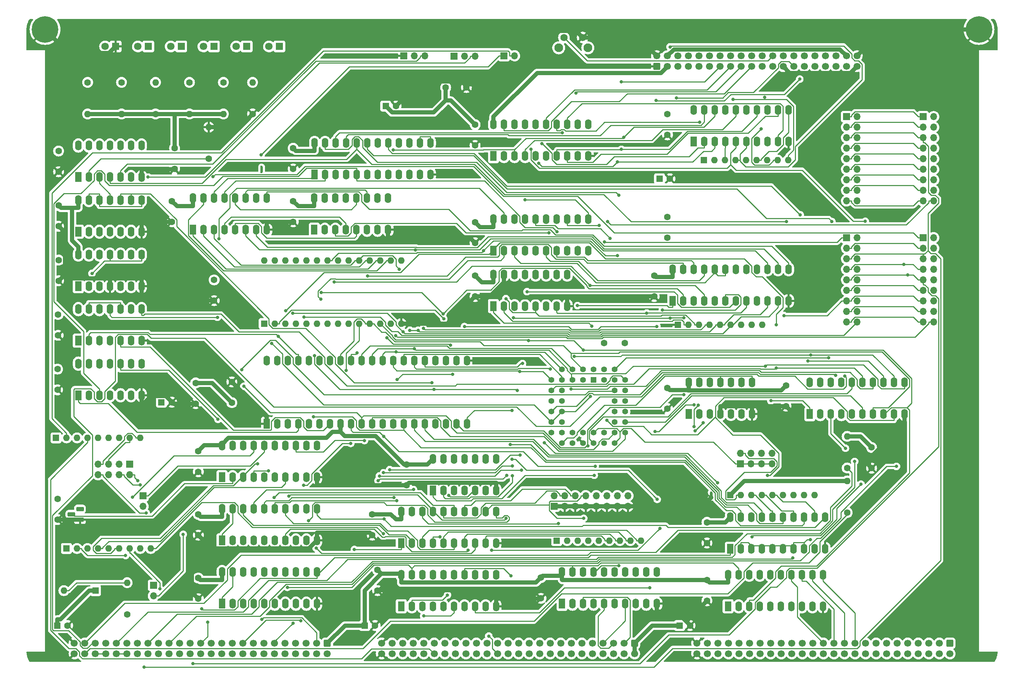
<source format=gbr>
%TF.GenerationSoftware,KiCad,Pcbnew,(6.0.11)*%
%TF.CreationDate,2025-04-26T17:57:19-05:00*%
%TF.ProjectId,processor.6502,70726f63-6573-4736-9f72-2e363530322e,v0.9*%
%TF.SameCoordinates,Original*%
%TF.FileFunction,Copper,L1,Top*%
%TF.FilePolarity,Positive*%
%FSLAX46Y46*%
G04 Gerber Fmt 4.6, Leading zero omitted, Abs format (unit mm)*
G04 Created by KiCad (PCBNEW (6.0.11)) date 2025-04-26 17:57:19*
%MOMM*%
%LPD*%
G01*
G04 APERTURE LIST*
G04 Aperture macros list*
%AMRoundRect*
0 Rectangle with rounded corners*
0 $1 Rounding radius*
0 $2 $3 $4 $5 $6 $7 $8 $9 X,Y pos of 4 corners*
0 Add a 4 corners polygon primitive as box body*
4,1,4,$2,$3,$4,$5,$6,$7,$8,$9,$2,$3,0*
0 Add four circle primitives for the rounded corners*
1,1,$1+$1,$2,$3*
1,1,$1+$1,$4,$5*
1,1,$1+$1,$6,$7*
1,1,$1+$1,$8,$9*
0 Add four rect primitives between the rounded corners*
20,1,$1+$1,$2,$3,$4,$5,0*
20,1,$1+$1,$4,$5,$6,$7,0*
20,1,$1+$1,$6,$7,$8,$9,0*
20,1,$1+$1,$8,$9,$2,$3,0*%
G04 Aperture macros list end*
%TA.AperFunction,ComponentPad*%
%ADD10RoundRect,0.250000X-0.600000X0.600000X-0.600000X-0.600000X0.600000X-0.600000X0.600000X0.600000X0*%
%TD*%
%TA.AperFunction,ComponentPad*%
%ADD11C,1.700000*%
%TD*%
%TA.AperFunction,ComponentPad*%
%ADD12C,1.600000*%
%TD*%
%TA.AperFunction,ComponentPad*%
%ADD13R,1.600000X1.600000*%
%TD*%
%TA.AperFunction,ComponentPad*%
%ADD14R,1.800000X1.800000*%
%TD*%
%TA.AperFunction,ComponentPad*%
%ADD15C,1.800000*%
%TD*%
%TA.AperFunction,ComponentPad*%
%ADD16O,1.600000X1.600000*%
%TD*%
%TA.AperFunction,ComponentPad*%
%ADD17R,1.600000X2.400000*%
%TD*%
%TA.AperFunction,ComponentPad*%
%ADD18O,1.600000X2.400000*%
%TD*%
%TA.AperFunction,ComponentPad*%
%ADD19R,1.800000X1.100000*%
%TD*%
%TA.AperFunction,ComponentPad*%
%ADD20RoundRect,0.275000X0.625000X-0.275000X0.625000X0.275000X-0.625000X0.275000X-0.625000X-0.275000X0*%
%TD*%
%TA.AperFunction,ComponentPad*%
%ADD21C,6.400000*%
%TD*%
%TA.AperFunction,ComponentPad*%
%ADD22RoundRect,0.250000X0.600000X-0.600000X0.600000X0.600000X-0.600000X0.600000X-0.600000X-0.600000X0*%
%TD*%
%TA.AperFunction,ComponentPad*%
%ADD23R,1.422400X1.422400*%
%TD*%
%TA.AperFunction,ComponentPad*%
%ADD24C,1.422400*%
%TD*%
%TA.AperFunction,ComponentPad*%
%ADD25R,1.700000X1.700000*%
%TD*%
%TA.AperFunction,ComponentPad*%
%ADD26O,1.700000X1.700000*%
%TD*%
%TA.AperFunction,ComponentPad*%
%ADD27C,2.100000*%
%TD*%
%TA.AperFunction,ComponentPad*%
%ADD28C,1.750000*%
%TD*%
%TA.AperFunction,ComponentPad*%
%ADD29C,0.600000*%
%TD*%
%TA.AperFunction,ViaPad*%
%ADD30C,0.800000*%
%TD*%
%TA.AperFunction,Conductor*%
%ADD31C,0.250000*%
%TD*%
%TA.AperFunction,Conductor*%
%ADD32C,1.000000*%
%TD*%
G04 APERTURE END LIST*
%TO.C,NT4*%
G36*
X200800000Y-187850000D02*
G01*
X200200000Y-187850000D01*
X200200000Y-186650000D01*
X200800000Y-186650000D01*
X200800000Y-187850000D01*
G37*
%TO.C,NT3*%
G36*
X92450000Y-109350000D02*
G01*
X91850000Y-109350000D01*
X91850000Y-108150000D01*
X92450000Y-108150000D01*
X92450000Y-109350000D01*
G37*
%TD*%
D10*
%TO.P,P1,1,Pin_1*%
%TO.N,VCC*%
X108000000Y-223000000D03*
D11*
%TO.P,P1,2,Pin_2*%
X108000000Y-225540000D03*
%TO.P,P1,3,Pin_3*%
%TO.N,~{RD}*%
X105460000Y-223000000D03*
%TO.P,P1,4,Pin_4*%
%TO.N,/bus/E*%
X105460000Y-225540000D03*
%TO.P,P1,5,Pin_5*%
%TO.N,~{WR}*%
X102920000Y-223000000D03*
%TO.P,P1,6,Pin_6*%
%TO.N,/bus/ST*%
X102920000Y-225540000D03*
%TO.P,P1,7,Pin_7*%
%TO.N,~{IORQ}*%
X100380000Y-223000000D03*
%TO.P,P1,8,Pin_8*%
%TO.N,/bus/PHI*%
X100380000Y-225540000D03*
%TO.P,P1,9,Pin_9*%
%TO.N,~{MREQ}*%
X97840000Y-223000000D03*
%TO.P,P1,10,Pin_10*%
%TO.N,/bus/~{INT2}*%
X97840000Y-225540000D03*
%TO.P,P1,11,Pin_11*%
%TO.N,~{M1}*%
X95300000Y-223000000D03*
%TO.P,P1,12,Pin_12*%
%TO.N,/bus/~{INT1}*%
X95300000Y-225540000D03*
%TO.P,P1,13,Pin_13*%
%TO.N,/bus/~{BUSACK}*%
X92760000Y-223000000D03*
%TO.P,P1,14,Pin_14*%
%TO.N,/bus/CRUCLK*%
X92760000Y-225540000D03*
%TO.P,P1,15,Pin_15*%
%TO.N,bCLK*%
X90220000Y-223000000D03*
%TO.P,P1,16,Pin_16*%
%TO.N,/bus/CRUOUT*%
X90220000Y-225540000D03*
%TO.P,P1,17,Pin_17*%
%TO.N,~{INT0}*%
X87680000Y-223000000D03*
%TO.P,P1,18,Pin_18*%
%TO.N,/bus/CRUIN*%
X87680000Y-225540000D03*
%TO.P,P1,19,Pin_19*%
%TO.N,~{NMI}*%
X85140000Y-223000000D03*
%TO.P,P1,20,Pin_20*%
%TO.N,~{RES_IN}*%
X85140000Y-225540000D03*
%TO.P,P1,21,Pin_21*%
%TO.N,~{RES_OUT}*%
X82600000Y-223000000D03*
%TO.P,P1,22,Pin_22*%
%TO.N,/bus/USER8*%
X82600000Y-225540000D03*
%TO.P,P1,23,Pin_23*%
%TO.N,~{BUSRQ}*%
X80060000Y-223000000D03*
%TO.P,P1,24,Pin_24*%
%TO.N,/bus/USER7*%
X80060000Y-225540000D03*
%TO.P,P1,25,Pin_25*%
%TO.N,~{WAIT}*%
X77520000Y-223000000D03*
%TO.P,P1,26,Pin_26*%
%TO.N,/bus/USER6*%
X77520000Y-225540000D03*
%TO.P,P1,27,Pin_27*%
%TO.N,/bus/~{HALT}*%
X74980000Y-223000000D03*
%TO.P,P1,28,Pin_28*%
%TO.N,/bus/USER5*%
X74980000Y-225540000D03*
%TO.P,P1,29,Pin_29*%
%TO.N,/bus/~{RFSH}*%
X72440000Y-223000000D03*
%TO.P,P1,30,Pin_30*%
%TO.N,/bus/USER4*%
X72440000Y-225540000D03*
%TO.P,P1,31,Pin_31*%
%TO.N,~{EIRQ7}*%
X69900000Y-223000000D03*
%TO.P,P1,32,Pin_32*%
%TO.N,/bus/USER3*%
X69900000Y-225540000D03*
%TO.P,P1,33,Pin_33*%
%TO.N,~{EIRQ6}*%
X67360000Y-223000000D03*
%TO.P,P1,34,Pin_34*%
%TO.N,/bus/USER2*%
X67360000Y-225540000D03*
%TO.P,P1,35,Pin_35*%
%TO.N,~{EIRQ5}*%
X64820000Y-223000000D03*
%TO.P,P1,36,Pin_36*%
%TO.N,/bus/USER1*%
X64820000Y-225540000D03*
%TO.P,P1,37,Pin_37*%
%TO.N,~{EIRQ4}*%
X62280000Y-223000000D03*
%TO.P,P1,38,Pin_38*%
%TO.N,/bus/USER0*%
X62280000Y-225540000D03*
%TO.P,P1,39,Pin_39*%
%TO.N,~{EIRQ3}*%
X59740000Y-223000000D03*
%TO.P,P1,40,Pin_40*%
%TO.N,Net-(P1-Pad40)*%
X59740000Y-225540000D03*
%TO.P,P1,41,Pin_41*%
%TO.N,~{EIRQ2}*%
X57200000Y-223000000D03*
%TO.P,P1,42,Pin_42*%
%TO.N,Net-(P1-Pad40)*%
X57200000Y-225540000D03*
%TO.P,P1,43,Pin_43*%
%TO.N,~{EIRQ1}*%
X54660000Y-223000000D03*
%TO.P,P1,44,Pin_44*%
%TO.N,Net-(P1-Pad44)*%
X54660000Y-225540000D03*
%TO.P,P1,45,Pin_45*%
%TO.N,~{EIRQ0}*%
X52120000Y-223000000D03*
%TO.P,P1,46,Pin_46*%
%TO.N,Net-(P1-Pad44)*%
X52120000Y-225540000D03*
%TO.P,P1,47,Pin_47*%
%TO.N,I2C_SCL*%
X49580000Y-223000000D03*
%TO.P,P1,48,Pin_48*%
%TO.N,I2C_SDA*%
X49580000Y-225540000D03*
%TO.P,P1,49,Pin_49*%
%TO.N,GND*%
X47040000Y-223000000D03*
%TO.P,P1,50,Pin_50*%
X47040000Y-225540000D03*
%TD*%
D12*
%TO.P,C2,1*%
%TO.N,VCC*%
X127075000Y-179875000D03*
%TO.P,C2,2*%
%TO.N,GND*%
X127075000Y-184875000D03*
%TD*%
%TO.P,C3,1*%
%TO.N,VCC*%
X43255000Y-130605000D03*
%TO.P,C3,2*%
%TO.N,GND*%
X43255000Y-135605000D03*
%TD*%
%TO.P,C4,1*%
%TO.N,VCC*%
X174700000Y-150625000D03*
%TO.P,C4,2*%
%TO.N,GND*%
X179700000Y-150625000D03*
%TD*%
%TO.P,C5,1*%
%TO.N,VCC*%
X76910000Y-191940000D03*
%TO.P,C5,2*%
%TO.N,GND*%
X76910000Y-196940000D03*
%TD*%
%TO.P,C6,1*%
%TO.N,VCC*%
X43000000Y-156900000D03*
%TO.P,C6,2*%
%TO.N,GND*%
X43000000Y-161900000D03*
%TD*%
%TO.P,C8,1*%
%TO.N,VCC*%
X159460000Y-207180000D03*
%TO.P,C8,2*%
%TO.N,GND*%
X159460000Y-212180000D03*
%TD*%
%TO.P,C9,1*%
%TO.N,VCC*%
X199465000Y-193845000D03*
%TO.P,C9,2*%
%TO.N,GND*%
X199465000Y-198845000D03*
%TD*%
%TO.P,C10,1*%
%TO.N,VCC*%
X76910000Y-207270000D03*
%TO.P,C10,2*%
%TO.N,GND*%
X76910000Y-212270000D03*
%TD*%
%TO.P,C11,1*%
%TO.N,VCC*%
X43255000Y-117457500D03*
%TO.P,C11,2*%
%TO.N,GND*%
X43255000Y-122457500D03*
%TD*%
%TO.P,C14,1*%
%TO.N,VCC*%
X189940000Y-120185000D03*
%TO.P,C14,2*%
%TO.N,GND*%
X189940000Y-125185000D03*
%TD*%
%TO.P,C15,1*%
%TO.N,VCC*%
X143600000Y-134400000D03*
%TO.P,C15,2*%
%TO.N,GND*%
X143600000Y-139400000D03*
%TD*%
D13*
%TO.P,C25,1*%
%TO.N,VCC*%
X42929600Y-218750000D03*
D12*
%TO.P,C25,2*%
%TO.N,GND*%
X45429600Y-218750000D03*
%TD*%
D13*
%TO.P,C26,1*%
%TO.N,VCC*%
X68019900Y-164900000D03*
D12*
%TO.P,C26,2*%
%TO.N,GND*%
X70519900Y-164900000D03*
%TD*%
%TO.P,C17,1*%
%TO.N,VCC*%
X80720000Y-135390000D03*
%TO.P,C17,2*%
%TO.N,GND*%
X80720000Y-140390000D03*
%TD*%
%TO.P,C20,1*%
%TO.N,VCC*%
X120090000Y-205315000D03*
%TO.P,C20,2*%
%TO.N,GND*%
X120090000Y-210315000D03*
%TD*%
%TO.P,C21,1*%
%TO.N,VCC*%
X76910000Y-176660000D03*
%TO.P,C21,2*%
%TO.N,GND*%
X76910000Y-181660000D03*
%TD*%
%TO.P,C22,1*%
%TO.N,VCC*%
X99770000Y-116375000D03*
%TO.P,C22,2*%
%TO.N,GND*%
X99770000Y-121375000D03*
%TD*%
%TO.P,C23,1*%
%TO.N,VCC*%
X85000000Y-165000000D03*
%TO.P,C23,2*%
%TO.N,GND*%
X85000000Y-160000000D03*
%TD*%
D13*
%TO.P,C27,1*%
%TO.N,VCC*%
X117000000Y-218750000D03*
D12*
%TO.P,C27,2*%
%TO.N,GND*%
X119500000Y-218750000D03*
%TD*%
D13*
%TO.P,C28,1*%
%TO.N,VCC*%
X192884700Y-218750000D03*
D12*
%TO.P,C28,2*%
%TO.N,GND*%
X195384700Y-218750000D03*
%TD*%
D13*
%TO.P,C29,1*%
%TO.N,VCC*%
X188044900Y-111000000D03*
D12*
%TO.P,C29,2*%
%TO.N,GND*%
X190544900Y-111000000D03*
%TD*%
D14*
%TO.P,D4,1,K*%
%TO.N,Net-(D4-Pad1)*%
X72785700Y-79100000D03*
D15*
%TO.P,D4,2,A*%
%TO.N,Net-(D4-Pad2)*%
X70245700Y-79100000D03*
%TD*%
D13*
%TO.P,D6,1,K*%
%TO.N,VCC*%
X52145000Y-210315000D03*
D16*
%TO.P,D6,2,A*%
%TO.N,Net-(D6-Pad2)*%
X44525000Y-210315000D03*
%TD*%
D14*
%TO.P,D2,1,K*%
%TO.N,Net-(D2-Pad1)*%
X80678600Y-79100000D03*
D15*
%TO.P,D2,2,A*%
%TO.N,Net-(D2-Pad2)*%
X78138600Y-79100000D03*
%TD*%
D12*
%TO.P,R5,1*%
%TO.N,Net-(D3-Pad2)*%
X58420000Y-87760000D03*
D16*
%TO.P,R5,2*%
%TO.N,VCC*%
X58420000Y-95380000D03*
%TD*%
D17*
%TO.P,U4,1*%
%TO.N,~{CPU-INT}*%
X48000000Y-163200000D03*
D18*
%TO.P,U4,2*%
%TO.N,Net-(D3-Pad1)*%
X50540000Y-163200000D03*
%TO.P,U4,3*%
%TO.N,~{CS_IO}*%
X53080000Y-163200000D03*
%TO.P,U4,4*%
%TO.N,Net-(D9-Pad1)*%
X55620000Y-163200000D03*
%TO.P,U4,5*%
%TO.N,~{NMI}*%
X58160000Y-163200000D03*
%TO.P,U4,6*%
%TO.N,Net-(D2-Pad1)*%
X60700000Y-163200000D03*
%TO.P,U4,7,GND*%
%TO.N,GND*%
X63240000Y-163200000D03*
%TO.P,U4,8*%
%TO.N,N/C*%
X63240000Y-155580000D03*
%TO.P,U4,9*%
X60700000Y-155580000D03*
%TO.P,U4,10*%
%TO.N,~{RES_OUT}*%
X58160000Y-155580000D03*
%TO.P,U4,11*%
%TO.N,Net-(D6-Pad2)*%
X55620000Y-155580000D03*
%TO.P,U4,12*%
%TO.N,~{BUSRQ}*%
X53080000Y-155580000D03*
%TO.P,U4,13*%
%TO.N,~{6502ACTIVE}*%
X50540000Y-155580000D03*
%TO.P,U4,14,VCC*%
%TO.N,VCC*%
X48000000Y-155580000D03*
%TD*%
D13*
%TO.P,U5,1,VPP*%
%TO.N,unconnected-(U5-Pad1)*%
X92785000Y-145925000D03*
D16*
%TO.P,U5,2,A12*%
%TO.N,CPU-A12*%
X95325000Y-145925000D03*
%TO.P,U5,3,A7*%
%TO.N,CPU-A7*%
X97865000Y-145925000D03*
%TO.P,U5,4,A6*%
%TO.N,CPU-A6*%
X100405000Y-145925000D03*
%TO.P,U5,5,A5*%
%TO.N,CPU-A5*%
X102945000Y-145925000D03*
%TO.P,U5,6,A4*%
%TO.N,CPU-A4*%
X105485000Y-145925000D03*
%TO.P,U5,7,A3*%
%TO.N,CPU-A3*%
X108025000Y-145925000D03*
%TO.P,U5,8,A2*%
%TO.N,CPU-A2*%
X110565000Y-145925000D03*
%TO.P,U5,9,A1*%
%TO.N,CPU-A1*%
X113105000Y-145925000D03*
%TO.P,U5,10,A0*%
%TO.N,CPU-A0*%
X115645000Y-145925000D03*
%TO.P,U5,11,D0*%
%TO.N,CPU-D0*%
X118185000Y-145925000D03*
%TO.P,U5,12,D1*%
%TO.N,CPU-D1*%
X120725000Y-145925000D03*
%TO.P,U5,13,D2*%
%TO.N,CPU-D2*%
X123265000Y-145925000D03*
%TO.P,U5,14,GND*%
%TO.N,GND*%
X125805000Y-145925000D03*
%TO.P,U5,15,D3*%
%TO.N,CPU-D3*%
X125805000Y-130685000D03*
%TO.P,U5,16,D4*%
%TO.N,CPU-D4*%
X123265000Y-130685000D03*
%TO.P,U5,17,D5*%
%TO.N,CPU-D5*%
X120725000Y-130685000D03*
%TO.P,U5,18,D6*%
%TO.N,CPU-D6*%
X118185000Y-130685000D03*
%TO.P,U5,19,D7*%
%TO.N,CPU-D7*%
X115645000Y-130685000D03*
%TO.P,U5,20,~{CE}*%
%TO.N,~{ONBOARD_ROM}*%
X113105000Y-130685000D03*
%TO.P,U5,21,A10*%
%TO.N,CPU-A10*%
X110565000Y-130685000D03*
%TO.P,U5,22,~{OE}*%
%TO.N,ZERO*%
X108025000Y-130685000D03*
%TO.P,U5,23,A11*%
%TO.N,CPU-A11*%
X105485000Y-130685000D03*
%TO.P,U5,24,A9*%
%TO.N,CPU-A9*%
X102945000Y-130685000D03*
%TO.P,U5,25,A8*%
%TO.N,CPU-A8*%
X100405000Y-130685000D03*
%TO.P,U5,26,NC*%
%TO.N,unconnected-(U5-Pad26)*%
X97865000Y-130685000D03*
%TO.P,U5,27,~{PGM}*%
%TO.N,ONE*%
X95325000Y-130685000D03*
%TO.P,U5,28,VCC*%
%TO.N,unconnected-(U5-Pad28)*%
X92785000Y-130685000D03*
%TD*%
D17*
%TO.P,U6,1,OEa*%
%TO.N,~{6502EN}*%
X82630000Y-198240000D03*
D18*
%TO.P,U6,2,I0a*%
%TO.N,CPU-A0*%
X85170000Y-198240000D03*
%TO.P,U6,3,O3b*%
%TO.N,A7*%
X87710000Y-198240000D03*
%TO.P,U6,4,I1a*%
%TO.N,CPU-A1*%
X90250000Y-198240000D03*
%TO.P,U6,5,O2b*%
%TO.N,A6*%
X92790000Y-198240000D03*
%TO.P,U6,6,I2a*%
%TO.N,CPU-A2*%
X95330000Y-198240000D03*
%TO.P,U6,7,O1b*%
%TO.N,A5*%
X97870000Y-198240000D03*
%TO.P,U6,8,I3a*%
%TO.N,CPU-A3*%
X100410000Y-198240000D03*
%TO.P,U6,9,O0b*%
%TO.N,A4*%
X102950000Y-198240000D03*
%TO.P,U6,10,GND*%
%TO.N,GND*%
X105490000Y-198240000D03*
%TO.P,U6,11,I0b*%
%TO.N,CPU-A4*%
X105490000Y-190620000D03*
%TO.P,U6,12,O3a*%
%TO.N,A3*%
X102950000Y-190620000D03*
%TO.P,U6,13,I1b*%
%TO.N,CPU-A5*%
X100410000Y-190620000D03*
%TO.P,U6,14,O2a*%
%TO.N,A2*%
X97870000Y-190620000D03*
%TO.P,U6,15,I2b*%
%TO.N,CPU-A6*%
X95330000Y-190620000D03*
%TO.P,U6,16,O1a*%
%TO.N,A1*%
X92790000Y-190620000D03*
%TO.P,U6,17,I3b*%
%TO.N,CPU-A7*%
X90250000Y-190620000D03*
%TO.P,U6,18,O0a*%
%TO.N,A0*%
X87710000Y-190620000D03*
%TO.P,U6,19,OEb*%
%TO.N,~{6502EN}*%
X85170000Y-190620000D03*
%TO.P,U6,20,VCC*%
%TO.N,VCC*%
X82630000Y-190620000D03*
%TD*%
D17*
%TO.P,U8,1,OEa*%
%TO.N,~{6502EN}*%
X164540000Y-213480000D03*
D18*
%TO.P,U8,2,I0a*%
%TO.N,CPU-A8*%
X167080000Y-213480000D03*
%TO.P,U8,3,O3b*%
%TO.N,A15*%
X169620000Y-213480000D03*
%TO.P,U8,4,I1a*%
%TO.N,CPU-A9*%
X172160000Y-213480000D03*
%TO.P,U8,5,O2b*%
%TO.N,A14*%
X174700000Y-213480000D03*
%TO.P,U8,6,I2a*%
%TO.N,CPU-A10*%
X177240000Y-213480000D03*
%TO.P,U8,7,O1b*%
%TO.N,A13*%
X179780000Y-213480000D03*
%TO.P,U8,8,I3a*%
%TO.N,CPU-A11*%
X182320000Y-213480000D03*
%TO.P,U8,9,O0b*%
%TO.N,A12*%
X184860000Y-213480000D03*
%TO.P,U8,10,GND*%
%TO.N,GND*%
X187400000Y-213480000D03*
%TO.P,U8,11,I0b*%
%TO.N,CPU-A12*%
X187400000Y-205860000D03*
%TO.P,U8,12,O3a*%
%TO.N,A11*%
X184860000Y-205860000D03*
%TO.P,U8,13,I1b*%
%TO.N,CPU-A13*%
X182320000Y-205860000D03*
%TO.P,U8,14,O2a*%
%TO.N,A10*%
X179780000Y-205860000D03*
%TO.P,U8,15,I2b*%
%TO.N,SEL-A14*%
X177240000Y-205860000D03*
%TO.P,U8,16,O1a*%
%TO.N,A9*%
X174700000Y-205860000D03*
%TO.P,U8,17,I3b*%
%TO.N,SEL-A15*%
X172160000Y-205860000D03*
%TO.P,U8,18,O0a*%
%TO.N,A8*%
X169620000Y-205860000D03*
%TO.P,U8,19,OEb*%
%TO.N,~{6502EN}*%
X167080000Y-205860000D03*
%TO.P,U8,20,VCC*%
%TO.N,VCC*%
X164540000Y-205860000D03*
%TD*%
D19*
%TO.P,U15,1,Pin_1*%
%TO.N,GND*%
X48400000Y-193200000D03*
D20*
%TO.P,U15,2,Pin_2*%
%TO.N,~{RES_OUT}*%
X46330000Y-191930000D03*
%TO.P,U15,3,Pin_3*%
%TO.N,VCC*%
X48400000Y-190660000D03*
%TD*%
D17*
%TO.P,U1,1*%
%TO.N,Net-(U1-Pad1)*%
X48000000Y-150052500D03*
D18*
%TO.P,U1,2*%
%TO.N,CLK*%
X50540000Y-150052500D03*
%TO.P,U1,3*%
%TO.N,unconnected-(U1-Pad3)*%
X53080000Y-150052500D03*
%TO.P,U1,4*%
%TO.N,unconnected-(U1-Pad4)*%
X55620000Y-150052500D03*
%TO.P,U1,5*%
%TO.N,SYNC*%
X58160000Y-150052500D03*
%TO.P,U1,6*%
%TO.N,Net-(D5-Pad2)*%
X60700000Y-150052500D03*
%TO.P,U1,7,GND*%
%TO.N,GND*%
X63240000Y-150052500D03*
%TO.P,U1,8*%
%TO.N,Net-(U1-Pad8)*%
X63240000Y-142432500D03*
%TO.P,U1,9*%
%TO.N,~{RES_OUT}*%
X60700000Y-142432500D03*
%TO.P,U1,10*%
%TO.N,6502EN*%
X58160000Y-142432500D03*
%TO.P,U1,11*%
%TO.N,~{6502EN}*%
X55620000Y-142432500D03*
%TO.P,U1,12*%
%TO.N,Net-(D4-Pad1)*%
X53080000Y-142432500D03*
%TO.P,U1,13*%
%TO.N,6502EN*%
X50540000Y-142432500D03*
%TO.P,U1,14,VCC*%
%TO.N,VCC*%
X48000000Y-142432500D03*
%TD*%
D10*
%TO.P,P2,1,Pin_1*%
%TO.N,VCC*%
X182000000Y-223000000D03*
D11*
%TO.P,P2,2,Pin_2*%
X182000000Y-225540000D03*
%TO.P,P2,3,Pin_3*%
%TO.N,A15*%
X179460000Y-223000000D03*
%TO.P,P2,4,Pin_4*%
%TO.N,/bus/A31*%
X179460000Y-225540000D03*
%TO.P,P2,5,Pin_5*%
%TO.N,A14*%
X176920000Y-223000000D03*
%TO.P,P2,6,Pin_6*%
%TO.N,/bus/A30*%
X176920000Y-225540000D03*
%TO.P,P2,7,Pin_7*%
%TO.N,A13*%
X174380000Y-223000000D03*
%TO.P,P2,8,Pin_8*%
%TO.N,/bus/A29*%
X174380000Y-225540000D03*
%TO.P,P2,9,Pin_9*%
%TO.N,A12*%
X171840000Y-223000000D03*
%TO.P,P2,10,Pin_10*%
%TO.N,/bus/A28*%
X171840000Y-225540000D03*
%TO.P,P2,11,Pin_11*%
%TO.N,A11*%
X169300000Y-223000000D03*
%TO.P,P2,12,Pin_12*%
%TO.N,/bus/A27*%
X169300000Y-225540000D03*
%TO.P,P2,13,Pin_13*%
%TO.N,A10*%
X166760000Y-223000000D03*
%TO.P,P2,14,Pin_14*%
%TO.N,/bus/A26*%
X166760000Y-225540000D03*
%TO.P,P2,15,Pin_15*%
%TO.N,A9*%
X164220000Y-223000000D03*
%TO.P,P2,16,Pin_16*%
%TO.N,/bus/A25*%
X164220000Y-225540000D03*
%TO.P,P2,17,Pin_17*%
%TO.N,A8*%
X161680000Y-223000000D03*
%TO.P,P2,18,Pin_18*%
%TO.N,/bus/A24*%
X161680000Y-225540000D03*
%TO.P,P2,19,Pin_19*%
%TO.N,+12V*%
X159140000Y-223000000D03*
%TO.P,P2,20,Pin_20*%
X159140000Y-225540000D03*
%TO.P,P2,21,Pin_21*%
%TO.N,A7*%
X156600000Y-223000000D03*
%TO.P,P2,22,Pin_22*%
%TO.N,/bus/A23*%
X156600000Y-225540000D03*
%TO.P,P2,23,Pin_23*%
%TO.N,A6*%
X154060000Y-223000000D03*
%TO.P,P2,24,Pin_24*%
%TO.N,/bus/A22*%
X154060000Y-225540000D03*
%TO.P,P2,25,Pin_25*%
%TO.N,A5*%
X151520000Y-223000000D03*
%TO.P,P2,26,Pin_26*%
%TO.N,A21*%
X151520000Y-225540000D03*
%TO.P,P2,27,Pin_27*%
%TO.N,A4*%
X148980000Y-223000000D03*
%TO.P,P2,28,Pin_28*%
%TO.N,A20*%
X148980000Y-225540000D03*
%TO.P,P2,29,Pin_29*%
%TO.N,A3*%
X146440000Y-223000000D03*
%TO.P,P2,30,Pin_30*%
%TO.N,A19*%
X146440000Y-225540000D03*
%TO.P,P2,31,Pin_31*%
%TO.N,A2*%
X143900000Y-223000000D03*
%TO.P,P2,32,Pin_32*%
%TO.N,A18*%
X143900000Y-225540000D03*
%TO.P,P2,33,Pin_33*%
%TO.N,A1*%
X141360000Y-223000000D03*
%TO.P,P2,34,Pin_34*%
%TO.N,A17*%
X141360000Y-225540000D03*
%TO.P,P2,35,Pin_35*%
%TO.N,A0*%
X138820000Y-223000000D03*
%TO.P,P2,36,Pin_36*%
%TO.N,A16*%
X138820000Y-225540000D03*
%TO.P,P2,37,Pin_37*%
%TO.N,-12V*%
X136280000Y-223000000D03*
%TO.P,P2,38,Pin_38*%
X136280000Y-225540000D03*
%TO.P,P2,39,Pin_39*%
%TO.N,/bus/IC3*%
X133740000Y-223000000D03*
%TO.P,P2,40,Pin_40*%
%TO.N,~{TEND1}*%
X133740000Y-225540000D03*
%TO.P,P2,41,Pin_41*%
%TO.N,/bus/IC2*%
X131200000Y-223000000D03*
%TO.P,P2,42,Pin_42*%
%TO.N,~{DREQ1}*%
X131200000Y-225540000D03*
%TO.P,P2,43,Pin_43*%
%TO.N,/bus/IC1*%
X128660000Y-223000000D03*
%TO.P,P2,44,Pin_44*%
%TO.N,~{TEND0}*%
X128660000Y-225540000D03*
%TO.P,P2,45,Pin_45*%
%TO.N,/bus/IC0*%
X126120000Y-223000000D03*
%TO.P,P2,46,Pin_46*%
%TO.N,~{DREQ0}*%
X126120000Y-225540000D03*
%TO.P,P2,47,Pin_47*%
%TO.N,/bus/AUXCLK1*%
X123580000Y-223000000D03*
%TO.P,P2,48,Pin_48*%
%TO.N,/bus/AUXCLK0*%
X123580000Y-225540000D03*
%TO.P,P2,49,Pin_49*%
%TO.N,GND*%
X121040000Y-223000000D03*
%TO.P,P2,50,Pin_50*%
X121040000Y-225540000D03*
%TD*%
D21*
%TO.P,H2,1,1*%
%TO.N,GND*%
X265000000Y-75000000D03*
%TD*%
D13*
%TO.P,RN1,1,common*%
%TO.N,VCC*%
X42620000Y-173485000D03*
D16*
%TO.P,RN1,2,R1*%
%TO.N,~{CPU-RESET}*%
X45160000Y-173485000D03*
%TO.P,RN1,3,R2*%
%TO.N,~{TEND0}*%
X47700000Y-173485000D03*
%TO.P,RN1,4,R3*%
%TO.N,~{TEND1}*%
X50240000Y-173485000D03*
%TO.P,RN1,5,R4*%
%TO.N,unconnected-(RN1-Pad5)*%
X52780000Y-173485000D03*
%TO.P,RN1,6,R5*%
%TO.N,Net-(JP4-Pad1)*%
X55320000Y-173485000D03*
%TO.P,RN1,7,R6*%
%TO.N,Net-(JP4-Pad3)*%
X57860000Y-173485000D03*
%TO.P,RN1,8,R7*%
%TO.N,Net-(JP4-Pad5)*%
X60400000Y-173485000D03*
%TO.P,RN1,9,R8*%
%TO.N,Net-(JP4-Pad7)*%
X62940000Y-173485000D03*
%TD*%
D17*
%TO.P,U11,1,A->B*%
%TO.N,DATA-DIR*%
X204550000Y-214115000D03*
D18*
%TO.P,U11,2,A0*%
%TO.N,CPU-D0*%
X207090000Y-214115000D03*
%TO.P,U11,3,A1*%
%TO.N,CPU-D1*%
X209630000Y-214115000D03*
%TO.P,U11,4,A2*%
%TO.N,CPU-D2*%
X212170000Y-214115000D03*
%TO.P,U11,5,A3*%
%TO.N,CPU-D3*%
X214710000Y-214115000D03*
%TO.P,U11,6,A4*%
%TO.N,CPU-D4*%
X217250000Y-214115000D03*
%TO.P,U11,7,A5*%
%TO.N,CPU-D5*%
X219790000Y-214115000D03*
%TO.P,U11,8,A6*%
%TO.N,CPU-D6*%
X222330000Y-214115000D03*
%TO.P,U11,9,A7*%
%TO.N,CPU-D7*%
X224870000Y-214115000D03*
%TO.P,U11,10,GND*%
%TO.N,GND*%
X227410000Y-214115000D03*
%TO.P,U11,11,B7*%
%TO.N,D7*%
X227410000Y-206495000D03*
%TO.P,U11,12,B6*%
%TO.N,D6*%
X224870000Y-206495000D03*
%TO.P,U11,13,B5*%
%TO.N,D5*%
X222330000Y-206495000D03*
%TO.P,U11,14,B4*%
%TO.N,D4*%
X219790000Y-206495000D03*
%TO.P,U11,15,B3*%
%TO.N,D3*%
X217250000Y-206495000D03*
%TO.P,U11,16,B2*%
%TO.N,D2*%
X214710000Y-206495000D03*
%TO.P,U11,17,B1*%
%TO.N,D1*%
X212170000Y-206495000D03*
%TO.P,U11,18,B0*%
%TO.N,D0*%
X209630000Y-206495000D03*
%TO.P,U11,19,CE*%
%TO.N,~{6502EN}*%
X207090000Y-206495000D03*
%TO.P,U11,20,VCC*%
%TO.N,VCC*%
X204550000Y-206495000D03*
%TD*%
D12*
%TO.P,C19,1*%
%TO.N,VCC*%
X43000000Y-188200000D03*
%TO.P,C19,2*%
%TO.N,GND*%
X43000000Y-193200000D03*
%TD*%
%TO.P,C18,1*%
%TO.N,VCC*%
X43125000Y-143752500D03*
%TO.P,C18,2*%
%TO.N,GND*%
X43125000Y-148752500D03*
%TD*%
%TO.P,C12,1*%
%TO.N,VCC*%
X76275000Y-160230000D03*
%TO.P,C12,2*%
%TO.N,GND*%
X76275000Y-165230000D03*
%TD*%
%TO.P,C16,1*%
%TO.N,VCC*%
X199465000Y-207775000D03*
%TO.P,C16,2*%
%TO.N,GND*%
X199465000Y-212775000D03*
%TD*%
D17*
%TO.P,U3,1,I0/CLK*%
%TO.N,CPU-A0*%
X104915000Y-109985000D03*
D18*
%TO.P,U3,2,I1*%
%TO.N,CPU-A1*%
X107455000Y-109985000D03*
%TO.P,U3,3,I2*%
%TO.N,CPU-A2*%
X109995000Y-109985000D03*
%TO.P,U3,4,I3*%
%TO.N,CPU-A3*%
X112535000Y-109985000D03*
%TO.P,U3,5,I4*%
%TO.N,~{CS_IO}*%
X115075000Y-109985000D03*
%TO.P,U3,6,I5*%
%TO.N,unconnected-(U3-Pad6)*%
X117615000Y-109985000D03*
%TO.P,U3,7,I6*%
%TO.N,CPU-R~{W}*%
X120155000Y-109985000D03*
%TO.P,U3,8,I7*%
%TO.N,unconnected-(U3-Pad8)*%
X122695000Y-109985000D03*
%TO.P,U3,9,I8*%
%TO.N,unconnected-(U3-Pad9)*%
X125235000Y-109985000D03*
%TO.P,U3,10,I9*%
%TO.N,unconnected-(U3-Pad10)*%
X127775000Y-109985000D03*
%TO.P,U3,11,I10*%
%TO.N,unconnected-(U3-Pad11)*%
X130315000Y-109985000D03*
%TO.P,U3,12,GND*%
%TO.N,GND*%
X132855000Y-109985000D03*
%TO.P,U3,13,I11*%
%TO.N,Net-(U3-Pad13)*%
X132855000Y-102365000D03*
%TO.P,U3,14,O9*%
X130315000Y-102365000D03*
%TO.P,U3,15,O8*%
%TO.N,unconnected-(U3-Pad15)*%
X127775000Y-102365000D03*
%TO.P,U3,16,O7*%
%TO.N,~{PAGE-WR}*%
X125235000Y-102365000D03*
%TO.P,U3,17,O6*%
%TO.N,~{CS_I2C_WR}*%
X122695000Y-102365000D03*
%TO.P,U3,18,O5*%
%TO.N,unconnected-(U3-Pad18)*%
X120155000Y-102365000D03*
%TO.P,U3,19,O4*%
%TO.N,~{CS_I2C}*%
X117615000Y-102365000D03*
%TO.P,U3,20,O3*%
%TO.N,~{RES_OUT}*%
X115075000Y-102365000D03*
%TO.P,U3,21,O2*%
%TO.N,~{FP-LATCH-RD}*%
X112535000Y-102365000D03*
%TO.P,U3,22,O1*%
%TO.N,FP-LATCH-WR*%
X109995000Y-102365000D03*
%TO.P,U3,23,O0*%
%TO.N,~{CS_UART}*%
X107455000Y-102365000D03*
%TO.P,U3,24,VCC*%
%TO.N,VCC*%
X104915000Y-102365000D03*
%TD*%
D21*
%TO.P,H1,1,1*%
%TO.N,GND*%
X40000000Y-75000000D03*
%TD*%
D14*
%TO.P,D7,1,K*%
%TO.N,GND*%
X57000000Y-79100000D03*
D15*
%TO.P,D7,2,A*%
%TO.N,Net-(D7-Pad2)*%
X54460000Y-79100000D03*
%TD*%
D10*
%TO.P,P3,1,Pin_1*%
%TO.N,VCC*%
X258000000Y-223000000D03*
D11*
%TO.P,P3,2,Pin_2*%
X258000000Y-225540000D03*
%TO.P,P3,3,Pin_3*%
%TO.N,/bus/D15*%
X255460000Y-223000000D03*
%TO.P,P3,4,Pin_4*%
%TO.N,/bus/D31*%
X255460000Y-225540000D03*
%TO.P,P3,5,Pin_5*%
%TO.N,/bus/D14*%
X252920000Y-223000000D03*
%TO.P,P3,6,Pin_6*%
%TO.N,/bus/D30*%
X252920000Y-225540000D03*
%TO.P,P3,7,Pin_7*%
%TO.N,/bus/D13*%
X250380000Y-223000000D03*
%TO.P,P3,8,Pin_8*%
%TO.N,/bus/D29*%
X250380000Y-225540000D03*
%TO.P,P3,9,Pin_9*%
%TO.N,/bus/D12*%
X247840000Y-223000000D03*
%TO.P,P3,10,Pin_10*%
%TO.N,/bus/D28*%
X247840000Y-225540000D03*
%TO.P,P3,11,Pin_11*%
%TO.N,/bus/D11*%
X245300000Y-223000000D03*
%TO.P,P3,12,Pin_12*%
%TO.N,/bus/D27*%
X245300000Y-225540000D03*
%TO.P,P3,13,Pin_13*%
%TO.N,/bus/D10*%
X242760000Y-223000000D03*
%TO.P,P3,14,Pin_14*%
%TO.N,/bus/D26*%
X242760000Y-225540000D03*
%TO.P,P3,15,Pin_15*%
%TO.N,/bus/D9*%
X240220000Y-223000000D03*
%TO.P,P3,16,Pin_16*%
%TO.N,/bus/D25*%
X240220000Y-225540000D03*
%TO.P,P3,17,Pin_17*%
%TO.N,/bus/D8*%
X237680000Y-223000000D03*
%TO.P,P3,18,Pin_18*%
%TO.N,/bus/D24*%
X237680000Y-225540000D03*
%TO.P,P3,19,Pin_19*%
%TO.N,D7*%
X235140000Y-223000000D03*
%TO.P,P3,20,Pin_20*%
%TO.N,/bus/D23*%
X235140000Y-225540000D03*
%TO.P,P3,21,Pin_21*%
%TO.N,D6*%
X232600000Y-223000000D03*
%TO.P,P3,22,Pin_22*%
%TO.N,/bus/D22*%
X232600000Y-225540000D03*
%TO.P,P3,23,Pin_23*%
%TO.N,D5*%
X230060000Y-223000000D03*
%TO.P,P3,24,Pin_24*%
%TO.N,/bus/D21*%
X230060000Y-225540000D03*
%TO.P,P3,25,Pin_25*%
%TO.N,D4*%
X227520000Y-223000000D03*
%TO.P,P3,26,Pin_26*%
%TO.N,/bus/D20*%
X227520000Y-225540000D03*
%TO.P,P3,27,Pin_27*%
%TO.N,D3*%
X224980000Y-223000000D03*
%TO.P,P3,28,Pin_28*%
%TO.N,/bus/D19*%
X224980000Y-225540000D03*
%TO.P,P3,29,Pin_29*%
%TO.N,D2*%
X222440000Y-223000000D03*
%TO.P,P3,30,Pin_30*%
%TO.N,/bus/D18*%
X222440000Y-225540000D03*
%TO.P,P3,31,Pin_31*%
%TO.N,D1*%
X219900000Y-223000000D03*
%TO.P,P3,32,Pin_32*%
%TO.N,/bus/D17*%
X219900000Y-225540000D03*
%TO.P,P3,33,Pin_33*%
%TO.N,D0*%
X217360000Y-223000000D03*
%TO.P,P3,34,Pin_34*%
%TO.N,/bus/D16*%
X217360000Y-225540000D03*
%TO.P,P3,35,Pin_35*%
%TO.N,/bus/~{BUSERR}*%
X214820000Y-223000000D03*
%TO.P,P3,36,Pin_36*%
%TO.N,/bus/UDS*%
X214820000Y-225540000D03*
%TO.P,P3,37,Pin_37*%
%TO.N,/bus/~{VPA}*%
X212280000Y-223000000D03*
%TO.P,P3,38,Pin_38*%
%TO.N,/bus/LDS*%
X212280000Y-225540000D03*
%TO.P,P3,39,Pin_39*%
%TO.N,/bus/~{VMA}*%
X209740000Y-223000000D03*
%TO.P,P3,40,Pin_40*%
%TO.N,/bus/S2*%
X209740000Y-225540000D03*
%TO.P,P3,41,Pin_41*%
%TO.N,/bus/~{BHE}*%
X207200000Y-223000000D03*
%TO.P,P3,42,Pin_42*%
%TO.N,/bus/S1*%
X207200000Y-225540000D03*
%TO.P,P3,43,Pin_43*%
%TO.N,/bus/IPL2*%
X204660000Y-223000000D03*
%TO.P,P3,44,Pin_44*%
%TO.N,/bus/S0*%
X204660000Y-225540000D03*
%TO.P,P3,45,Pin_45*%
%TO.N,/bus/IPL1*%
X202120000Y-223000000D03*
%TO.P,P3,46,Pin_46*%
%TO.N,/bus/AUXCLK3*%
X202120000Y-225540000D03*
%TO.P,P3,47,Pin_47*%
%TO.N,/bus/IPL0*%
X199580000Y-223000000D03*
%TO.P,P3,48,Pin_48*%
%TO.N,/bus/AUXCLK2*%
X199580000Y-225540000D03*
%TO.P,P3,49,Pin_49*%
%TO.N,GND*%
X197040000Y-223000000D03*
%TO.P,P3,50,Pin_50*%
X197040000Y-225540000D03*
%TD*%
D17*
%TO.P,U13,1,Pin_1*%
%TO.N,VCC*%
X48000000Y-136905000D03*
D18*
%TO.P,U13,2,Pin_2*%
%TO.N,unconnected-(U13-Pad2)*%
X50540000Y-136905000D03*
%TO.P,U13,3,Pin_3*%
%TO.N,unconnected-(U13-Pad3)*%
X53080000Y-136905000D03*
%TO.P,U13,4,Pin_4*%
%TO.N,GND*%
X55620000Y-136905000D03*
%TO.P,U13,5,Pin_5*%
%TO.N,unconnected-(U13-Pad5)*%
X58160000Y-136905000D03*
%TO.P,U13,6,Pin_6*%
%TO.N,unconnected-(U13-Pad6)*%
X60700000Y-136905000D03*
%TO.P,U13,7,Pin_7*%
%TO.N,GND*%
X63240000Y-136905000D03*
%TO.P,U13,8,Pin_8*%
%TO.N,Net-(U1-Pad1)*%
X63240000Y-129285000D03*
%TO.P,U13,9,Pin_9*%
%TO.N,unconnected-(U13-Pad9)*%
X60700000Y-129285000D03*
%TO.P,U13,10,Pin_10*%
%TO.N,unconnected-(U13-Pad10)*%
X58160000Y-129285000D03*
%TO.P,U13,11,Pin_11*%
%TO.N,Net-(U1-Pad1)*%
X55620000Y-129285000D03*
%TO.P,U13,12,Pin_12*%
%TO.N,unconnected-(U13-Pad12)*%
X53080000Y-129285000D03*
%TO.P,U13,13,Pin_13*%
%TO.N,unconnected-(U13-Pad13)*%
X50540000Y-129285000D03*
%TO.P,U13,14,Pin_14*%
%TO.N,VCC*%
X48000000Y-129285000D03*
%TD*%
D12*
%TO.P,C36,1*%
%TO.N,VCC*%
X189940000Y-95420000D03*
%TO.P,C36,2*%
%TO.N,GND*%
X189940000Y-100420000D03*
%TD*%
%TO.P,C38,1*%
%TO.N,VCC*%
X143600000Y-121455000D03*
%TO.P,C38,2*%
%TO.N,GND*%
X143600000Y-126455000D03*
%TD*%
D13*
%TO.P,C46,1*%
%TO.N,VCC*%
X122059900Y-93475000D03*
D12*
%TO.P,C46,2*%
%TO.N,GND*%
X124559900Y-93475000D03*
%TD*%
D17*
%TO.P,U19,1,S*%
%TO.N,~{PAGE-EN}*%
X148020000Y-141725000D03*
D18*
%TO.P,U19,2,I0a*%
%TO.N,mA14*%
X150560000Y-141725000D03*
%TO.P,U19,3,I1a*%
%TO.N,CPU-A14*%
X153100000Y-141725000D03*
%TO.P,U19,4,Za*%
%TO.N,SEL-A14*%
X155640000Y-141725000D03*
%TO.P,U19,5,I0b*%
%TO.N,mA15*%
X158180000Y-141725000D03*
%TO.P,U19,6,I1b*%
%TO.N,CPU-A15*%
X160720000Y-141725000D03*
%TO.P,U19,7,Zb*%
%TO.N,SEL-A15*%
X163260000Y-141725000D03*
%TO.P,U19,8,GND*%
%TO.N,GND*%
X165800000Y-141725000D03*
%TO.P,U19,9,Zc*%
%TO.N,unconnected-(U19-Pad9)*%
X165800000Y-134105000D03*
%TO.P,U19,10,I1c*%
%TO.N,unconnected-(U19-Pad10)*%
X163260000Y-134105000D03*
%TO.P,U19,11,I0c*%
%TO.N,unconnected-(U19-Pad11)*%
X160720000Y-134105000D03*
%TO.P,U19,12,Zd*%
%TO.N,unconnected-(U19-Pad12)*%
X158180000Y-134105000D03*
%TO.P,U19,13,I1d*%
%TO.N,unconnected-(U19-Pad13)*%
X155640000Y-134105000D03*
%TO.P,U19,14,I0d*%
%TO.N,unconnected-(U19-Pad14)*%
X153100000Y-134105000D03*
%TO.P,U19,15,E*%
%TO.N,GND*%
X150560000Y-134105000D03*
%TO.P,U19,16,VCC*%
%TO.N,VCC*%
X148020000Y-134105000D03*
%TD*%
D17*
%TO.P,U7,1*%
%TO.N,UART_INT*%
X133410000Y-186175000D03*
D18*
%TO.P,U7,2*%
%TO.N,Net-(J8-Pad10)*%
X135950000Y-186175000D03*
%TO.P,U7,3*%
%TO.N,unconnected-(U7-Pad3)*%
X138490000Y-186175000D03*
%TO.P,U7,4*%
%TO.N,unconnected-(U7-Pad4)*%
X141030000Y-186175000D03*
%TO.P,U7,5*%
%TO.N,Net-(U22-Pad19)*%
X143570000Y-186175000D03*
%TO.P,U7,6*%
%TO.N,Net-(U16-Pad10)*%
X146110000Y-186175000D03*
%TO.P,U7,7,GND*%
%TO.N,GND*%
X148650000Y-186175000D03*
%TO.P,U7,8*%
%TO.N,N/C*%
X148650000Y-178555000D03*
%TO.P,U7,9*%
X146110000Y-178555000D03*
%TO.P,U7,10*%
%TO.N,unconnected-(U7-Pad10)*%
X143570000Y-178555000D03*
%TO.P,U7,11*%
%TO.N,unconnected-(U7-Pad11)*%
X141030000Y-178555000D03*
%TO.P,U7,12*%
%TO.N,N/C*%
X138490000Y-178555000D03*
%TO.P,U7,13*%
X135950000Y-178555000D03*
%TO.P,U7,14,VCC*%
%TO.N,VCC*%
X133410000Y-178555000D03*
%TD*%
D14*
%TO.P,D9,1,K*%
%TO.N,Net-(D9-Pad1)*%
X88571400Y-79100000D03*
D15*
%TO.P,D9,2,A*%
%TO.N,Net-(D9-Pad2)*%
X86031400Y-79100000D03*
%TD*%
D13*
%TO.P,RN4,1,common*%
%TO.N,VCC*%
X45145000Y-200155000D03*
D16*
%TO.P,RN4,2,R1*%
%TO.N,~{RES_OUT}*%
X47685000Y-200155000D03*
%TO.P,RN4,3,R2*%
%TO.N,~{DREQ0}*%
X50225000Y-200155000D03*
%TO.P,RN4,4,R3*%
%TO.N,~{CPU-NMI}*%
X52765000Y-200155000D03*
%TO.P,RN4,5,R4*%
%TO.N,~{CPU-INT}*%
X55305000Y-200155000D03*
%TO.P,RN4,6,R5*%
%TO.N,~{CPU-WAIT}*%
X57845000Y-200155000D03*
%TO.P,RN4,7,R6*%
%TO.N,~{BUSRQ}*%
X60385000Y-200155000D03*
%TO.P,RN4,8,R7*%
%TO.N,~{CPU-IORQ}*%
X62925000Y-200155000D03*
%TO.P,RN4,9,R8*%
%TO.N,~{DREQ1}*%
X65465000Y-200155000D03*
%TD*%
D22*
%TO.P,J11,1,Pin_1*%
%TO.N,GND*%
X187350000Y-83917500D03*
D11*
%TO.P,J11,2,Pin_2*%
X187350000Y-81377500D03*
%TO.P,J11,3,Pin_3*%
%TO.N,VCC*%
X189890000Y-83917500D03*
%TO.P,J11,4,Pin_4*%
X189890000Y-81377500D03*
%TO.P,J11,5,Pin_5*%
%TO.N,Net-(J11-Pad5)*%
X192430000Y-83917500D03*
%TO.P,J11,6,Pin_6*%
%TO.N,/fpanel/FP-D0*%
X192430000Y-81377500D03*
%TO.P,J11,7,Pin_7*%
%TO.N,Net-(J11-Pad7)*%
X194970000Y-83917500D03*
%TO.P,J11,8,Pin_8*%
%TO.N,/fpanel/FP-D1*%
X194970000Y-81377500D03*
%TO.P,J11,9,Pin_9*%
%TO.N,Net-(J11-Pad9)*%
X197510000Y-83917500D03*
%TO.P,J11,10,Pin_10*%
%TO.N,/fpanel/FP-D2*%
X197510000Y-81377500D03*
%TO.P,J11,11,Pin_11*%
%TO.N,Net-(J11-Pad11)*%
X200050000Y-83917500D03*
%TO.P,J11,12,Pin_12*%
%TO.N,/fpanel/FP-D3*%
X200050000Y-81377500D03*
%TO.P,J11,13,Pin_13*%
%TO.N,Net-(J11-Pad13)*%
X202590000Y-83917500D03*
%TO.P,J11,14,Pin_14*%
%TO.N,/fpanel/FP-D4*%
X202590000Y-81377500D03*
%TO.P,J11,15,Pin_15*%
%TO.N,Net-(J11-Pad15)*%
X205130000Y-83917500D03*
%TO.P,J11,16,Pin_16*%
%TO.N,/fpanel/FP-D5*%
X205130000Y-81377500D03*
%TO.P,J11,17,Pin_17*%
%TO.N,Net-(J11-Pad17)*%
X207670000Y-83917500D03*
%TO.P,J11,18,Pin_18*%
%TO.N,/fpanel/FP-D6*%
X207670000Y-81377500D03*
%TO.P,J11,19,Pin_19*%
%TO.N,Net-(J11-Pad19)*%
X210210000Y-83917500D03*
%TO.P,J11,20,Pin_20*%
%TO.N,/fpanel/FP-D7*%
X210210000Y-81377500D03*
%TO.P,J11,21,Pin_21*%
%TO.N,I2C_SDA*%
X212750000Y-83917500D03*
%TO.P,J11,22,Pin_22*%
%TO.N,GND*%
X212750000Y-81377500D03*
%TO.P,J11,23,Pin_23*%
%TO.N,I2C_SCL*%
X215290000Y-83917500D03*
%TO.P,J11,24,Pin_24*%
%TO.N,~{EXT_RES}*%
X215290000Y-81377500D03*
%TO.P,J11,25,Pin_25*%
%TO.N,GND*%
X217830000Y-83917500D03*
%TO.P,J11,26,Pin_26*%
%TO.N,unconnected-(J11-Pad26)*%
X217830000Y-81377500D03*
%TO.P,J11,27,Pin_27*%
%TO.N,~{RTS}*%
X220370000Y-83917500D03*
%TO.P,J11,28,Pin_28*%
%TO.N,unconnected-(J11-Pad28)*%
X220370000Y-81377500D03*
%TO.P,J11,29,Pin_29*%
%TO.N,unconnected-(J11-Pad29)*%
X222910000Y-83917500D03*
%TO.P,J11,30,Pin_30*%
%TO.N,unconnected-(J11-Pad30)*%
X222910000Y-81377500D03*
%TO.P,J11,31,Pin_31*%
%TO.N,RX*%
X225450000Y-83917500D03*
%TO.P,J11,32,Pin_32*%
%TO.N,unconnected-(J11-Pad32)*%
X225450000Y-81377500D03*
%TO.P,J11,33,Pin_33*%
%TO.N,TX*%
X227990000Y-83917500D03*
%TO.P,J11,34,Pin_34*%
%TO.N,unconnected-(J11-Pad34)*%
X227990000Y-81377500D03*
%TO.P,J11,35,Pin_35*%
%TO.N,~{CTS}*%
X230530000Y-83917500D03*
%TO.P,J11,36,Pin_36*%
%TO.N,unconnected-(J11-Pad36)*%
X230530000Y-81377500D03*
%TO.P,J11,37,Pin_37*%
%TO.N,VCC*%
X233070000Y-83917500D03*
%TO.P,J11,38,Pin_38*%
X233070000Y-81377500D03*
%TO.P,J11,39,Pin_39*%
%TO.N,GND*%
X235610000Y-83917500D03*
%TO.P,J11,40,Pin_40*%
X235610000Y-81377500D03*
%TD*%
D13*
%TO.P,RN5,1,common*%
%TO.N,VCC*%
X198705000Y-106500000D03*
D16*
%TO.P,RN5,2,R1*%
%TO.N,/fpanel/FP-D0*%
X201245000Y-106500000D03*
%TO.P,RN5,3,R2*%
%TO.N,/fpanel/FP-D1*%
X203785000Y-106500000D03*
%TO.P,RN5,4,R3*%
%TO.N,/fpanel/FP-D2*%
X206325000Y-106500000D03*
%TO.P,RN5,5,R4*%
%TO.N,/fpanel/FP-D3*%
X208865000Y-106500000D03*
%TO.P,RN5,6,R5*%
%TO.N,/fpanel/FP-D4*%
X211405000Y-106500000D03*
%TO.P,RN5,7,R6*%
%TO.N,/fpanel/FP-D5*%
X213945000Y-106500000D03*
%TO.P,RN5,8,R7*%
%TO.N,/fpanel/FP-D6*%
X216485000Y-106500000D03*
%TO.P,RN5,9,R8*%
%TO.N,/fpanel/FP-D7*%
X219025000Y-106500000D03*
%TD*%
D17*
%TO.P,U31,1,OEa*%
%TO.N,~{FP-LATCH-RD}*%
X196305000Y-102000000D03*
D18*
%TO.P,U31,2,I0a*%
%TO.N,/fpanel/FP-D0*%
X198845000Y-102000000D03*
%TO.P,U31,3,O3b*%
%TO.N,CPU-D7*%
X201385000Y-102000000D03*
%TO.P,U31,4,I1a*%
%TO.N,/fpanel/FP-D1*%
X203925000Y-102000000D03*
%TO.P,U31,5,O2b*%
%TO.N,CPU-D6*%
X206465000Y-102000000D03*
%TO.P,U31,6,I2a*%
%TO.N,/fpanel/FP-D2*%
X209005000Y-102000000D03*
%TO.P,U31,7,O1b*%
%TO.N,CPU-D5*%
X211545000Y-102000000D03*
%TO.P,U31,8,I3a*%
%TO.N,/fpanel/FP-D3*%
X214085000Y-102000000D03*
%TO.P,U31,9,O0b*%
%TO.N,CPU-D4*%
X216625000Y-102000000D03*
%TO.P,U31,10,GND*%
%TO.N,GND*%
X219165000Y-102000000D03*
%TO.P,U31,11,I0b*%
%TO.N,/fpanel/FP-D4*%
X219165000Y-94380000D03*
%TO.P,U31,12,O3a*%
%TO.N,CPU-D3*%
X216625000Y-94380000D03*
%TO.P,U31,13,I1b*%
%TO.N,/fpanel/FP-D5*%
X214085000Y-94380000D03*
%TO.P,U31,14,O2a*%
%TO.N,CPU-D2*%
X211545000Y-94380000D03*
%TO.P,U31,15,I2b*%
%TO.N,/fpanel/FP-D6*%
X209005000Y-94380000D03*
%TO.P,U31,16,O1a*%
%TO.N,CPU-D1*%
X206465000Y-94380000D03*
%TO.P,U31,17,I3b*%
%TO.N,/fpanel/FP-D7*%
X203925000Y-94380000D03*
%TO.P,U31,18,O0a*%
%TO.N,CPU-D0*%
X201385000Y-94380000D03*
%TO.P,U31,19,OEb*%
%TO.N,~{FP-LATCH-RD}*%
X198845000Y-94380000D03*
%TO.P,U31,20,VCC*%
%TO.N,VCC*%
X196305000Y-94380000D03*
%TD*%
D17*
%TO.P,U33,1,OE*%
%TO.N,ZERO*%
X148035000Y-105530000D03*
D18*
%TO.P,U33,2,O0*%
%TO.N,Net-(J11-Pad5)*%
X150575000Y-105530000D03*
%TO.P,U33,3,D0*%
%TO.N,CPU-D0*%
X153115000Y-105530000D03*
%TO.P,U33,4,D1*%
%TO.N,CPU-D1*%
X155655000Y-105530000D03*
%TO.P,U33,5,O1*%
%TO.N,Net-(J11-Pad7)*%
X158195000Y-105530000D03*
%TO.P,U33,6,O2*%
%TO.N,Net-(J11-Pad9)*%
X160735000Y-105530000D03*
%TO.P,U33,7,D2*%
%TO.N,CPU-D2*%
X163275000Y-105530000D03*
%TO.P,U33,8,D3*%
%TO.N,CPU-D3*%
X165815000Y-105530000D03*
%TO.P,U33,9,O3*%
%TO.N,Net-(J11-Pad11)*%
X168355000Y-105530000D03*
%TO.P,U33,10,GND*%
%TO.N,GND*%
X170895000Y-105530000D03*
%TO.P,U33,11,Cp*%
%TO.N,FP-LATCH-WR*%
X170895000Y-97910000D03*
%TO.P,U33,12,O4*%
%TO.N,Net-(J11-Pad13)*%
X168355000Y-97910000D03*
%TO.P,U33,13,D4*%
%TO.N,CPU-D4*%
X165815000Y-97910000D03*
%TO.P,U33,14,D5*%
%TO.N,CPU-D5*%
X163275000Y-97910000D03*
%TO.P,U33,15,O5*%
%TO.N,Net-(J11-Pad15)*%
X160735000Y-97910000D03*
%TO.P,U33,16,O6*%
%TO.N,Net-(J11-Pad17)*%
X158195000Y-97910000D03*
%TO.P,U33,17,D6*%
%TO.N,CPU-D6*%
X155655000Y-97910000D03*
%TO.P,U33,18,D7*%
%TO.N,CPU-D7*%
X153115000Y-97910000D03*
%TO.P,U33,19,O7*%
%TO.N,Net-(J11-Pad19)*%
X150575000Y-97910000D03*
%TO.P,U33,20,VCC*%
%TO.N,VCC*%
X148035000Y-97910000D03*
%TD*%
D23*
%TO.P,U20,1,nc*%
%TO.N,unconnected-(U20-Pad1)*%
X172160000Y-159515000D03*
D24*
%TO.P,U20,2,D0*%
%TO.N,CPU-D0*%
X169620000Y-156975000D03*
%TO.P,U20,3,D1*%
%TO.N,CPU-D1*%
X169620000Y-159515000D03*
%TO.P,U20,4,D2*%
%TO.N,CPU-D2*%
X167080000Y-156975000D03*
%TO.P,U20,5,D3*%
%TO.N,CPU-D3*%
X167080000Y-159515000D03*
%TO.P,U20,6,D4*%
%TO.N,CPU-D4*%
X164540000Y-156975000D03*
%TO.P,U20,7,D5*%
%TO.N,CPU-D5*%
X162000000Y-159515000D03*
%TO.P,U20,8,D6*%
%TO.N,CPU-D6*%
X164540000Y-159515000D03*
%TO.P,U20,9,D7*%
%TO.N,CPU-D7*%
X162000000Y-162055000D03*
%TO.P,U20,10,RCLK*%
%TO.N,Net-(U20-Pad10)*%
X164540000Y-162055000D03*
%TO.P,U20,11,SIN*%
%TO.N,RX*%
X162000000Y-164595000D03*
%TO.P,U20,12,nc*%
%TO.N,unconnected-(U20-Pad12)*%
X164540000Y-164595000D03*
%TO.P,U20,13,SOUT*%
%TO.N,TX*%
X162000000Y-167135000D03*
%TO.P,U20,14,CS0*%
%TO.N,ONE*%
X164540000Y-167135000D03*
%TO.P,U20,15,CS1*%
X162000000Y-169675000D03*
%TO.P,U20,16,~{CS2}*%
%TO.N,~{CS_UART}*%
X164540000Y-169675000D03*
%TO.P,U20,17,~{BAUDOUT}*%
%TO.N,Net-(U20-Pad10)*%
X162000000Y-172215000D03*
%TO.P,U20,18,XIN*%
%TO.N,UART-CLK*%
X164540000Y-174755000D03*
%TO.P,U20,19,XOUT*%
%TO.N,unconnected-(U20-Pad19)*%
X164540000Y-172215000D03*
%TO.P,U20,20,~{WR}*%
%TO.N,~{CPU-WR}*%
X167080000Y-174755000D03*
%TO.P,U20,21,WR*%
%TO.N,ZERO*%
X167080000Y-172215000D03*
%TO.P,U20,22,GND*%
%TO.N,GND*%
X169620000Y-174755000D03*
%TO.P,U20,23,nc*%
%TO.N,unconnected-(U20-Pad23)*%
X169620000Y-172215000D03*
%TO.P,U20,24,~{RD}*%
%TO.N,~{CPU-RD}*%
X172160000Y-174755000D03*
%TO.P,U20,25,RD*%
%TO.N,ZERO*%
X172160000Y-172215000D03*
%TO.P,U20,26,DDIS*%
%TO.N,unconnected-(U20-Pad26)*%
X174700000Y-174755000D03*
%TO.P,U20,27,~{TXRDY}*%
%TO.N,unconnected-(U20-Pad27)*%
X174700000Y-172215000D03*
%TO.P,U20,28,~{ADS}*%
%TO.N,ZERO*%
X177240000Y-174755000D03*
%TO.P,U20,29,A2*%
%TO.N,CPU-A2*%
X179780000Y-172215000D03*
%TO.P,U20,30,A1*%
%TO.N,CPU-A1*%
X177240000Y-172215000D03*
%TO.P,U20,31,A0*%
%TO.N,CPU-A0*%
X179780000Y-169675000D03*
%TO.P,U20,32,~{RXRDY}*%
%TO.N,unconnected-(U20-Pad32)*%
X177240000Y-169675000D03*
%TO.P,U20,33,INTR*%
%TO.N,UART_INT*%
X179780000Y-167135000D03*
%TO.P,U20,34,nc*%
%TO.N,unconnected-(U20-Pad34)*%
X177240000Y-167135000D03*
%TO.P,U20,35,~{OUT2}*%
%TO.N,~{PAGE-EN}*%
X179780000Y-164595000D03*
%TO.P,U20,36,~{RTS}*%
%TO.N,~{RTS}*%
X177240000Y-164595000D03*
%TO.P,U20,37,~{DTR}*%
%TO.N,unconnected-(U20-Pad37)*%
X179780000Y-162055000D03*
%TO.P,U20,38,~{OUT1}*%
%TO.N,~{ENABLEINT}*%
X177240000Y-162055000D03*
%TO.P,U20,39,MR*%
%TO.N,Net-(U1-Pad8)*%
X179780000Y-159515000D03*
%TO.P,U20,40,~{CTS}*%
%TO.N,~{CTS}*%
X177240000Y-156975000D03*
%TO.P,U20,41,~{DSR}*%
%TO.N,ZERO*%
X177240000Y-159515000D03*
%TO.P,U20,42,~{DCD}*%
X174700000Y-156975000D03*
%TO.P,U20,43,~{RI}*%
%TO.N,ONE*%
X174700000Y-159515000D03*
%TO.P,U20,44,VCC*%
%TO.N,VCC*%
X172160000Y-156975000D03*
%TD*%
D12*
%TO.P,C37,1*%
%TO.N,VCC*%
X118820000Y-191940000D03*
%TO.P,C37,2*%
%TO.N,GND*%
X118820000Y-196940000D03*
%TD*%
D25*
%TO.P,JP10,1,Pin_1*%
%TO.N,ZERO*%
X207500000Y-179775000D03*
D26*
%TO.P,JP10,2,Pin_2*%
%TO.N,Net-(JP10-Pad2)*%
X207500000Y-177235000D03*
%TO.P,JP10,3,Pin_3*%
%TO.N,ZERO*%
X210040000Y-179775000D03*
%TO.P,JP10,4,Pin_4*%
%TO.N,Net-(JP10-Pad4)*%
X210040000Y-177235000D03*
%TO.P,JP10,5,Pin_5*%
%TO.N,ZERO*%
X212580000Y-179775000D03*
%TO.P,JP10,6,Pin_6*%
%TO.N,Net-(JP10-Pad6)*%
X212580000Y-177235000D03*
%TO.P,JP10,7,Pin_7*%
%TO.N,ZERO*%
X215120000Y-179775000D03*
%TO.P,JP10,8,Pin_8*%
%TO.N,Net-(JP10-Pad8)*%
X215120000Y-177235000D03*
%TD*%
D13*
%TO.P,RN8,1,common*%
%TO.N,VCC*%
X205075000Y-187250000D03*
D16*
%TO.P,RN8,2,R1*%
%TO.N,Net-(JP10-Pad2)*%
X207615000Y-187250000D03*
%TO.P,RN8,3,R2*%
%TO.N,Net-(JP10-Pad4)*%
X210155000Y-187250000D03*
%TO.P,RN8,4,R3*%
%TO.N,Net-(JP10-Pad6)*%
X212695000Y-187250000D03*
%TO.P,RN8,5,R4*%
%TO.N,Net-(JP10-Pad8)*%
X215235000Y-187250000D03*
%TO.P,RN8,6,R5*%
%TO.N,Net-(RN8-Pad6)*%
X217775000Y-187250000D03*
%TO.P,RN8,7,R6*%
%TO.N,unconnected-(RN8-Pad7)*%
X220315000Y-187250000D03*
%TO.P,RN8,8,R7*%
%TO.N,unconnected-(RN8-Pad8)*%
X222855000Y-187250000D03*
%TO.P,RN8,9,R8*%
%TO.N,unconnected-(RN8-Pad9)*%
X225395000Y-187250000D03*
%TD*%
D17*
%TO.P,U9,1,I0/CLK*%
%TO.N,CPU-A8*%
X191205000Y-140455000D03*
D18*
%TO.P,U9,2,I1*%
%TO.N,CPU-A9*%
X193745000Y-140455000D03*
%TO.P,U9,3,I2*%
%TO.N,CPU-A10*%
X196285000Y-140455000D03*
%TO.P,U9,4,I3*%
%TO.N,CPU-A11*%
X198825000Y-140455000D03*
%TO.P,U9,5,I4*%
%TO.N,CPU-A12*%
X201365000Y-140455000D03*
%TO.P,U9,6,I5*%
%TO.N,CPU-A13*%
X203905000Y-140455000D03*
%TO.P,U9,7,I6*%
%TO.N,SEL-A14*%
X206445000Y-140455000D03*
%TO.P,U9,8,I7*%
%TO.N,SEL-A15*%
X208985000Y-140455000D03*
%TO.P,U9,9,I8*%
%TO.N,mA16*%
X211525000Y-140455000D03*
%TO.P,U9,10,I9*%
%TO.N,mA17*%
X214065000Y-140455000D03*
%TO.P,U9,11,I10*%
%TO.N,mA18*%
X216605000Y-140455000D03*
%TO.P,U9,12,GND*%
%TO.N,GND*%
X219145000Y-140455000D03*
%TO.P,U9,13,I11*%
%TO.N,mA19*%
X219145000Y-132835000D03*
%TO.P,U9,14,O9*%
%TO.N,mA20*%
X216605000Y-132835000D03*
%TO.P,U9,15,O8*%
%TO.N,mA21*%
X214065000Y-132835000D03*
%TO.P,U9,16,O7*%
%TO.N,unconnected-(U9-Pad16)*%
X211525000Y-132835000D03*
%TO.P,U9,17,O6*%
%TO.N,unconnected-(U9-Pad17)*%
X208985000Y-132835000D03*
%TO.P,U9,18,O5*%
%TO.N,unconnected-(U9-Pad18)*%
X206445000Y-132835000D03*
%TO.P,U9,19,O4*%
%TO.N,HIMEM*%
X203905000Y-132835000D03*
%TO.P,U9,20,O3*%
X201365000Y-132835000D03*
%TO.P,U9,21,O2*%
%TO.N,IOPAGE*%
X198825000Y-132835000D03*
%TO.P,U9,22,O1*%
%TO.N,~{OFFBOARD_MEM}*%
X196285000Y-132835000D03*
%TO.P,U9,23,O0*%
%TO.N,~{ONBOARD_ROM}*%
X193745000Y-132835000D03*
%TO.P,U9,24,VCC*%
%TO.N,VCC*%
X191205000Y-132835000D03*
%TD*%
D17*
%TO.P,U10,1,OEa*%
%TO.N,~{6502EN}*%
X125810000Y-214115000D03*
D18*
%TO.P,U10,2,I0a*%
%TO.N,mA16*%
X128350000Y-214115000D03*
%TO.P,U10,3,O3b*%
%TO.N,unconnected-(U10-Pad3)*%
X130890000Y-214115000D03*
%TO.P,U10,4,I1a*%
%TO.N,mA17*%
X133430000Y-214115000D03*
%TO.P,U10,5,O2b*%
%TO.N,unconnected-(U10-Pad5)*%
X135970000Y-214115000D03*
%TO.P,U10,6,I2a*%
%TO.N,mA18*%
X138510000Y-214115000D03*
%TO.P,U10,7,O1b*%
%TO.N,A21*%
X141050000Y-214115000D03*
%TO.P,U10,8,I3a*%
%TO.N,mA19*%
X143590000Y-214115000D03*
%TO.P,U10,9,O0b*%
%TO.N,A20*%
X146130000Y-214115000D03*
%TO.P,U10,10,GND*%
%TO.N,GND*%
X148670000Y-214115000D03*
%TO.P,U10,11,I0b*%
%TO.N,mA20*%
X148670000Y-206495000D03*
%TO.P,U10,12,O3a*%
%TO.N,A19*%
X146130000Y-206495000D03*
%TO.P,U10,13,I1b*%
%TO.N,mA21*%
X143590000Y-206495000D03*
%TO.P,U10,14,O2a*%
%TO.N,A18*%
X141050000Y-206495000D03*
%TO.P,U10,15,I2b*%
%TO.N,unconnected-(U10-Pad15)*%
X138510000Y-206495000D03*
%TO.P,U10,16,O1a*%
%TO.N,A17*%
X135970000Y-206495000D03*
%TO.P,U10,17,I3b*%
%TO.N,unconnected-(U10-Pad17)*%
X133430000Y-206495000D03*
%TO.P,U10,18,O0a*%
%TO.N,A16*%
X130890000Y-206495000D03*
%TO.P,U10,19,OEb*%
%TO.N,~{6502EN}*%
X128350000Y-206495000D03*
%TO.P,U10,20,VCC*%
%TO.N,VCC*%
X125810000Y-206495000D03*
%TD*%
D17*
%TO.P,U12,1,G*%
%TO.N,~{CPU-IORQ}*%
X205075000Y-200250000D03*
D18*
%TO.P,U12,2,P0*%
%TO.N,Net-(RN8-Pad6)*%
X207615000Y-200250000D03*
%TO.P,U12,3,R0*%
X210155000Y-200250000D03*
%TO.P,U12,4,P1*%
X212695000Y-200250000D03*
%TO.P,U12,5,R1*%
X215235000Y-200250000D03*
%TO.P,U12,6,P2*%
X217775000Y-200250000D03*
%TO.P,U12,7,R2*%
X220315000Y-200250000D03*
%TO.P,U12,8,P3*%
X222855000Y-200250000D03*
%TO.P,U12,9,R3*%
X225395000Y-200250000D03*
%TO.P,U12,10,GND*%
%TO.N,GND*%
X227935000Y-200250000D03*
%TO.P,U12,11,P4*%
%TO.N,CPU-A4*%
X227935000Y-192630000D03*
%TO.P,U12,12,R4*%
%TO.N,Net-(JP10-Pad8)*%
X225395000Y-192630000D03*
%TO.P,U12,13,P5*%
%TO.N,CPU-A5*%
X222855000Y-192630000D03*
%TO.P,U12,14,R5*%
%TO.N,Net-(JP10-Pad6)*%
X220315000Y-192630000D03*
%TO.P,U12,15,P6*%
%TO.N,CPU-A6*%
X217775000Y-192630000D03*
%TO.P,U12,16,R6*%
%TO.N,Net-(JP10-Pad4)*%
X215235000Y-192630000D03*
%TO.P,U12,17,P7*%
%TO.N,CPU-A7*%
X212695000Y-192630000D03*
%TO.P,U12,18,R7*%
%TO.N,Net-(JP10-Pad2)*%
X210155000Y-192630000D03*
%TO.P,U12,19,P=R*%
%TO.N,~{CS_IO}*%
X207615000Y-192630000D03*
%TO.P,U12,20,VCC*%
%TO.N,VCC*%
X205075000Y-192630000D03*
%TD*%
D12*
%TO.P,C30,1*%
%TO.N,VCC*%
X239125000Y-175800000D03*
%TO.P,C30,2*%
%TO.N,GND*%
X239125000Y-180800000D03*
%TD*%
%TO.P,C31,1*%
%TO.N,VCC*%
X143600000Y-97960000D03*
%TO.P,C31,2*%
%TO.N,GND*%
X143600000Y-102960000D03*
%TD*%
%TO.P,C32,1*%
%TO.N,VCC*%
X99770000Y-103635000D03*
%TO.P,C32,2*%
%TO.N,GND*%
X99770000Y-108635000D03*
%TD*%
%TO.P,C33,1*%
%TO.N,VCC*%
X71195000Y-103635000D03*
%TO.P,C33,2*%
%TO.N,GND*%
X71195000Y-108635000D03*
%TD*%
%TO.P,C34,1*%
%TO.N,VCC*%
X43255000Y-104310000D03*
%TO.P,C34,2*%
%TO.N,GND*%
X43255000Y-109310000D03*
%TD*%
%TO.P,C35,1*%
%TO.N,VCC*%
X136500000Y-89000000D03*
%TO.P,C35,2*%
%TO.N,GND*%
X141500000Y-89000000D03*
%TD*%
D17*
%TO.P,U14,1,OEa*%
%TO.N,~{6502EN}*%
X82630000Y-213480000D03*
D18*
%TO.P,U14,2,I0a*%
%TO.N,unconnected-(U14-Pad2)*%
X85170000Y-213480000D03*
%TO.P,U14,3,O3b*%
%TO.N,~{RD}*%
X87710000Y-213480000D03*
%TO.P,U14,4,I1a*%
%TO.N,unconnected-(U14-Pad4)*%
X90250000Y-213480000D03*
%TO.P,U14,5,O2b*%
%TO.N,~{WR}*%
X92790000Y-213480000D03*
%TO.P,U14,6,I2a*%
%TO.N,unconnected-(U14-Pad6)*%
X95330000Y-213480000D03*
%TO.P,U14,7,O1b*%
%TO.N,~{MREQ}*%
X97870000Y-213480000D03*
%TO.P,U14,8,I3a*%
%TO.N,~{CPU-M1}*%
X100410000Y-213480000D03*
%TO.P,U14,9,O0b*%
%TO.N,~{IORQ}*%
X102950000Y-213480000D03*
%TO.P,U14,10,GND*%
%TO.N,GND*%
X105490000Y-213480000D03*
%TO.P,U14,11,I0b*%
%TO.N,~{CPU-IORQ}*%
X105490000Y-205860000D03*
%TO.P,U14,12,O3a*%
%TO.N,~{M1}*%
X102950000Y-205860000D03*
%TO.P,U14,13,I1b*%
%TO.N,~{CPU-MREQ}*%
X100410000Y-205860000D03*
%TO.P,U14,14,O2a*%
%TO.N,unconnected-(U14-Pad14)*%
X97870000Y-205860000D03*
%TO.P,U14,15,I2b*%
%TO.N,~{CPU-WR}*%
X95330000Y-205860000D03*
%TO.P,U14,16,O1a*%
%TO.N,unconnected-(U14-Pad16)*%
X92790000Y-205860000D03*
%TO.P,U14,17,I3b*%
%TO.N,~{CPU-RD}*%
X90250000Y-205860000D03*
%TO.P,U14,18,O0a*%
%TO.N,unconnected-(U14-Pad18)*%
X87710000Y-205860000D03*
%TO.P,U14,19,OEb*%
%TO.N,~{6502EN}*%
X85170000Y-205860000D03*
%TO.P,U14,20,VCC*%
%TO.N,VCC*%
X82630000Y-205860000D03*
%TD*%
D17*
%TO.P,U2,1,I1/CLK*%
%TO.N,CLK*%
X148035000Y-128390000D03*
D18*
%TO.P,U2,2,I2*%
%TO.N,CPU-R~{W}*%
X150575000Y-128390000D03*
%TO.P,U2,3,I3*%
%TO.N,HIMEM*%
X153115000Y-128390000D03*
%TO.P,U2,4,I4*%
%TO.N,unconnected-(U2-Pad4)*%
X155655000Y-128390000D03*
%TO.P,U2,5,I5*%
%TO.N,unconnected-(U2-Pad5)*%
X158195000Y-128390000D03*
%TO.P,U2,6,I6*%
%TO.N,IOPAGE*%
X160735000Y-128390000D03*
%TO.P,U2,7,I7*%
%TO.N,~{OFFBOARD_MEM}*%
X163275000Y-128390000D03*
%TO.P,U2,8,I8*%
%TO.N,unconnected-(U2-Pad8)*%
X165815000Y-128390000D03*
%TO.P,U2,9,I9*%
%TO.N,~{CS_IO}*%
X168355000Y-128390000D03*
%TO.P,U2,10,GND*%
%TO.N,GND*%
X170895000Y-128390000D03*
%TO.P,U2,11,I10/~{OE}*%
%TO.N,~{6502EN}*%
X170895000Y-120770000D03*
%TO.P,U2,12,IO8*%
%TO.N,unconnected-(U2-Pad12)*%
X168355000Y-120770000D03*
%TO.P,U2,13,IO7*%
%TO.N,~{CPU-M1}*%
X165815000Y-120770000D03*
%TO.P,U2,14,IO6*%
%TO.N,DATA-DIR*%
X163275000Y-120770000D03*
%TO.P,U2,15,IO5*%
%TO.N,~{CPU-WR}*%
X160735000Y-120770000D03*
%TO.P,U2,16,IO4*%
%TO.N,~{CPU-RD}*%
X158195000Y-120770000D03*
%TO.P,U2,17,I03*%
%TO.N,unconnected-(U2-Pad17)*%
X155655000Y-120770000D03*
%TO.P,U2,18,IO2*%
%TO.N,~{CPU-IORQ}*%
X153115000Y-120770000D03*
%TO.P,U2,19,IO1*%
%TO.N,~{CPU-MREQ}*%
X150575000Y-120770000D03*
%TO.P,U2,20,VCC*%
%TO.N,VCC*%
X148035000Y-120770000D03*
%TD*%
D14*
%TO.P,D3,1,K*%
%TO.N,Net-(D3-Pad1)*%
X64892900Y-79100000D03*
D15*
%TO.P,D3,2,A*%
%TO.N,Net-(D3-Pad2)*%
X62352900Y-79100000D03*
%TD*%
D12*
%TO.P,R4,1*%
%TO.N,Net-(D2-Pad2)*%
X74780000Y-87760000D03*
D16*
%TO.P,R4,2*%
%TO.N,VCC*%
X74780000Y-95380000D03*
%TD*%
D27*
%TO.P,SW1,*%
%TO.N,*%
X170760000Y-79422500D03*
X163750000Y-79422500D03*
D28*
%TO.P,SW1,1,1*%
%TO.N,~{EXT_RES}*%
X165000000Y-76932500D03*
%TO.P,SW1,2,2*%
%TO.N,GND*%
X169500000Y-76932500D03*
%TD*%
D12*
%TO.P,C39,1*%
%TO.N,VCC*%
X70560000Y-116375000D03*
%TO.P,C39,2*%
%TO.N,GND*%
X70560000Y-121375000D03*
%TD*%
D17*
%TO.P,U18,1,Pin_1*%
%TO.N,VCC*%
X195080000Y-167735000D03*
D18*
%TO.P,U18,2,Pin_2*%
%TO.N,unconnected-(U18-Pad2)*%
X197620000Y-167735000D03*
%TO.P,U18,3,Pin_3*%
%TO.N,unconnected-(U18-Pad3)*%
X200160000Y-167735000D03*
%TO.P,U18,4,Pin_4*%
%TO.N,GND*%
X202700000Y-167735000D03*
%TO.P,U18,5,Pin_5*%
%TO.N,unconnected-(U18-Pad5)*%
X205240000Y-167735000D03*
%TO.P,U18,6,Pin_6*%
%TO.N,unconnected-(U18-Pad6)*%
X207780000Y-167735000D03*
%TO.P,U18,7,Pin_7*%
%TO.N,GND*%
X210320000Y-167735000D03*
%TO.P,U18,8,Pin_8*%
%TO.N,UART-CLK*%
X210320000Y-160115000D03*
%TO.P,U18,9,Pin_9*%
%TO.N,unconnected-(U18-Pad9)*%
X207780000Y-160115000D03*
%TO.P,U18,10,Pin_10*%
%TO.N,unconnected-(U18-Pad10)*%
X205240000Y-160115000D03*
%TO.P,U18,11,Pin_11*%
%TO.N,UART-CLK*%
X202700000Y-160115000D03*
%TO.P,U18,12,Pin_12*%
%TO.N,unconnected-(U18-Pad12)*%
X200160000Y-160115000D03*
%TO.P,U18,13,Pin_13*%
%TO.N,unconnected-(U18-Pad13)*%
X197620000Y-160115000D03*
%TO.P,U18,14,Pin_14*%
%TO.N,VCC*%
X195080000Y-160115000D03*
%TD*%
D12*
%TO.P,C13,1*%
%TO.N,VCC*%
X189940000Y-161420000D03*
%TO.P,C13,2*%
%TO.N,GND*%
X189940000Y-166420000D03*
%TD*%
%TO.P,C24,1*%
%TO.N,VCC*%
X186750000Y-134400000D03*
%TO.P,C24,2*%
%TO.N,GND*%
X186750000Y-139400000D03*
%TD*%
%TO.P,R8,1*%
%TO.N,VCC*%
X66600000Y-95380000D03*
D16*
%TO.P,R8,2*%
%TO.N,Net-(D4-Pad2)*%
X66600000Y-87760000D03*
%TD*%
D25*
%TO.P,JP3,1,A*%
%TO.N,Net-(JP3-Pad1)*%
X150565000Y-81340000D03*
D26*
%TO.P,JP3,2,B*%
%TO.N,~{CPU-RESET}*%
X153105000Y-81340000D03*
%TD*%
D12*
%TO.P,R9,1*%
%TO.N,Net-(R9-Pad1)*%
X79450000Y-106175000D03*
D16*
%TO.P,R9,2*%
%TO.N,GND*%
X79450000Y-98555000D03*
%TD*%
D17*
%TO.P,U22,1,G*%
%TO.N,~{IORQ}*%
X125810000Y-198875000D03*
D18*
%TO.P,U22,2,P0*%
%TO.N,A0*%
X128350000Y-198875000D03*
%TO.P,U22,3,R0*%
%TO.N,Net-(J1-Pad16)*%
X130890000Y-198875000D03*
%TO.P,U22,4,P1*%
%TO.N,A1*%
X133430000Y-198875000D03*
%TO.P,U22,5,R1*%
%TO.N,Net-(J1-Pad14)*%
X135970000Y-198875000D03*
%TO.P,U22,6,P2*%
%TO.N,A2*%
X138510000Y-198875000D03*
%TO.P,U22,7,R2*%
%TO.N,Net-(J1-Pad12)*%
X141050000Y-198875000D03*
%TO.P,U22,8,P3*%
%TO.N,A3*%
X143590000Y-198875000D03*
%TO.P,U22,9,R3*%
%TO.N,Net-(J1-Pad10)*%
X146130000Y-198875000D03*
%TO.P,U22,10,GND*%
%TO.N,GND*%
X148670000Y-198875000D03*
%TO.P,U22,11,P4*%
%TO.N,A4*%
X148670000Y-191255000D03*
%TO.P,U22,12,R4*%
%TO.N,Net-(J1-Pad8)*%
X146130000Y-191255000D03*
%TO.P,U22,13,P5*%
%TO.N,A5*%
X143590000Y-191255000D03*
%TO.P,U22,14,R5*%
%TO.N,Net-(J1-Pad6)*%
X141050000Y-191255000D03*
%TO.P,U22,15,P6*%
%TO.N,A6*%
X138510000Y-191255000D03*
%TO.P,U22,16,R6*%
%TO.N,Net-(J1-Pad4)*%
X135970000Y-191255000D03*
%TO.P,U22,17,P7*%
%TO.N,A7*%
X133430000Y-191255000D03*
%TO.P,U22,18,R7*%
%TO.N,Net-(J1-Pad2)*%
X130890000Y-191255000D03*
%TO.P,U22,19,P=R*%
%TO.N,Net-(U22-Pad19)*%
X128350000Y-191255000D03*
%TO.P,U22,20,VCC*%
%TO.N,VCC*%
X125810000Y-191255000D03*
%TD*%
D12*
%TO.P,R12,1*%
%TO.N,Net-(D9-Pad2)*%
X82960000Y-87760000D03*
D16*
%TO.P,R12,2*%
%TO.N,VCC*%
X82960000Y-95380000D03*
%TD*%
D17*
%TO.P,U23,1,VSS*%
%TO.N,GND*%
X93375000Y-170125000D03*
D18*
%TO.P,U23,2,RDY*%
%TO.N,~{CPU-WAIT}*%
X95915000Y-170125000D03*
%TO.P,U23,3,\u03D51*%
%TO.N,unconnected-(U23-Pad3)*%
X98455000Y-170125000D03*
%TO.P,U23,4,~{IRQ}*%
%TO.N,~{CPU-INT}*%
X100995000Y-170125000D03*
%TO.P,U23,5,nc*%
%TO.N,unconnected-(U23-Pad5)*%
X103535000Y-170125000D03*
%TO.P,U23,6,~{NMI}*%
%TO.N,~{CPU-NMI}*%
X106075000Y-170125000D03*
%TO.P,U23,7,SYNC*%
%TO.N,SYNC*%
X108615000Y-170125000D03*
%TO.P,U23,8,VCC*%
%TO.N,VCC*%
X111155000Y-170125000D03*
%TO.P,U23,9,A0*%
%TO.N,CPU-A0*%
X113695000Y-170125000D03*
%TO.P,U23,10,A1*%
%TO.N,CPU-A1*%
X116235000Y-170125000D03*
%TO.P,U23,11,A2*%
%TO.N,CPU-A2*%
X118775000Y-170125000D03*
%TO.P,U23,12,A3*%
%TO.N,CPU-A3*%
X121315000Y-170125000D03*
%TO.P,U23,13,A4*%
%TO.N,CPU-A4*%
X123855000Y-170125000D03*
%TO.P,U23,14,A5*%
%TO.N,CPU-A5*%
X126395000Y-170125000D03*
%TO.P,U23,15,A6*%
%TO.N,CPU-A6*%
X128935000Y-170125000D03*
%TO.P,U23,16,A7*%
%TO.N,CPU-A7*%
X131475000Y-170125000D03*
%TO.P,U23,17,A8*%
%TO.N,CPU-A8*%
X134015000Y-170125000D03*
%TO.P,U23,18,A9*%
%TO.N,CPU-A9*%
X136555000Y-170125000D03*
%TO.P,U23,19,A10*%
%TO.N,CPU-A10*%
X139095000Y-170125000D03*
%TO.P,U23,20,A11*%
%TO.N,CPU-A11*%
X141635000Y-170125000D03*
%TO.P,U23,21,VSS*%
%TO.N,GND*%
X141635000Y-154885000D03*
%TO.P,U23,22,A12*%
%TO.N,CPU-A12*%
X139095000Y-154885000D03*
%TO.P,U23,23,A13*%
%TO.N,CPU-A13*%
X136555000Y-154885000D03*
%TO.P,U23,24,A14*%
%TO.N,CPU-A14*%
X134015000Y-154885000D03*
%TO.P,U23,25,A15*%
%TO.N,CPU-A15*%
X131475000Y-154885000D03*
%TO.P,U23,26,D7*%
%TO.N,CPU-D7*%
X128935000Y-154885000D03*
%TO.P,U23,27,D6*%
%TO.N,CPU-D6*%
X126395000Y-154885000D03*
%TO.P,U23,28,D5*%
%TO.N,CPU-D5*%
X123855000Y-154885000D03*
%TO.P,U23,29,D4*%
%TO.N,CPU-D4*%
X121315000Y-154885000D03*
%TO.P,U23,30,D3*%
%TO.N,CPU-D3*%
X118775000Y-154885000D03*
%TO.P,U23,31,D2*%
%TO.N,CPU-D2*%
X116235000Y-154885000D03*
%TO.P,U23,32,D1*%
%TO.N,CPU-D1*%
X113695000Y-154885000D03*
%TO.P,U23,33,D0*%
%TO.N,CPU-D0*%
X111155000Y-154885000D03*
%TO.P,U23,34,R/~{W}*%
%TO.N,CPU-R~{W}*%
X108615000Y-154885000D03*
%TO.P,U23,35,nc*%
%TO.N,unconnected-(U23-Pad35)*%
X106075000Y-154885000D03*
%TO.P,U23,36,nc*%
%TO.N,unconnected-(U23-Pad36)*%
X103535000Y-154885000D03*
%TO.P,U23,37,\u03D50*%
%TO.N,CLK*%
X100995000Y-154885000D03*
%TO.P,U23,38,~{SO}*%
%TO.N,unconnected-(U23-Pad38)*%
X98455000Y-154885000D03*
%TO.P,U23,39,\u03D52*%
%TO.N,unconnected-(U23-Pad39)*%
X95915000Y-154885000D03*
%TO.P,U23,40,~{RES}*%
%TO.N,6502RST*%
X93375000Y-154885000D03*
%TD*%
D25*
%TO.P,JP1,1,A*%
%TO.N,Net-(JP1-Pad1)*%
X63575000Y-187455000D03*
D26*
%TO.P,JP1,2,B*%
%TO.N,bCLK*%
X63575000Y-189995000D03*
%TD*%
D25*
%TO.P,J7,1,Pin_1*%
%TO.N,~{INT0}*%
X233115000Y-96025000D03*
D26*
%TO.P,J7,2,Pin_2*%
%TO.N,~{INT-I2C}*%
X235655000Y-96025000D03*
%TO.P,J7,3,Pin_3*%
%TO.N,~{EIRQ0}*%
X233115000Y-98565000D03*
%TO.P,J7,4,Pin_4*%
%TO.N,~{INT-I2C}*%
X235655000Y-98565000D03*
%TO.P,J7,5,Pin_5*%
%TO.N,~{EIRQ1}*%
X233115000Y-101105000D03*
%TO.P,J7,6,Pin_6*%
%TO.N,~{INT-I2C}*%
X235655000Y-101105000D03*
%TO.P,J7,7,Pin_7*%
%TO.N,~{EIRQ2}*%
X233115000Y-103645000D03*
%TO.P,J7,8,Pin_8*%
%TO.N,~{INT-I2C}*%
X235655000Y-103645000D03*
%TO.P,J7,9,Pin_9*%
%TO.N,~{EIRQ3}*%
X233115000Y-106185000D03*
%TO.P,J7,10,Pin_10*%
%TO.N,~{INT-I2C}*%
X235655000Y-106185000D03*
%TO.P,J7,11,Pin_11*%
%TO.N,~{EIRQ4}*%
X233115000Y-108725000D03*
%TO.P,J7,12,Pin_12*%
%TO.N,~{INT-I2C}*%
X235655000Y-108725000D03*
%TO.P,J7,13,Pin_13*%
%TO.N,~{EIRQ5}*%
X233115000Y-111265000D03*
%TO.P,J7,14,Pin_14*%
%TO.N,~{INT-I2C}*%
X235655000Y-111265000D03*
%TO.P,J7,15,Pin_15*%
%TO.N,~{EIRQ6}*%
X233115000Y-113805000D03*
%TO.P,J7,16,Pin_16*%
%TO.N,~{INT-I2C}*%
X235655000Y-113805000D03*
%TO.P,J7,17,Pin_17*%
%TO.N,~{EIRQ7}*%
X233115000Y-116345000D03*
%TO.P,J7,18,Pin_18*%
%TO.N,~{INT-I2C}*%
X235655000Y-116345000D03*
%TD*%
D12*
%TO.P,R3,1*%
%TO.N,I2C_SDA*%
X233250000Y-191500000D03*
D16*
%TO.P,R3,2*%
%TO.N,VCC*%
X233250000Y-183880000D03*
%TD*%
D29*
%TO.P,NT4,1,1*%
%TO.N,GND*%
X200500000Y-187850000D03*
%TO.P,NT4,2,2*%
%TO.N,ZERO*%
X200500000Y-186650000D03*
%TD*%
D25*
%TO.P,J3,1,Pin_1*%
%TO.N,GND*%
X126455000Y-81340000D03*
D26*
%TO.P,J3,2,Pin_2*%
%TO.N,~{6502EN}*%
X128995000Y-81340000D03*
%TO.P,J3,3,Pin_3*%
%TO.N,~{6502ACTIVE}*%
X131535000Y-81340000D03*
%TD*%
D17*
%TO.P,U17,1,OEa*%
%TO.N,~{6502EN}*%
X82630000Y-183000000D03*
D18*
%TO.P,U17,2,I0a*%
%TO.N,~{RES_OUT}*%
X85170000Y-183000000D03*
%TO.P,U17,3,O3b*%
%TO.N,~{CPU-WAIT}*%
X87710000Y-183000000D03*
%TO.P,U17,4,I1a*%
%TO.N,CLK*%
X90250000Y-183000000D03*
%TO.P,U17,5,O2b*%
%TO.N,~{CPU-INT}*%
X92790000Y-183000000D03*
%TO.P,U17,6,I2a*%
%TO.N,unconnected-(U17-Pad6)*%
X95330000Y-183000000D03*
%TO.P,U17,7,O1b*%
%TO.N,~{CPU-NMI}*%
X97870000Y-183000000D03*
%TO.P,U17,8,I3a*%
%TO.N,unconnected-(U17-Pad8)*%
X100410000Y-183000000D03*
%TO.P,U17,9,O0b*%
%TO.N,unconnected-(U17-Pad9)*%
X102950000Y-183000000D03*
%TO.P,U17,10,GND*%
%TO.N,GND*%
X105490000Y-183000000D03*
%TO.P,U17,11,I0b*%
%TO.N,unconnected-(U17-Pad11)*%
X105490000Y-175380000D03*
%TO.P,U17,12,O3a*%
%TO.N,unconnected-(U17-Pad12)*%
X102950000Y-175380000D03*
%TO.P,U17,13,I1b*%
%TO.N,~{bNMI}*%
X100410000Y-175380000D03*
%TO.P,U17,14,O2a*%
%TO.N,unconnected-(U17-Pad14)*%
X97870000Y-175380000D03*
%TO.P,U17,15,I2b*%
%TO.N,~{bINT0}*%
X95330000Y-175380000D03*
%TO.P,U17,16,O1a*%
%TO.N,Net-(JP1-Pad1)*%
X92790000Y-175380000D03*
%TO.P,U17,17,I3b*%
%TO.N,~{WAIT}*%
X90250000Y-175380000D03*
%TO.P,U17,18,O0a*%
%TO.N,Net-(JP3-Pad1)*%
X87710000Y-175380000D03*
%TO.P,U17,19,OEb*%
%TO.N,~{ENABLEINT}*%
X85170000Y-175380000D03*
%TO.P,U17,20,VCC*%
%TO.N,VCC*%
X82630000Y-175380000D03*
%TD*%
D29*
%TO.P,NT3,1,1*%
%TO.N,VCC*%
X92150000Y-109350000D03*
%TO.P,NT3,2,2*%
%TO.N,ONE*%
X92150000Y-108150000D03*
%TD*%
D25*
%TO.P,J1,1,Pin_1*%
%TO.N,GND*%
X162635000Y-189995000D03*
D26*
%TO.P,J1,2,Pin_2*%
%TO.N,Net-(J1-Pad2)*%
X162635000Y-187455000D03*
%TO.P,J1,3,Pin_3*%
%TO.N,GND*%
X165175000Y-189995000D03*
%TO.P,J1,4,Pin_4*%
%TO.N,Net-(J1-Pad4)*%
X165175000Y-187455000D03*
%TO.P,J1,5,Pin_5*%
%TO.N,GND*%
X167715000Y-189995000D03*
%TO.P,J1,6,Pin_6*%
%TO.N,Net-(J1-Pad6)*%
X167715000Y-187455000D03*
%TO.P,J1,7,Pin_7*%
%TO.N,GND*%
X170255000Y-189995000D03*
%TO.P,J1,8,Pin_8*%
%TO.N,Net-(J1-Pad8)*%
X170255000Y-187455000D03*
%TO.P,J1,9,Pin_9*%
%TO.N,GND*%
X172795000Y-189995000D03*
%TO.P,J1,10,Pin_10*%
%TO.N,Net-(J1-Pad10)*%
X172795000Y-187455000D03*
%TO.P,J1,11,Pin_11*%
%TO.N,GND*%
X175335000Y-189995000D03*
%TO.P,J1,12,Pin_12*%
%TO.N,Net-(J1-Pad12)*%
X175335000Y-187455000D03*
%TO.P,J1,13,Pin_13*%
%TO.N,GND*%
X177875000Y-189995000D03*
%TO.P,J1,14,Pin_14*%
%TO.N,Net-(J1-Pad14)*%
X177875000Y-187455000D03*
%TO.P,J1,15,Pin_15*%
%TO.N,GND*%
X180415000Y-189995000D03*
%TO.P,J1,16,Pin_16*%
%TO.N,Net-(J1-Pad16)*%
X180415000Y-187455000D03*
%TD*%
D25*
%TO.P,JP4,1,Pin_1*%
%TO.N,Net-(JP4-Pad1)*%
X60390000Y-179830000D03*
D26*
%TO.P,JP4,2,Pin_2*%
%TO.N,~{IORQ}*%
X60390000Y-182370000D03*
%TO.P,JP4,3,Pin_3*%
%TO.N,Net-(JP4-Pad3)*%
X57850000Y-179830000D03*
%TO.P,JP4,4,Pin_4*%
%TO.N,~{MREQ}*%
X57850000Y-182370000D03*
%TO.P,JP4,5,Pin_5*%
%TO.N,Net-(JP4-Pad5)*%
X55310000Y-179830000D03*
%TO.P,JP4,6,Pin_6*%
%TO.N,~{WR}*%
X55310000Y-182370000D03*
%TO.P,JP4,7,Pin_7*%
%TO.N,Net-(JP4-Pad7)*%
X52770000Y-179830000D03*
%TO.P,JP4,8,Pin_8*%
%TO.N,~{RD}*%
X52770000Y-182370000D03*
%TD*%
D17*
%TO.P,U27,1,CLK*%
%TO.N,CLK*%
X224235000Y-167760000D03*
D18*
%TO.P,U27,2,SDA*%
%TO.N,I2C_SDA*%
X226775000Y-167760000D03*
%TO.P,U27,3,SCL*%
%TO.N,I2C_SCL*%
X229315000Y-167760000D03*
%TO.P,U27,4,~{IACK}*%
%TO.N,unconnected-(U27-Pad4)*%
X231855000Y-167760000D03*
%TO.P,U27,5,~{INT}*%
%TO.N,~{INT-I2C}*%
X234395000Y-167760000D03*
%TO.P,U27,6,A0*%
%TO.N,CPU-A0*%
X236935000Y-167760000D03*
%TO.P,U27,7,D0*%
%TO.N,CPU-D0*%
X239475000Y-167760000D03*
%TO.P,U27,8,D1*%
%TO.N,CPU-D1*%
X242015000Y-167760000D03*
%TO.P,U27,9,D2*%
%TO.N,CPU-D2*%
X244555000Y-167760000D03*
%TO.P,U27,10,VSS*%
%TO.N,GND*%
X247095000Y-167760000D03*
%TO.P,U27,11,D3*%
%TO.N,CPU-D3*%
X247095000Y-160140000D03*
%TO.P,U27,12,D4*%
%TO.N,CPU-D4*%
X244555000Y-160140000D03*
%TO.P,U27,13,D5*%
%TO.N,CPU-D5*%
X242015000Y-160140000D03*
%TO.P,U27,14,D6*%
%TO.N,CPU-D6*%
X239475000Y-160140000D03*
%TO.P,U27,15,D7*%
%TO.N,CPU-D7*%
X236935000Y-160140000D03*
%TO.P,U27,16,~{RD}*%
%TO.N,~{CPU-RD}*%
X234395000Y-160140000D03*
%TO.P,U27,17,~{CS}*%
%TO.N,~{CS_I2C}*%
X231855000Y-160140000D03*
%TO.P,U27,18,~{WR}*%
%TO.N,~{CS_I2C_WR}*%
X229315000Y-160140000D03*
%TO.P,U27,19,~{RST}*%
%TO.N,~{RES_OUT}*%
X226775000Y-160140000D03*
%TO.P,U27,20,VDD*%
%TO.N,VCC*%
X224235000Y-160140000D03*
%TD*%
D12*
%TO.P,C40,1*%
%TO.N,VCC*%
X218515000Y-160825000D03*
%TO.P,C40,2*%
%TO.N,GND*%
X218515000Y-165825000D03*
%TD*%
D17*
%TO.P,U29,1,D2*%
%TO.N,CPU-D5*%
X75655000Y-123310000D03*
D18*
%TO.P,U29,2,D3*%
%TO.N,CPU-D6*%
X78195000Y-123310000D03*
%TO.P,U29,3,D4*%
%TO.N,CPU-D7*%
X80735000Y-123310000D03*
%TO.P,U29,4,Rb*%
%TO.N,CPU-A15*%
X83275000Y-123310000D03*
%TO.P,U29,5,Ra*%
%TO.N,CPU-A14*%
X85815000Y-123310000D03*
%TO.P,U29,6,Q4*%
%TO.N,mA21*%
X88355000Y-123310000D03*
%TO.P,U29,7,Q3*%
%TO.N,mA20*%
X90895000Y-123310000D03*
%TO.P,U29,8,GND*%
%TO.N,GND*%
X93435000Y-123310000D03*
%TO.P,U29,9,Q2*%
%TO.N,mA19*%
X93435000Y-115690000D03*
%TO.P,U29,10,Q1*%
%TO.N,mA18*%
X90895000Y-115690000D03*
%TO.P,U29,11,~{Er}*%
%TO.N,~{PAGE-EN}*%
X88355000Y-115690000D03*
%TO.P,U29,12,~{Ew}*%
%TO.N,~{PAGE-WR}*%
X85815000Y-115690000D03*
%TO.P,U29,13,Wb*%
%TO.N,CPU-A1*%
X83275000Y-115690000D03*
%TO.P,U29,14,Wa*%
%TO.N,CPU-A0*%
X80735000Y-115690000D03*
%TO.P,U29,15,D1*%
%TO.N,CPU-D4*%
X78195000Y-115690000D03*
%TO.P,U29,16,VCC*%
%TO.N,VCC*%
X75655000Y-115690000D03*
%TD*%
D25*
%TO.P,J8,1,Pin_1*%
%TO.N,~{INT0}*%
X251535000Y-96025000D03*
D26*
%TO.P,J8,2,Pin_2*%
%TO.N,Net-(J8-Pad10)*%
X254075000Y-96025000D03*
%TO.P,J8,3,Pin_3*%
%TO.N,~{EIRQ0}*%
X251535000Y-98565000D03*
%TO.P,J8,4,Pin_4*%
%TO.N,Net-(J8-Pad10)*%
X254075000Y-98565000D03*
%TO.P,J8,5,Pin_5*%
%TO.N,~{EIRQ1}*%
X251535000Y-101105000D03*
%TO.P,J8,6,Pin_6*%
%TO.N,Net-(J8-Pad10)*%
X254075000Y-101105000D03*
%TO.P,J8,7,Pin_7*%
%TO.N,~{EIRQ2}*%
X251535000Y-103645000D03*
%TO.P,J8,8,Pin_8*%
%TO.N,Net-(J8-Pad10)*%
X254075000Y-103645000D03*
%TO.P,J8,9,Pin_9*%
%TO.N,~{EIRQ3}*%
X251535000Y-106185000D03*
%TO.P,J8,10,Pin_10*%
%TO.N,Net-(J8-Pad10)*%
X254075000Y-106185000D03*
%TO.P,J8,11,Pin_11*%
%TO.N,~{EIRQ4}*%
X251535000Y-108725000D03*
%TO.P,J8,12,Pin_12*%
%TO.N,Net-(J8-Pad10)*%
X254075000Y-108725000D03*
%TO.P,J8,13,Pin_13*%
%TO.N,~{EIRQ5}*%
X251535000Y-111265000D03*
%TO.P,J8,14,Pin_14*%
%TO.N,Net-(J8-Pad10)*%
X254075000Y-111265000D03*
%TO.P,J8,15,Pin_15*%
%TO.N,~{EIRQ6}*%
X251535000Y-113805000D03*
%TO.P,J8,16,Pin_16*%
%TO.N,Net-(J8-Pad10)*%
X254075000Y-113805000D03*
%TO.P,J8,17,Pin_17*%
%TO.N,~{EIRQ7}*%
X251535000Y-116345000D03*
%TO.P,J8,18,Pin_18*%
%TO.N,Net-(J8-Pad10)*%
X254075000Y-116345000D03*
%TD*%
D12*
%TO.P,R7,1*%
%TO.N,~{EXT_RES}*%
X59765000Y-216030000D03*
D16*
%TO.P,R7,2*%
%TO.N,Net-(D6-Pad2)*%
X59765000Y-208410000D03*
%TD*%
D25*
%TO.P,J5,1,Pin_1*%
%TO.N,~{NMI}*%
X251535000Y-125225000D03*
D26*
%TO.P,J5,2,Pin_2*%
%TO.N,~{bNMI}*%
X254075000Y-125225000D03*
%TO.P,J5,3,Pin_3*%
%TO.N,~{EIRQ0}*%
X251535000Y-127765000D03*
%TO.P,J5,4,Pin_4*%
%TO.N,~{bNMI}*%
X254075000Y-127765000D03*
%TO.P,J5,5,Pin_5*%
%TO.N,~{EIRQ1}*%
X251535000Y-130305000D03*
%TO.P,J5,6,Pin_6*%
%TO.N,~{bNMI}*%
X254075000Y-130305000D03*
%TO.P,J5,7,Pin_7*%
%TO.N,~{EIRQ2}*%
X251535000Y-132845000D03*
%TO.P,J5,8,Pin_8*%
%TO.N,~{bNMI}*%
X254075000Y-132845000D03*
%TO.P,J5,9,Pin_9*%
%TO.N,~{EIRQ3}*%
X251535000Y-135385000D03*
%TO.P,J5,10,Pin_10*%
%TO.N,~{bNMI}*%
X254075000Y-135385000D03*
%TO.P,J5,11,Pin_11*%
%TO.N,~{EIRQ4}*%
X251535000Y-137925000D03*
%TO.P,J5,12,Pin_12*%
%TO.N,~{bNMI}*%
X254075000Y-137925000D03*
%TO.P,J5,13,Pin_13*%
%TO.N,~{EIRQ5}*%
X251535000Y-140465000D03*
%TO.P,J5,14,Pin_14*%
%TO.N,~{bNMI}*%
X254075000Y-140465000D03*
%TO.P,J5,15,Pin_15*%
%TO.N,~{EIRQ6}*%
X251535000Y-143005000D03*
%TO.P,J5,16,Pin_16*%
%TO.N,~{bNMI}*%
X254075000Y-143005000D03*
%TO.P,J5,17,Pin_17*%
%TO.N,~{EIRQ7}*%
X251535000Y-145545000D03*
%TO.P,J5,18,Pin_18*%
%TO.N,~{bNMI}*%
X254075000Y-145545000D03*
%TD*%
D25*
%TO.P,J4,1,Pin_1*%
%TO.N,~{RES_IN}*%
X66115000Y-209040000D03*
D26*
%TO.P,J4,2,Pin_2*%
%TO.N,~{EXT_RES}*%
X66115000Y-211580000D03*
%TD*%
D14*
%TO.P,D5,1,K*%
%TO.N,Net-(D5-Pad1)*%
X96464300Y-79100000D03*
D15*
%TO.P,D5,2,A*%
%TO.N,Net-(D5-Pad2)*%
X93924300Y-79100000D03*
%TD*%
D12*
%TO.P,R13,1*%
%TO.N,Net-(D7-Pad2)*%
X50240000Y-87760000D03*
D16*
%TO.P,R13,2*%
%TO.N,VCC*%
X50240000Y-95380000D03*
%TD*%
D13*
%TO.P,RN2,1,common*%
%TO.N,VCC*%
X163255000Y-198250000D03*
D16*
%TO.P,RN2,2,R1*%
%TO.N,Net-(J1-Pad2)*%
X165795000Y-198250000D03*
%TO.P,RN2,3,R2*%
%TO.N,Net-(J1-Pad4)*%
X168335000Y-198250000D03*
%TO.P,RN2,4,R3*%
%TO.N,Net-(J1-Pad6)*%
X170875000Y-198250000D03*
%TO.P,RN2,5,R4*%
%TO.N,Net-(J1-Pad8)*%
X173415000Y-198250000D03*
%TO.P,RN2,6,R5*%
%TO.N,Net-(J1-Pad10)*%
X175955000Y-198250000D03*
%TO.P,RN2,7,R6*%
%TO.N,Net-(J1-Pad12)*%
X178495000Y-198250000D03*
%TO.P,RN2,8,R7*%
%TO.N,Net-(J1-Pad14)*%
X181035000Y-198250000D03*
%TO.P,RN2,9,R8*%
%TO.N,Net-(J1-Pad16)*%
X183575000Y-198250000D03*
%TD*%
D12*
%TO.P,R2,1*%
%TO.N,I2C_SCL*%
X233250000Y-180750000D03*
D16*
%TO.P,R2,2*%
%TO.N,VCC*%
X233250000Y-173130000D03*
%TD*%
D17*
%TO.P,U24,1,D2*%
%TO.N,CPU-D1*%
X104865000Y-123310000D03*
D18*
%TO.P,U24,2,D3*%
%TO.N,CPU-D2*%
X107405000Y-123310000D03*
%TO.P,U24,3,D4*%
%TO.N,CPU-D3*%
X109945000Y-123310000D03*
%TO.P,U24,4,Rb*%
%TO.N,CPU-A15*%
X112485000Y-123310000D03*
%TO.P,U24,5,Ra*%
%TO.N,CPU-A14*%
X115025000Y-123310000D03*
%TO.P,U24,6,Q4*%
%TO.N,mA17*%
X117565000Y-123310000D03*
%TO.P,U24,7,Q3*%
%TO.N,mA16*%
X120105000Y-123310000D03*
%TO.P,U24,8,GND*%
%TO.N,GND*%
X122645000Y-123310000D03*
%TO.P,U24,9,Q2*%
%TO.N,mA15*%
X122645000Y-115690000D03*
%TO.P,U24,10,Q1*%
%TO.N,mA14*%
X120105000Y-115690000D03*
%TO.P,U24,11,~{Er}*%
%TO.N,~{PAGE-EN}*%
X117565000Y-115690000D03*
%TO.P,U24,12,~{Ew}*%
%TO.N,~{PAGE-WR}*%
X115025000Y-115690000D03*
%TO.P,U24,13,Wb*%
%TO.N,CPU-A1*%
X112485000Y-115690000D03*
%TO.P,U24,14,Wa*%
%TO.N,CPU-A0*%
X109945000Y-115690000D03*
%TO.P,U24,15,D1*%
%TO.N,CPU-D0*%
X107405000Y-115690000D03*
%TO.P,U24,16,VCC*%
%TO.N,VCC*%
X104865000Y-115690000D03*
%TD*%
D12*
%TO.P,R1,1*%
%TO.N,GND*%
X90000000Y-95380000D03*
D16*
%TO.P,R1,2*%
%TO.N,Net-(D5-Pad1)*%
X90000000Y-87760000D03*
%TD*%
D25*
%TO.P,J6,1,Pin_1*%
%TO.N,~{INT0}*%
X233115000Y-125225000D03*
D26*
%TO.P,J6,2,Pin_2*%
%TO.N,~{bINT0}*%
X235655000Y-125225000D03*
%TO.P,J6,3,Pin_3*%
%TO.N,~{EIRQ0}*%
X233115000Y-127765000D03*
%TO.P,J6,4,Pin_4*%
%TO.N,~{bINT0}*%
X235655000Y-127765000D03*
%TO.P,J6,5,Pin_5*%
%TO.N,~{EIRQ1}*%
X233115000Y-130305000D03*
%TO.P,J6,6,Pin_6*%
%TO.N,~{bINT0}*%
X235655000Y-130305000D03*
%TO.P,J6,7,Pin_7*%
%TO.N,~{EIRQ2}*%
X233115000Y-132845000D03*
%TO.P,J6,8,Pin_8*%
%TO.N,~{bINT0}*%
X235655000Y-132845000D03*
%TO.P,J6,9,Pin_9*%
%TO.N,~{EIRQ3}*%
X233115000Y-135385000D03*
%TO.P,J6,10,Pin_10*%
%TO.N,~{bINT0}*%
X235655000Y-135385000D03*
%TO.P,J6,11,Pin_11*%
%TO.N,~{EIRQ4}*%
X233115000Y-137925000D03*
%TO.P,J6,12,Pin_12*%
%TO.N,~{bINT0}*%
X235655000Y-137925000D03*
%TO.P,J6,13,Pin_13*%
%TO.N,~{EIRQ5}*%
X233115000Y-140465000D03*
%TO.P,J6,14,Pin_14*%
%TO.N,~{bINT0}*%
X235655000Y-140465000D03*
%TO.P,J6,15,Pin_15*%
%TO.N,~{EIRQ6}*%
X233115000Y-143005000D03*
%TO.P,J6,16,Pin_16*%
%TO.N,~{bINT0}*%
X235655000Y-143005000D03*
%TO.P,J6,17,Pin_17*%
%TO.N,~{EIRQ7}*%
X233115000Y-145545000D03*
%TO.P,J6,18,Pin_18*%
%TO.N,~{bINT0}*%
X235655000Y-145545000D03*
%TD*%
D13*
%TO.P,RN3,1,common*%
%TO.N,GND*%
X192465000Y-146180000D03*
D16*
%TO.P,RN3,2,R1*%
%TO.N,mA14*%
X195005000Y-146180000D03*
%TO.P,RN3,3,R2*%
%TO.N,mA15*%
X197545000Y-146180000D03*
%TO.P,RN3,4,R3*%
%TO.N,mA16*%
X200085000Y-146180000D03*
%TO.P,RN3,5,R4*%
%TO.N,mA17*%
X202625000Y-146180000D03*
%TO.P,RN3,6,R5*%
%TO.N,mA18*%
X205165000Y-146180000D03*
%TO.P,RN3,7,R6*%
%TO.N,mA19*%
X207705000Y-146180000D03*
%TO.P,RN3,8,R7*%
%TO.N,mA20*%
X210245000Y-146180000D03*
%TO.P,RN3,9,R8*%
%TO.N,mA21*%
X212785000Y-146180000D03*
%TD*%
D17*
%TO.P,U16,1*%
%TO.N,unconnected-(U16-Pad1)*%
X48000000Y-123757500D03*
D18*
%TO.P,U16,2*%
%TO.N,unconnected-(U16-Pad2)*%
X50540000Y-123757500D03*
%TO.P,U16,3*%
%TO.N,unconnected-(U16-Pad3)*%
X53080000Y-123757500D03*
%TO.P,U16,4*%
%TO.N,N/C*%
X55620000Y-123757500D03*
%TO.P,U16,5*%
X58160000Y-123757500D03*
%TO.P,U16,6*%
X60700000Y-123757500D03*
%TO.P,U16,7,GND*%
%TO.N,GND*%
X63240000Y-123757500D03*
%TO.P,U16,8*%
%TO.N,Net-(U16-Pad12)*%
X63240000Y-116137500D03*
%TO.P,U16,9*%
%TO.N,Net-(U16-Pad10)*%
X60700000Y-116137500D03*
%TO.P,U16,10*%
X58160000Y-116137500D03*
%TO.P,U16,11*%
%TO.N,65TOGGLE*%
X55620000Y-116137500D03*
%TO.P,U16,12*%
%TO.N,Net-(U16-Pad12)*%
X53080000Y-116137500D03*
%TO.P,U16,13*%
X50540000Y-116137500D03*
%TO.P,U16,14,VCC*%
%TO.N,VCC*%
X48000000Y-116137500D03*
%TD*%
D17*
%TO.P,U21,1,~{R}*%
%TO.N,VCC*%
X48000000Y-110610000D03*
D18*
%TO.P,U21,2,D*%
%TO.N,Net-(R9-Pad1)*%
X50540000Y-110610000D03*
%TO.P,U21,3,C*%
%TO.N,65TOGGLE*%
X53080000Y-110610000D03*
%TO.P,U21,4,~{S}*%
%TO.N,~{RES_OUT}*%
X55620000Y-110610000D03*
%TO.P,U21,5,Q*%
%TO.N,~{6502ACTIVE}*%
X58160000Y-110610000D03*
%TO.P,U21,6,~{Q}*%
%TO.N,unconnected-(U21-Pad6)*%
X60700000Y-110610000D03*
%TO.P,U21,7,GND*%
%TO.N,GND*%
X63240000Y-110610000D03*
%TO.P,U21,8,~{Q}*%
%TO.N,unconnected-(U21-Pad8)*%
X63240000Y-102990000D03*
%TO.P,U21,9,Q*%
%TO.N,unconnected-(U21-Pad9)*%
X60700000Y-102990000D03*
%TO.P,U21,10,~{S}*%
%TO.N,unconnected-(U21-Pad10)*%
X58160000Y-102990000D03*
%TO.P,U21,11,C*%
%TO.N,unconnected-(U21-Pad11)*%
X55620000Y-102990000D03*
%TO.P,U21,12,D*%
%TO.N,unconnected-(U21-Pad12)*%
X53080000Y-102990000D03*
%TO.P,U21,13,~{R}*%
%TO.N,unconnected-(U21-Pad13)*%
X50540000Y-102990000D03*
%TO.P,U21,14,VCC*%
%TO.N,VCC*%
X48000000Y-102990000D03*
%TD*%
D25*
%TO.P,J2,1,Pin_1*%
%TO.N,~{RES_OUT}*%
X138505000Y-81410000D03*
D26*
%TO.P,J2,2,Pin_2*%
%TO.N,6502RST*%
X141045000Y-81410000D03*
%TO.P,J2,3,Pin_3*%
%TO.N,6502EN*%
X143585000Y-81410000D03*
%TD*%
D30*
%TO.N,~{WAIT}*%
X61020600Y-187789300D03*
X79132400Y-217894800D03*
%TO.N,Net-(U1-Pad1)*%
X51293000Y-133831900D03*
%TO.N,Net-(U16-Pad10)*%
X133189900Y-160224500D03*
%TO.N,SEL-A14*%
X196322000Y-165519600D03*
X186970200Y-171964900D03*
X156121900Y-138218000D03*
%TO.N,SEL-A15*%
X184955200Y-143397800D03*
X178201500Y-204325900D03*
%TO.N,Net-(J8-Pad10)*%
X152610700Y-182586900D03*
X175505700Y-121316500D03*
%TO.N,~{ENABLEINT}*%
X87378100Y-157062100D03*
%TO.N,~{PAGE-EN}*%
X171750200Y-146550500D03*
%TO.N,Net-(U22-Pad19)*%
X137264200Y-187391000D03*
%TO.N,UART_INT*%
X172299300Y-182499900D03*
%TO.N,~{6502EN}*%
X81507600Y-144407700D03*
X98350900Y-209527800D03*
X155585500Y-116065200D03*
%TO.N,6502EN*%
X64811400Y-110610000D03*
%TO.N,Net-(JP3-Pad1)*%
X92047400Y-105253900D03*
%TO.N,mA21*%
X129184300Y-128210700D03*
%TO.N,mA20*%
X197337400Y-165630800D03*
X196352600Y-170774100D03*
X188146100Y-195281100D03*
X147561800Y-200601300D03*
%TO.N,Net-(J1-Pad8)*%
X169775500Y-192875300D03*
%TO.N,Net-(J11-Pad13)*%
X178812800Y-87658100D03*
%TO.N,~{EXT_RES}*%
X73268400Y-196746600D03*
%TO.N,~{CS_UART}*%
X178211300Y-114995000D03*
%TO.N,~{CTS}*%
X228796400Y-154180100D03*
%TO.N,TX*%
X230430800Y-158418900D03*
%TO.N,RX*%
X187206900Y-92112400D03*
X221818800Y-86964700D03*
%TO.N,~{RTS}*%
X192149800Y-91499500D03*
%TO.N,~{CS_I2C}*%
X229580000Y-121328200D03*
%TO.N,~{CS_I2C_WR}*%
X221957900Y-119702100D03*
%TO.N,Net-(J1-Pad2)*%
X163683400Y-194119100D03*
%TO.N,mA19*%
X198537800Y-169817800D03*
X196566500Y-171789100D03*
X185656400Y-209608800D03*
%TO.N,mA18*%
X99620000Y-143440000D03*
X126217300Y-147889700D03*
X131213000Y-216441600D03*
%TO.N,mA17*%
X127882200Y-147546500D03*
X129872700Y-147546500D03*
%TO.N,I2C_SCL*%
X232833400Y-175992100D03*
%TO.N,~{ONBOARD_ROM}*%
X117720300Y-134408400D03*
%TO.N,~{RES_OUT}*%
X218614400Y-121319300D03*
X59389900Y-201853100D03*
X81644300Y-169007800D03*
%TO.N,mA16*%
X131122900Y-147060800D03*
X136946600Y-211373200D03*
%TO.N,mA15*%
X151028300Y-139924800D03*
%TO.N,~{bINT0}*%
X102345500Y-144326700D03*
%TO.N,~{CS_IO}*%
X152058100Y-175121100D03*
X163311500Y-123780100D03*
%TO.N,Net-(RN8-Pad6)*%
X224404600Y-198006000D03*
%TO.N,~{EIRQ7}*%
X245116300Y-180372000D03*
%TO.N,~{EIRQ5}*%
X220132300Y-202424900D03*
X218004500Y-143985900D03*
%TO.N,~{EIRQ3}*%
X75657000Y-227936300D03*
X247794000Y-134190800D03*
%TO.N,A20*%
X146898500Y-221287600D03*
%TO.N,A18*%
X152276000Y-206761300D03*
%TO.N,CPU-D4*%
X124562400Y-152774200D03*
X224486300Y-153454900D03*
X167477000Y-153851800D03*
%TO.N,CPU-D5*%
X223766400Y-154905200D03*
X154348900Y-157451000D03*
X197719900Y-97398700D03*
%TO.N,CPU-D2*%
X178849000Y-103922500D03*
X214048500Y-182557700D03*
X175373200Y-169281200D03*
%TO.N,CPU-D0*%
X179408900Y-101037400D03*
X236564200Y-184636100D03*
X210285500Y-197318700D03*
X123882100Y-104048100D03*
%TO.N,CPU-D3*%
X128967400Y-152011700D03*
X213512800Y-156166300D03*
X161414200Y-124034200D03*
%TO.N,CPU-D6*%
X237598200Y-121249000D03*
X166754600Y-161729600D03*
X157069800Y-103844000D03*
%TO.N,CPU-D7*%
X177883600Y-106916500D03*
X216133300Y-156598200D03*
X161688800Y-156916300D03*
X125338500Y-132815300D03*
X158956200Y-107232200D03*
%TO.N,CPU-D1*%
X156488300Y-150063600D03*
X115153100Y-153012300D03*
X169699900Y-152348000D03*
%TO.N,CPU-A15*%
X155016700Y-155564600D03*
%TO.N,CPU-A8*%
X104886200Y-153657300D03*
X168278200Y-141587100D03*
X153751400Y-162037600D03*
X133738600Y-161833600D03*
%TO.N,CPU-A9*%
X135866300Y-143550400D03*
X106484600Y-138442200D03*
%TO.N,CPU-A13*%
X187382700Y-146611500D03*
X141033900Y-146646300D03*
X188730000Y-142648800D03*
%TO.N,CPU-A10*%
X193910500Y-163076600D03*
X170787800Y-175454500D03*
X137654700Y-151094200D03*
X122330300Y-149310200D03*
%TO.N,CPU-A12*%
X190555600Y-144587300D03*
X193934100Y-144560900D03*
X152873100Y-144527400D03*
X136048800Y-144784600D03*
%TO.N,CPU-A11*%
X109667400Y-135848500D03*
X171279200Y-136707800D03*
X152483000Y-166841600D03*
X187477400Y-188306800D03*
X152518100Y-178628700D03*
%TO.N,~{EIRQ2}*%
X235042800Y-179167200D03*
X246926800Y-131623200D03*
%TO.N,CPU-A7*%
X128764800Y-185951700D03*
%TO.N,CPU-A6*%
X124729800Y-188620100D03*
%TO.N,CPU-A5*%
X104629300Y-168429000D03*
%TO.N,CPU-A2*%
X113637500Y-174828900D03*
X102325700Y-184869200D03*
%TO.N,CPU-A4*%
X121635900Y-193076600D03*
%TO.N,/fpanel/FP-D0*%
X159665600Y-102568400D03*
%TO.N,/fpanel/FP-D2*%
X190552900Y-79209600D03*
%TO.N,/fpanel/FP-D6*%
X212504700Y-98993400D03*
%TO.N,/fpanel/FP-D7*%
X213393200Y-91360000D03*
X205739900Y-91842500D03*
%TO.N,~{EIRQ1}*%
X63827200Y-228749500D03*
%TO.N,~{EIRQ0}*%
X232651800Y-158541000D03*
%TO.N,~{bNMI}*%
X124450300Y-148817500D03*
X116949900Y-174136400D03*
%TO.N,FP-LATCH-WR*%
X164634800Y-99889300D03*
%TO.N,DATA-DIR*%
X160323900Y-174638300D03*
X201987400Y-184316300D03*
%TO.N,~{CPU-MREQ}*%
X81898800Y-125491000D03*
%TO.N,~{CPU-RD}*%
X154760400Y-181238600D03*
X120540400Y-182667100D03*
X176144000Y-125401700D03*
%TO.N,~{CPU-WR}*%
X151211700Y-182506800D03*
X120215200Y-183808400D03*
%TO.N,~{CPU-M1}*%
X173496200Y-122295100D03*
X152595100Y-180261700D03*
X121544200Y-181902800D03*
%TO.N,CPU-A0*%
X112569800Y-157207100D03*
X121580200Y-173098300D03*
X172544200Y-180315600D03*
%TO.N,CPU-A1*%
X87895300Y-161038900D03*
%TO.N,CPU-R~{W}*%
X106396200Y-140056300D03*
%TO.N,~{CPU-IORQ}*%
X77744700Y-214727700D03*
X138211100Y-158119900D03*
X124820900Y-159442200D03*
%TO.N,Net-(J11-Pad17)*%
X167900500Y-90305100D03*
%TO.N,~{CPU-WAIT}*%
X91152100Y-179770500D03*
%TO.N,ZERO*%
X145663200Y-128366600D03*
X177913300Y-129565900D03*
%TO.N,ONE*%
X94590200Y-150662600D03*
X171395300Y-163495600D03*
%TO.N,A7*%
X98735100Y-187559000D03*
X151042900Y-192903500D03*
%TO.N,A6*%
X95197000Y-187854300D03*
%TO.N,A5*%
X141872500Y-200613700D03*
%TO.N,A4*%
X103488700Y-193418400D03*
%TO.N,A3*%
X105334800Y-200088700D03*
%TO.N,A1*%
X124004700Y-187883300D03*
X135113700Y-197314100D03*
%TO.N,~{RD}*%
X92213700Y-217238700D03*
X64347800Y-191568200D03*
%TO.N,~{IORQ}*%
X114504800Y-200400100D03*
X62338100Y-183835800D03*
%TO.N,~{MREQ}*%
X62901100Y-184860500D03*
%TO.N,~{M1}*%
X99729800Y-218169700D03*
%TO.N,CLK*%
X214853600Y-164533900D03*
X216158700Y-146226100D03*
X97967400Y-142820900D03*
X96207600Y-149019000D03*
X93848200Y-181474900D03*
%TO.N,~{NMI}*%
X80474100Y-110509600D03*
%TO.N,~{BUSRQ}*%
X67649500Y-209899400D03*
%TO.N,~{DREQ1}*%
X121475100Y-196607900D03*
%TO.N,~{INT0}*%
X174733000Y-126262300D03*
X154448100Y-177642500D03*
X123011600Y-181151900D03*
X101595600Y-217600200D03*
%TD*%
D31*
%TO.N,65TOGGLE*%
X55557300Y-114612400D02*
X55620000Y-114612400D01*
X53080000Y-112135100D02*
X55557300Y-114612400D01*
X53080000Y-110610000D02*
X53080000Y-112135100D01*
X55620000Y-116137500D02*
X55620000Y-114612400D01*
%TO.N,Net-(U3-Pad13)*%
X130315000Y-100839900D02*
X132855000Y-100839900D01*
X130315000Y-102365000D02*
X130315000Y-100839900D01*
X132855000Y-102365000D02*
X132855000Y-100839900D01*
%TO.N,SYNC*%
X107061300Y-171678700D02*
X108615000Y-170125000D01*
X103097100Y-171678700D02*
X107061300Y-171678700D01*
X102265000Y-170846600D02*
X103097100Y-171678700D01*
X102265000Y-169396300D02*
X102265000Y-170846600D01*
X101468500Y-168599800D02*
X102265000Y-169396300D01*
X95393800Y-168599800D02*
X101468500Y-168599800D01*
X94500200Y-169493400D02*
X95393800Y-168599800D01*
X94500200Y-171459500D02*
X94500200Y-169493400D01*
X94309600Y-171650100D02*
X94500200Y-171459500D01*
X85383700Y-171650100D02*
X94309600Y-171650100D01*
X65311200Y-151577600D02*
X85383700Y-171650100D01*
X58160000Y-151577600D02*
X65311200Y-151577600D01*
X58160000Y-150052500D02*
X58160000Y-151577600D01*
%TO.N,~{PAGE-WR}*%
X87044200Y-118444300D02*
X85815000Y-117215100D01*
X113795800Y-118444300D02*
X87044200Y-118444300D01*
X115025000Y-117215100D02*
X113795800Y-118444300D01*
X115025000Y-115690000D02*
X115025000Y-117215100D01*
X85815000Y-115690000D02*
X85815000Y-117215100D01*
%TO.N,Net-(U1-Pad8)*%
X63706100Y-143957600D02*
X63240000Y-143957600D01*
X64035600Y-143628100D02*
X63706100Y-143957600D01*
X82366900Y-143628100D02*
X64035600Y-143628100D01*
X86686800Y-147948000D02*
X82366900Y-143628100D01*
X101182400Y-147948000D02*
X86686800Y-147948000D01*
X107345300Y-154110900D02*
X101182400Y-147948000D01*
X107345300Y-155655500D02*
X107345300Y-154110900D01*
X112659100Y-160969300D02*
X107345300Y-155655500D01*
X138820400Y-160969300D02*
X112659100Y-160969300D01*
X139238400Y-160551300D02*
X138820400Y-160969300D01*
X175167500Y-160551300D02*
X139238400Y-160551300D01*
X176129300Y-159589500D02*
X175167500Y-160551300D01*
X176129300Y-159160100D02*
X176129300Y-159589500D01*
X176827800Y-158461600D02*
X176129300Y-159160100D01*
X178726600Y-158461600D02*
X176827800Y-158461600D01*
X179780000Y-159515000D02*
X178726600Y-158461600D01*
X63240000Y-142432500D02*
X63240000Y-143957600D01*
%TO.N,~{WAIT}*%
X79132400Y-221387600D02*
X77520000Y-223000000D01*
X79132400Y-217894800D02*
X79132400Y-221387600D01*
X90250000Y-175380000D02*
X90250000Y-176905100D01*
X71024700Y-177785200D02*
X61020600Y-187789300D01*
X89369900Y-177785200D02*
X71024700Y-177785200D01*
X90250000Y-176905100D02*
X89369900Y-177785200D01*
%TO.N,~{6502ACTIVE}*%
X58160000Y-110610000D02*
X58160000Y-109084900D01*
X131535000Y-81340000D02*
X130359900Y-81340000D01*
X130359900Y-81705200D02*
X130359900Y-81340000D01*
X129423000Y-82642100D02*
X130359900Y-81705200D01*
X105210800Y-82642100D02*
X129423000Y-82642100D01*
X80395300Y-107457600D02*
X105210800Y-82642100D01*
X59787300Y-107457600D02*
X80395300Y-107457600D01*
X58160000Y-109084900D02*
X59787300Y-107457600D01*
%TO.N,Net-(U16-Pad12)*%
X63240000Y-116137500D02*
X63240000Y-117662600D01*
X53080000Y-116137500D02*
X53080000Y-117662600D01*
X53080000Y-117662600D02*
X63240000Y-117662600D01*
X50540000Y-114612400D02*
X53080000Y-114612400D01*
X50540000Y-116137500D02*
X50540000Y-114612400D01*
X53080000Y-116137500D02*
X53080000Y-114612400D01*
%TO.N,Net-(U1-Pad1)*%
X63240000Y-129285000D02*
X63240000Y-130810100D01*
X55620000Y-129285000D02*
X55620000Y-130697500D01*
X55620000Y-130810100D02*
X63240000Y-130810100D01*
X55620000Y-130697500D02*
X55620000Y-130810100D01*
X54314700Y-130810200D02*
X51293000Y-133831900D01*
X55620000Y-130810200D02*
X54314700Y-130810200D01*
X55620000Y-130810100D02*
X55620000Y-130810200D01*
%TO.N,Net-(U16-Pad10)*%
X58160000Y-116137500D02*
X58160000Y-114612400D01*
X60700000Y-116137500D02*
X60700000Y-114724900D01*
X60700000Y-114612400D02*
X58160000Y-114612400D01*
X60700000Y-114724900D02*
X60700000Y-114612400D01*
X65398700Y-114612400D02*
X60700000Y-114612400D01*
X71686400Y-120900100D02*
X65398700Y-114612400D01*
X71686400Y-122547300D02*
X71686400Y-120900100D01*
X93910200Y-144771100D02*
X71686400Y-122547300D01*
X93910200Y-146124400D02*
X93910200Y-144771100D01*
X94836000Y-147050200D02*
X93910200Y-146124400D01*
X102825300Y-147050200D02*
X94836000Y-147050200D01*
X109885000Y-154109900D02*
X102825300Y-147050200D01*
X109885000Y-155635600D02*
X109885000Y-154109900D01*
X114473900Y-160224500D02*
X109885000Y-155635600D01*
X133189900Y-160224500D02*
X114473900Y-160224500D01*
%TO.N,SEL-A14*%
X191486900Y-138218000D02*
X156121900Y-138218000D01*
X192330200Y-139061300D02*
X191486900Y-138218000D01*
X192330200Y-141033400D02*
X192330200Y-139061300D01*
X193277700Y-141980900D02*
X192330200Y-141033400D01*
X204919100Y-141980900D02*
X193277700Y-141980900D01*
X206445000Y-140455000D02*
X204919100Y-141980900D01*
X187883000Y-171964900D02*
X186970200Y-171964900D01*
X194328300Y-165519600D02*
X187883000Y-171964900D01*
X196322000Y-165519600D02*
X194328300Y-165519600D01*
%TO.N,SEL-A15*%
X208985000Y-140455000D02*
X208985000Y-141980100D01*
X163260000Y-141725000D02*
X163260000Y-143250100D01*
X172499900Y-205860000D02*
X172160000Y-205860000D01*
X174034000Y-204325900D02*
X172499900Y-205860000D01*
X178201500Y-204325900D02*
X174034000Y-204325900D01*
X207634700Y-143330400D02*
X208985000Y-141980100D01*
X205441500Y-143330400D02*
X207634700Y-143330400D01*
X205398000Y-143373900D02*
X205441500Y-143330400D01*
X184979100Y-143373900D02*
X205398000Y-143373900D01*
X184955200Y-143397800D02*
X184979100Y-143373900D01*
X163407700Y-143397800D02*
X163260000Y-143250100D01*
X184955200Y-143397800D02*
X163407700Y-143397800D01*
%TO.N,Net-(J8-Pad10)*%
X254075000Y-116345000D02*
X252899900Y-116345000D01*
X135950000Y-186175000D02*
X135950000Y-187700100D01*
X152610700Y-184212900D02*
X152610700Y-182586900D01*
X149123500Y-187700100D02*
X152610700Y-184212900D01*
X142566800Y-187700100D02*
X149123500Y-187700100D01*
X142116700Y-188150200D02*
X142566800Y-187700100D01*
X136400100Y-188150200D02*
X142116700Y-188150200D01*
X135950000Y-187700100D02*
X136400100Y-188150200D01*
X176277900Y-122088700D02*
X175505700Y-121316500D01*
X247521400Y-122088700D02*
X176277900Y-122088700D01*
X252899900Y-116710200D02*
X247521400Y-122088700D01*
X252899900Y-116345000D02*
X252899900Y-116710200D01*
%TO.N,HIMEM*%
X201365000Y-132835000D02*
X201365000Y-133597500D01*
X203905000Y-132835000D02*
X203905000Y-134360100D01*
X202127600Y-134360100D02*
X203905000Y-134360100D01*
X201365000Y-133597500D02*
X202127600Y-134360100D01*
X153115000Y-128390000D02*
X153115000Y-129915100D01*
X198948800Y-136013700D02*
X201365000Y-133597500D01*
X172697500Y-136013700D02*
X198948800Y-136013700D01*
X168121600Y-131437800D02*
X172697500Y-136013700D01*
X154637700Y-131437800D02*
X168121600Y-131437800D01*
X153115000Y-129915100D02*
X154637700Y-131437800D01*
%TO.N,~{ENABLEINT}*%
X87378100Y-156779600D02*
X87378100Y-157062100D01*
X94246900Y-149910800D02*
X87378100Y-156779600D01*
X95501000Y-149910800D02*
X94246900Y-149910800D01*
X99725000Y-154134800D02*
X95501000Y-149910800D01*
X99725000Y-155628100D02*
X99725000Y-154134800D01*
X107201900Y-163105000D02*
X99725000Y-155628100D01*
X170123900Y-163105000D02*
X107201900Y-163105000D01*
X170996600Y-162232300D02*
X170123900Y-163105000D01*
X177062700Y-162232300D02*
X170996600Y-162232300D01*
X177240000Y-162055000D02*
X177062700Y-162232300D01*
%TO.N,~{PAGE-EN}*%
X117565000Y-115690000D02*
X117565000Y-114164900D01*
X88355000Y-115690000D02*
X88355000Y-114164900D01*
X171006100Y-145806400D02*
X171750200Y-146550500D01*
X150576300Y-145806400D02*
X171006100Y-145806400D01*
X148020000Y-143250100D02*
X150576300Y-145806400D01*
X148020000Y-141725000D02*
X148020000Y-143250100D01*
X88805100Y-113714800D02*
X88355000Y-114164900D01*
X117114900Y-113714800D02*
X88805100Y-113714800D01*
X117565000Y-114164900D02*
X117114900Y-113714800D01*
%TO.N,Net-(U22-Pad19)*%
X143230100Y-186175000D02*
X143570000Y-186175000D01*
X141705000Y-187700100D02*
X143230100Y-186175000D01*
X137573300Y-187700100D02*
X141705000Y-187700100D01*
X137264200Y-187391000D02*
X137573300Y-187700100D01*
%TO.N,UART_INT*%
X133410000Y-186175000D02*
X133410000Y-187700100D01*
X134310300Y-188600400D02*
X133410000Y-187700100D01*
X142685500Y-188600400D02*
X134310300Y-188600400D01*
X143135700Y-188150200D02*
X142685500Y-188600400D01*
X150005300Y-188150200D02*
X143135700Y-188150200D01*
X155655600Y-182499900D02*
X150005300Y-188150200D01*
X172299300Y-182499900D02*
X155655600Y-182499900D01*
%TO.N,Net-(J1-Pad16)*%
X183575000Y-198250000D02*
X182449900Y-198250000D01*
X130890000Y-198875000D02*
X130890000Y-197349900D01*
X132496500Y-195743400D02*
X130890000Y-197349900D01*
X180127600Y-195743400D02*
X132496500Y-195743400D01*
X182449900Y-198065700D02*
X180127600Y-195743400D01*
X182449900Y-198250000D02*
X182449900Y-198065700D01*
%TO.N,Net-(J1-Pad14)*%
X181035000Y-198250000D02*
X179909900Y-198250000D01*
X135970000Y-198875000D02*
X135970000Y-197349900D01*
X179909900Y-197968700D02*
X179909900Y-198250000D01*
X178141100Y-196199900D02*
X179909900Y-197968700D01*
X137120000Y-196199900D02*
X178141100Y-196199900D01*
X135970000Y-197349900D02*
X137120000Y-196199900D01*
%TO.N,Net-(J1-Pad12)*%
X141749800Y-196650100D02*
X141050000Y-197349900D01*
X176051300Y-196650100D02*
X141749800Y-196650100D01*
X177369900Y-197968700D02*
X176051300Y-196650100D01*
X177369900Y-198250000D02*
X177369900Y-197968700D01*
X178495000Y-198250000D02*
X177369900Y-198250000D01*
X141050000Y-198875000D02*
X141050000Y-197349900D01*
%TO.N,Net-(J1-Pad10)*%
X146355100Y-197124800D02*
X146130000Y-197349900D01*
X173986000Y-197124800D02*
X146355100Y-197124800D01*
X174829900Y-197968700D02*
X173986000Y-197124800D01*
X174829900Y-198250000D02*
X174829900Y-197968700D01*
X175955000Y-198250000D02*
X174829900Y-198250000D01*
X146130000Y-198875000D02*
X146130000Y-197349900D01*
%TO.N,Net-(R9-Pad1)*%
X50540000Y-110610000D02*
X50540000Y-109084900D01*
X53449900Y-106175000D02*
X79450000Y-106175000D01*
X50540000Y-109084900D02*
X53449900Y-106175000D01*
%TO.N,~{6502EN}*%
X82630000Y-213480000D02*
X82630000Y-211954900D01*
X85170000Y-209414900D02*
X85170000Y-205860000D01*
X82630000Y-211954900D02*
X85170000Y-209414900D01*
X55620000Y-142432500D02*
X55620000Y-143957600D01*
X56070100Y-144407700D02*
X81507600Y-144407700D01*
X55620000Y-143957600D02*
X56070100Y-144407700D01*
X128350000Y-206495000D02*
X128350000Y-204969900D01*
X167080000Y-205860000D02*
X167080000Y-204334900D01*
X207090000Y-206495000D02*
X207090000Y-204969900D01*
X85170000Y-194174900D02*
X82630000Y-196714900D01*
X85170000Y-190620000D02*
X85170000Y-194174900D01*
X82630000Y-198240000D02*
X82630000Y-196714900D01*
X128985000Y-204334900D02*
X167080000Y-204334900D01*
X128350000Y-204969900D02*
X128985000Y-204334900D01*
X173163200Y-204334900D02*
X167080000Y-204334900D01*
X173897300Y-203600800D02*
X173163200Y-204334900D01*
X205720900Y-203600800D02*
X173897300Y-203600800D01*
X207090000Y-204969900D02*
X205720900Y-203600800D01*
X127519300Y-204139200D02*
X128350000Y-204969900D01*
X119237900Y-204139200D02*
X127519300Y-204139200D01*
X113849300Y-209527800D02*
X119237900Y-204139200D01*
X98350900Y-209527800D02*
X113849300Y-209527800D01*
X167715300Y-116065200D02*
X170895000Y-119244900D01*
X155585500Y-116065200D02*
X167715300Y-116065200D01*
X170895000Y-120770000D02*
X170895000Y-119244900D01*
%TO.N,IOPAGE*%
X160735000Y-128390000D02*
X160735000Y-129915100D01*
X198825000Y-132835000D02*
X198825000Y-134360100D01*
X197621600Y-135563500D02*
X198825000Y-134360100D01*
X173171500Y-135563500D02*
X197621600Y-135563500D01*
X168509500Y-130901500D02*
X173171500Y-135563500D01*
X161721400Y-130901500D02*
X168509500Y-130901500D01*
X160735000Y-129915100D02*
X161721400Y-130901500D01*
%TO.N,6502EN*%
X58160000Y-140907400D02*
X50540000Y-140907400D01*
X58160000Y-142432500D02*
X58160000Y-140907400D01*
X50540000Y-142432500D02*
X50540000Y-140907400D01*
X78540200Y-110610000D02*
X64811400Y-110610000D01*
X106057900Y-83092300D02*
X78540200Y-110610000D01*
X141094800Y-83092300D02*
X106057900Y-83092300D01*
X142409900Y-81777200D02*
X141094800Y-83092300D01*
X142409900Y-81410000D02*
X142409900Y-81777200D01*
X143585000Y-81410000D02*
X142409900Y-81410000D01*
%TO.N,Net-(JP3-Pad1)*%
X150565000Y-81340000D02*
X149389900Y-81340000D01*
X146716100Y-84013800D02*
X149389900Y-81340000D01*
X146716100Y-84013900D02*
X146716100Y-84013800D01*
X113287400Y-84013900D02*
X146716100Y-84013900D01*
X92047400Y-105253900D02*
X113287400Y-84013900D01*
%TO.N,mA21*%
X214065000Y-132835000D02*
X214065000Y-131309900D01*
X88355000Y-123310000D02*
X88355000Y-124835100D01*
X129184300Y-128210700D02*
X129184300Y-128070100D01*
X91590000Y-128070100D02*
X129184300Y-128070100D01*
X88355000Y-124835100D02*
X91590000Y-128070100D01*
X211092800Y-128337700D02*
X214065000Y-131309900D01*
X174509800Y-128337700D02*
X211092800Y-128337700D01*
X171645600Y-125473500D02*
X174509800Y-128337700D01*
X147301100Y-125473500D02*
X171645600Y-125473500D01*
X144704500Y-128070100D02*
X147301100Y-125473500D01*
X129184300Y-128070100D02*
X144704500Y-128070100D01*
%TO.N,mA20*%
X196352600Y-166615600D02*
X196352600Y-170774100D01*
X197337400Y-165630800D02*
X196352600Y-166615600D01*
X216605000Y-132835000D02*
X216605000Y-131309900D01*
X90895000Y-123310000D02*
X90895000Y-124835100D01*
X182825900Y-200601300D02*
X147561800Y-200601300D01*
X188146100Y-195281100D02*
X182825900Y-200601300D01*
X213182700Y-127887600D02*
X216605000Y-131309900D01*
X174696300Y-127887600D02*
X213182700Y-127887600D01*
X171805100Y-124996400D02*
X174696300Y-127887600D01*
X146719100Y-124996400D02*
X171805100Y-124996400D01*
X144124600Y-127590900D02*
X146719100Y-124996400D01*
X129590000Y-127590900D02*
X144124600Y-127590900D01*
X129484700Y-127485600D02*
X129590000Y-127590900D01*
X93545500Y-127485600D02*
X129484700Y-127485600D01*
X90895000Y-124835100D02*
X93545500Y-127485600D01*
%TO.N,Net-(J1-Pad8)*%
X170255000Y-187455000D02*
X169079900Y-187455000D01*
X161459800Y-190983500D02*
X161459800Y-189687600D01*
X163351600Y-192875300D02*
X161459800Y-190983500D01*
X169775500Y-192875300D02*
X163351600Y-192875300D01*
X169079900Y-187820200D02*
X169079900Y-187455000D01*
X168175100Y-188725000D02*
X169079900Y-187820200D01*
X161689800Y-188725000D02*
X168175100Y-188725000D01*
X161459800Y-188955000D02*
X161689800Y-188725000D01*
X161459800Y-189687600D02*
X161459800Y-188955000D01*
X147697400Y-189687600D02*
X146130000Y-191255000D01*
X161459800Y-189687600D02*
X147697400Y-189687600D01*
%TO.N,Net-(J1-Pad6)*%
X142575100Y-189729900D02*
X141050000Y-189729900D01*
X143704600Y-188600400D02*
X142575100Y-189729900D01*
X152143200Y-188600400D02*
X143704600Y-188600400D01*
X154937100Y-185806500D02*
X152143200Y-188600400D01*
X165258600Y-185806500D02*
X154937100Y-185806500D01*
X166539900Y-187087800D02*
X165258600Y-185806500D01*
X166539900Y-187455000D02*
X166539900Y-187087800D01*
X167715000Y-187455000D02*
X166539900Y-187455000D01*
X141050000Y-191255000D02*
X141050000Y-189729900D01*
%TO.N,Net-(J1-Pad4)*%
X165175000Y-187455000D02*
X163999900Y-187455000D01*
X135970000Y-191255000D02*
X135970000Y-192780100D01*
X163999900Y-187087800D02*
X163999900Y-187455000D01*
X163168800Y-186256700D02*
X163999900Y-187087800D01*
X160900000Y-186256700D02*
X163168800Y-186256700D01*
X157961400Y-189195300D02*
X160900000Y-186256700D01*
X146168100Y-189195300D02*
X157961400Y-189195300D01*
X145004800Y-190358600D02*
X146168100Y-189195300D01*
X145004800Y-191831300D02*
X145004800Y-190358600D01*
X144056000Y-192780100D02*
X145004800Y-191831300D01*
X135970000Y-192780100D02*
X144056000Y-192780100D01*
%TO.N,Net-(J11-Pad13)*%
X198849400Y-87658100D02*
X178812800Y-87658100D01*
X202590000Y-83917500D02*
X198849400Y-87658100D01*
%TO.N,~{EXT_RES}*%
X214099400Y-82568100D02*
X215290000Y-81377500D01*
X170635600Y-82568100D02*
X214099400Y-82568100D01*
X165000000Y-76932500D02*
X170635600Y-82568100D01*
X73268400Y-205601700D02*
X73268400Y-196746600D01*
X67290100Y-211580000D02*
X73268400Y-205601700D01*
X66115000Y-211580000D02*
X67290100Y-211580000D01*
%TO.N,~{CS_UART}*%
X107455000Y-102365000D02*
X107455000Y-103890100D01*
X177536200Y-114319900D02*
X178211300Y-114995000D01*
X151248800Y-114319900D02*
X177536200Y-114319900D01*
X143965000Y-107036100D02*
X151248800Y-114319900D01*
X120086100Y-107036100D02*
X143965000Y-107036100D01*
X116489800Y-103439800D02*
X120086100Y-107036100D01*
X116489800Y-101773900D02*
X116489800Y-103439800D01*
X115509700Y-100793800D02*
X116489800Y-101773900D01*
X114632200Y-100793800D02*
X115509700Y-100793800D01*
X113949800Y-101476200D02*
X114632200Y-100793800D01*
X113949800Y-102985000D02*
X113949800Y-101476200D01*
X113044700Y-103890100D02*
X113949800Y-102985000D01*
X107455000Y-103890100D02*
X113044700Y-103890100D01*
%TO.N,~{CTS}*%
X180034900Y-154180100D02*
X228796400Y-154180100D01*
X177240000Y-156975000D02*
X180034900Y-154180100D01*
%TO.N,TX*%
X163270000Y-165865000D02*
X162000000Y-167135000D01*
X168000500Y-165865000D02*
X163270000Y-165865000D01*
X171130600Y-162734900D02*
X168000500Y-165865000D01*
X171836300Y-162734900D02*
X171130600Y-162734900D01*
X172204100Y-163102700D02*
X171836300Y-162734900D01*
X183274100Y-163102700D02*
X172204100Y-163102700D01*
X188687200Y-157689600D02*
X183274100Y-163102700D01*
X211884200Y-157689600D02*
X188687200Y-157689600D01*
X212334300Y-158139700D02*
X211884200Y-157689600D01*
X230151600Y-158139700D02*
X212334300Y-158139700D01*
X230430800Y-158418900D02*
X230151600Y-158139700D01*
%TO.N,RX*%
X187319600Y-92225100D02*
X187206900Y-92112400D01*
X203647100Y-92225100D02*
X187319600Y-92225100D01*
X205237400Y-90634800D02*
X203647100Y-92225100D01*
X218148700Y-90634800D02*
X205237400Y-90634800D01*
X221818800Y-86964700D02*
X218148700Y-90634800D01*
%TO.N,~{RTS}*%
X203275200Y-91499500D02*
X192149800Y-91499500D01*
X204590100Y-90184600D02*
X203275200Y-91499500D01*
X210687000Y-90184600D02*
X204590100Y-90184600D01*
X216654800Y-84216800D02*
X210687000Y-90184600D01*
X216654800Y-83391800D02*
X216654800Y-84216800D01*
X217306100Y-82740500D02*
X216654800Y-83391800D01*
X219193000Y-82740500D02*
X217306100Y-82740500D01*
X220370000Y-83917500D02*
X219193000Y-82740500D01*
%TO.N,~{CS_I2C}*%
X119122200Y-105397300D02*
X117615000Y-103890100D01*
X143281100Y-105397300D02*
X119122200Y-105397300D01*
X151303300Y-113419500D02*
X143281100Y-105397300D01*
X206654400Y-113419500D02*
X151303300Y-113419500D01*
X213829000Y-120594100D02*
X206654400Y-113419500D01*
X228845900Y-120594100D02*
X213829000Y-120594100D01*
X229580000Y-121328200D02*
X228845900Y-120594100D01*
X117615000Y-102365000D02*
X117615000Y-103890100D01*
%TO.N,~{CS_I2C_WR}*%
X122695000Y-102365000D02*
X122695000Y-103890100D01*
X123661500Y-104856600D02*
X122695000Y-103890100D01*
X143377000Y-104856600D02*
X123661500Y-104856600D01*
X151264800Y-112744400D02*
X143377000Y-104856600D01*
X215000200Y-112744400D02*
X151264800Y-112744400D01*
X221957900Y-119702100D02*
X215000200Y-112744400D01*
%TO.N,Net-(J1-Pad2)*%
X130890000Y-191255000D02*
X130890000Y-192780100D01*
X132368000Y-194258100D02*
X130890000Y-192780100D01*
X163544400Y-194258100D02*
X132368000Y-194258100D01*
X163683400Y-194119100D02*
X163544400Y-194258100D01*
%TO.N,mA19*%
X143590000Y-214115000D02*
X143590000Y-215640100D01*
X165119500Y-209608800D02*
X185656400Y-209608800D01*
X159088200Y-215640100D02*
X165119500Y-209608800D01*
X143590000Y-215640100D02*
X159088200Y-215640100D01*
X198537800Y-169817800D02*
X196566500Y-171789100D01*
X115541500Y-114164900D02*
X93435000Y-114164900D01*
X116295000Y-114918400D02*
X115541500Y-114164900D01*
X116295000Y-116503500D02*
X116295000Y-114918400D01*
X118120600Y-118329100D02*
X116295000Y-116503500D01*
X137219900Y-118329100D02*
X118120600Y-118329100D01*
X142406000Y-123515200D02*
X137219900Y-118329100D01*
X154857500Y-123515200D02*
X142406000Y-123515200D01*
X155063700Y-123309000D02*
X154857500Y-123515200D01*
X161714700Y-123309000D02*
X155063700Y-123309000D01*
X162951900Y-124546200D02*
X161714700Y-123309000D01*
X171991600Y-124546200D02*
X162951900Y-124546200D01*
X174657900Y-127212500D02*
X171991600Y-124546200D01*
X215047600Y-127212500D02*
X174657900Y-127212500D01*
X219145000Y-131309900D02*
X215047600Y-127212500D01*
X219145000Y-132835000D02*
X219145000Y-131309900D01*
X93435000Y-115690000D02*
X93435000Y-114164900D01*
%TO.N,mA18*%
X216605000Y-140455000D02*
X216605000Y-141980100D01*
X205165000Y-146180000D02*
X205446300Y-146180000D01*
X205446300Y-146180000D02*
X205727600Y-146180000D01*
X214354500Y-144230600D02*
X216605000Y-141980100D01*
X207677000Y-144230600D02*
X214354500Y-144230600D01*
X205727600Y-146180000D02*
X207677000Y-144230600D01*
X138510000Y-214115000D02*
X138510000Y-215640100D01*
X126178500Y-147889700D02*
X126217300Y-147889700D01*
X124535000Y-146246200D02*
X126178500Y-147889700D01*
X124535000Y-145578500D02*
X124535000Y-146246200D01*
X122396500Y-143440000D02*
X124535000Y-145578500D01*
X99620000Y-143440000D02*
X122396500Y-143440000D01*
X137708500Y-216441600D02*
X131213000Y-216441600D01*
X138510000Y-215640100D02*
X137708500Y-216441600D01*
X203305200Y-148321100D02*
X205446300Y-146180000D01*
X174139700Y-148321100D02*
X203305200Y-148321100D01*
X173807400Y-148653400D02*
X174139700Y-148321100D01*
X166259600Y-148653400D02*
X173807400Y-148653400D01*
X165927300Y-148321100D02*
X166259600Y-148653400D01*
X126648700Y-148321100D02*
X165927300Y-148321100D01*
X126217300Y-147889700D02*
X126648700Y-148321100D01*
%TO.N,mA17*%
X214065000Y-140455000D02*
X214065000Y-141980100D01*
X202625000Y-146180000D02*
X201499900Y-146180000D01*
X202625000Y-146180000D02*
X203750100Y-146180000D01*
X212264600Y-143780500D02*
X214065000Y-141980100D01*
X205916400Y-143780500D02*
X212264600Y-143780500D01*
X203750100Y-145946800D02*
X205916400Y-143780500D01*
X203750100Y-146180000D02*
X203750100Y-145946800D01*
X129872700Y-147546500D02*
X127882200Y-147546500D01*
X201499900Y-146461400D02*
X201499900Y-146180000D01*
X200090300Y-147871000D02*
X201499900Y-146461400D01*
X173953200Y-147871000D02*
X200090300Y-147871000D01*
X173620900Y-148203300D02*
X173953200Y-147871000D01*
X166446100Y-148203300D02*
X173620900Y-148203300D01*
X166113800Y-147871000D02*
X166446100Y-148203300D01*
X130197200Y-147871000D02*
X166113800Y-147871000D01*
X129872700Y-147546500D02*
X130197200Y-147871000D01*
%TO.N,I2C_SCL*%
X229315000Y-172473700D02*
X229315000Y-167760000D01*
X232833400Y-175992100D02*
X229315000Y-172473700D01*
X59184800Y-213395200D02*
X49580000Y-223000000D01*
X78233300Y-213395200D02*
X59184800Y-213395200D01*
X83900200Y-207728300D02*
X78233300Y-213395200D01*
X83900200Y-205094200D02*
X83900200Y-207728300D01*
X87204300Y-201790100D02*
X83900200Y-205094200D01*
X170736600Y-201790100D02*
X87204300Y-201790100D01*
X171420800Y-201105900D02*
X170736600Y-201790100D01*
X187084200Y-201105900D02*
X171420800Y-201105900D01*
X192458300Y-195731800D02*
X187084200Y-201105900D01*
X226829600Y-195731800D02*
X192458300Y-195731800D01*
X229195800Y-193365600D02*
X226829600Y-195731800D01*
X229195800Y-190248200D02*
X229195800Y-193365600D01*
X234387900Y-185056100D02*
X229195800Y-190248200D01*
X234387900Y-181887900D02*
X234387900Y-185056100D01*
X233250000Y-180750000D02*
X234387900Y-181887900D01*
%TO.N,~{OFFBOARD_MEM}*%
X163275000Y-128390000D02*
X163275000Y-129915100D01*
X196285000Y-132835000D02*
X196285000Y-131309900D01*
X195716200Y-130741100D02*
X196285000Y-131309900D01*
X170772200Y-130741100D02*
X195716200Y-130741100D01*
X169946200Y-129915100D02*
X170772200Y-130741100D01*
X163275000Y-129915100D02*
X169946200Y-129915100D01*
%TO.N,I2C_SDA*%
X50850000Y-224270000D02*
X49580000Y-225540000D01*
X116611600Y-224270000D02*
X50850000Y-224270000D01*
X123188300Y-217693300D02*
X116611600Y-224270000D01*
X157808200Y-217693300D02*
X123188300Y-217693300D01*
X164419300Y-211082200D02*
X157808200Y-217693300D01*
X204499800Y-211082200D02*
X164419300Y-211082200D01*
X208360000Y-207222000D02*
X204499800Y-211082200D01*
X208360000Y-205766300D02*
X208360000Y-207222000D01*
X210496100Y-203630200D02*
X208360000Y-205766300D01*
X224021800Y-203630200D02*
X210496100Y-203630200D01*
X226644300Y-201007700D02*
X224021800Y-203630200D01*
X226644300Y-198509500D02*
X226644300Y-201007700D01*
X233250000Y-191903800D02*
X226644300Y-198509500D01*
X233250000Y-191500000D02*
X233250000Y-191903800D01*
%TO.N,~{ONBOARD_ROM}*%
X193745000Y-132835000D02*
X193745000Y-131309900D01*
X136795100Y-134408400D02*
X117720300Y-134408400D01*
X141288300Y-129915200D02*
X136795100Y-134408400D01*
X149015800Y-129915200D02*
X141288300Y-129915200D01*
X149449800Y-129481200D02*
X149015800Y-129915200D01*
X149449800Y-127461200D02*
X149449800Y-129481200D01*
X150058500Y-126852500D02*
X149449800Y-127461200D01*
X161229900Y-126852500D02*
X150058500Y-126852500D01*
X162005000Y-127627600D02*
X161229900Y-126852500D01*
X162005000Y-129305800D02*
X162005000Y-127627600D01*
X163107500Y-130408300D02*
X162005000Y-129305800D01*
X169726000Y-130408300D02*
X163107500Y-130408300D01*
X170627600Y-131309900D02*
X169726000Y-130408300D01*
X193745000Y-131309900D02*
X170627600Y-131309900D01*
%TO.N,~{RES_OUT}*%
X115075000Y-102365000D02*
X115075000Y-103890100D01*
X55620000Y-110610000D02*
X55620000Y-112135100D01*
X50226900Y-201853100D02*
X59389900Y-201853100D01*
X48810100Y-200436300D02*
X50226900Y-201853100D01*
X48810100Y-200155000D02*
X48810100Y-200436300D01*
X47685000Y-200155000D02*
X48810100Y-200155000D01*
X77796100Y-112135100D02*
X55620000Y-112135100D01*
X83595000Y-106336200D02*
X77796100Y-112135100D01*
X112628900Y-106336200D02*
X83595000Y-106336200D01*
X115075000Y-103890100D02*
X112628900Y-106336200D01*
X58160000Y-155580000D02*
X58160000Y-157105100D01*
X69741600Y-157105100D02*
X81644300Y-169007800D01*
X58160000Y-157105100D02*
X69741600Y-157105100D01*
X47124800Y-192324800D02*
X46730000Y-191930000D01*
X65788800Y-192324800D02*
X47124800Y-192324800D01*
X73588500Y-184525100D02*
X65788800Y-192324800D01*
X85170000Y-184525100D02*
X73588500Y-184525100D01*
X85170000Y-183000000D02*
X85170000Y-184525100D01*
X181170100Y-121319300D02*
X218614400Y-121319300D01*
X174620800Y-114770000D02*
X181170100Y-121319300D01*
X150743900Y-114770000D02*
X174620800Y-114770000D01*
X143460200Y-107486300D02*
X150743900Y-114770000D01*
X118671200Y-107486300D02*
X143460200Y-107486300D01*
X115075000Y-103890100D02*
X118671200Y-107486300D01*
%TO.N,UART-CLK*%
X202700000Y-160115000D02*
X202700000Y-158702400D01*
X202700000Y-158702400D02*
X202700000Y-158590000D01*
X202700100Y-158589900D02*
X210320000Y-158589900D01*
X202700000Y-158590000D02*
X202700100Y-158589900D01*
X210320000Y-160115000D02*
X210320000Y-158589900D01*
X202699900Y-158589900D02*
X202700000Y-158590000D01*
X189355700Y-158589900D02*
X202699900Y-158589900D01*
X182312600Y-165633000D02*
X189355700Y-158589900D01*
X174726800Y-165633000D02*
X182312600Y-165633000D01*
X168116400Y-172243400D02*
X174726800Y-165633000D01*
X168116400Y-172709100D02*
X168116400Y-172243400D01*
X167340500Y-173485000D02*
X168116400Y-172709100D01*
X165810000Y-173485000D02*
X167340500Y-173485000D01*
X164540000Y-174755000D02*
X165810000Y-173485000D01*
%TO.N,mA16*%
X128350000Y-214115000D02*
X128350000Y-212589900D01*
X200085000Y-146180000D02*
X198959900Y-146180000D01*
X135729900Y-212589900D02*
X136946600Y-211373200D01*
X128350000Y-212589900D02*
X135729900Y-212589900D01*
X198959900Y-146461300D02*
X198959900Y-146180000D01*
X198000300Y-147420900D02*
X198959900Y-146461300D01*
X173766700Y-147420900D02*
X198000300Y-147420900D01*
X173434400Y-147753200D02*
X173766700Y-147420900D01*
X166632600Y-147753200D02*
X173434400Y-147753200D01*
X166300300Y-147420900D02*
X166632600Y-147753200D01*
X131483000Y-147420900D02*
X166300300Y-147420900D01*
X131122900Y-147060800D02*
X131483000Y-147420900D01*
%TO.N,mA15*%
X197545000Y-146180000D02*
X196419900Y-146180000D01*
X158180000Y-141725000D02*
X158180000Y-143137500D01*
X151790100Y-140686600D02*
X151028300Y-139924800D01*
X151790100Y-142414900D02*
X151790100Y-140686600D01*
X152652400Y-143277200D02*
X151790100Y-142414900D01*
X158180000Y-143277200D02*
X152652400Y-143277200D01*
X158180000Y-143277200D02*
X158180000Y-143137500D01*
X159039900Y-144137100D02*
X158180000Y-143277200D01*
X188349700Y-144137100D02*
X159039900Y-144137100D01*
X188652800Y-143834000D02*
X188349700Y-144137100D01*
X194336500Y-143834000D02*
X188652800Y-143834000D01*
X196419900Y-145917400D02*
X194336500Y-143834000D01*
X196419900Y-146180000D02*
X196419900Y-145917400D01*
%TO.N,mA14*%
X195005000Y-146180000D02*
X193879900Y-146180000D01*
X150560000Y-141725000D02*
X150560000Y-143250100D01*
X152666100Y-145356200D02*
X150560000Y-143250100D01*
X191090300Y-145356200D02*
X152666100Y-145356200D01*
X191391700Y-145054800D02*
X191090300Y-145356200D01*
X193402600Y-145054800D02*
X191391700Y-145054800D01*
X193879900Y-145532100D02*
X193402600Y-145054800D01*
X193879900Y-146180000D02*
X193879900Y-145532100D01*
%TO.N,~{bINT0}*%
X232428800Y-148771200D02*
X235655000Y-145545000D01*
X174326200Y-148771200D02*
X232428800Y-148771200D01*
X173993900Y-149103500D02*
X174326200Y-148771200D01*
X166073100Y-149103500D02*
X173993900Y-149103500D01*
X165740800Y-148771200D02*
X166073100Y-149103500D01*
X125884800Y-148771200D02*
X165740800Y-148771200D01*
X124973500Y-147859900D02*
X125884800Y-148771200D01*
X123572800Y-147859900D02*
X124973500Y-147859900D01*
X121995000Y-146282100D02*
X123572800Y-147859900D01*
X121995000Y-145590200D02*
X121995000Y-146282100D01*
X120731500Y-144326700D02*
X121995000Y-145590200D01*
X102345500Y-144326700D02*
X120731500Y-144326700D01*
%TO.N,~{CS_IO}*%
X207615000Y-192630000D02*
X207615000Y-191104900D01*
X115075000Y-109985000D02*
X115075000Y-108459900D01*
X53080000Y-163200000D02*
X53080000Y-161674900D01*
X115075000Y-109985000D02*
X115075000Y-111510100D01*
X162276700Y-122745300D02*
X163311500Y-123780100D01*
X155631600Y-122745300D02*
X162276700Y-122745300D01*
X154385000Y-121498700D02*
X155631600Y-122745300D01*
X154385000Y-120041700D02*
X154385000Y-121498700D01*
X145853400Y-111510100D02*
X154385000Y-120041700D01*
X115075000Y-111510100D02*
X145853400Y-111510100D01*
X157013800Y-175121100D02*
X152058100Y-175121100D01*
X160764800Y-178872100D02*
X157013800Y-175121100D01*
X194244700Y-178872100D02*
X160764800Y-178872100D01*
X201939400Y-186566800D02*
X194244700Y-178872100D01*
X201939400Y-188148100D02*
X201939400Y-186566800D01*
X203915200Y-190123900D02*
X201939400Y-188148100D01*
X206634000Y-190123900D02*
X203915200Y-190123900D01*
X207615000Y-191104900D02*
X206634000Y-190123900D01*
X49270000Y-157864900D02*
X53080000Y-161674900D01*
X49270000Y-147809200D02*
X49270000Y-157864900D01*
X42121800Y-140661000D02*
X49270000Y-147809200D01*
X42121800Y-116967900D02*
X42121800Y-140661000D01*
X44520300Y-114569400D02*
X42121800Y-116967900D01*
X48635500Y-114569400D02*
X44520300Y-114569400D01*
X51810000Y-111394900D02*
X48635500Y-114569400D01*
X51810000Y-109865000D02*
X51810000Y-111394900D01*
X52602900Y-109072100D02*
X51810000Y-109865000D01*
X53533700Y-109072100D02*
X52602900Y-109072100D01*
X54350000Y-109888400D02*
X53533700Y-109072100D01*
X54350000Y-111540000D02*
X54350000Y-109888400D01*
X55450600Y-112640600D02*
X54350000Y-111540000D01*
X80593900Y-112640600D02*
X55450600Y-112640600D01*
X82809100Y-110425400D02*
X80593900Y-112640600D01*
X101002100Y-110425400D02*
X82809100Y-110425400D01*
X102967600Y-108459900D02*
X101002100Y-110425400D01*
X115075000Y-108459900D02*
X102967600Y-108459900D01*
%TO.N,Net-(RN8-Pad6)*%
X210155000Y-200250000D02*
X210155000Y-199487400D01*
X207615000Y-200250000D02*
X207615000Y-198724900D01*
X212695000Y-199487400D02*
X210155000Y-199487400D01*
X212695000Y-200250000D02*
X212695000Y-199487400D01*
X215235000Y-199487400D02*
X212695000Y-199487400D01*
X215235000Y-200250000D02*
X215235000Y-199487400D01*
X217775000Y-199487400D02*
X215235000Y-199487400D01*
X217775000Y-200250000D02*
X217775000Y-199487400D01*
X222855000Y-198724900D02*
X220315000Y-198724900D01*
X222855000Y-200250000D02*
X222855000Y-198724900D01*
X220315000Y-199487400D02*
X217775000Y-199487400D01*
X220315000Y-200250000D02*
X220315000Y-199487400D01*
X220315000Y-199487400D02*
X220315000Y-198724900D01*
X209392500Y-198724900D02*
X210155000Y-199487400D01*
X207615000Y-198724900D02*
X209392500Y-198724900D01*
X223573900Y-198006000D02*
X222855000Y-198724900D01*
X224404600Y-198006000D02*
X223573900Y-198006000D01*
%TO.N,~{EIRQ7}*%
X249169300Y-144354400D02*
X250359900Y-145545000D01*
X235113500Y-144354400D02*
X249169300Y-144354400D01*
X234290100Y-145177800D02*
X235113500Y-144354400D01*
X234290100Y-145545000D02*
X234290100Y-145177800D01*
X233115000Y-145545000D02*
X234290100Y-145545000D01*
X251535000Y-145545000D02*
X250359900Y-145545000D01*
X234290100Y-116710300D02*
X234290100Y-116345000D01*
X235102500Y-117522700D02*
X234290100Y-116710300D01*
X249182200Y-117522700D02*
X235102500Y-117522700D01*
X250359900Y-116345000D02*
X249182200Y-117522700D01*
X251535000Y-116345000D02*
X250359900Y-116345000D01*
X233115000Y-116345000D02*
X234290100Y-116345000D01*
X242786800Y-180372000D02*
X245116300Y-180372000D01*
X231767200Y-191391600D02*
X242786800Y-180372000D01*
X231767200Y-192750000D02*
X231767200Y-191391600D01*
X226861600Y-197655600D02*
X231767200Y-192750000D01*
X225947100Y-197655600D02*
X226861600Y-197655600D01*
X224125000Y-199477700D02*
X225947100Y-197655600D01*
X224125000Y-200971400D02*
X224125000Y-199477700D01*
X221945700Y-203150700D02*
X224125000Y-200971400D01*
X173710800Y-203150700D02*
X221945700Y-203150700D01*
X173172500Y-203689000D02*
X173710800Y-203150700D01*
X119051400Y-203689000D02*
X173172500Y-203689000D01*
X113995200Y-208745200D02*
X119051400Y-203689000D01*
X98069500Y-208745200D02*
X113995200Y-208745200D01*
X94060000Y-212754700D02*
X98069500Y-208745200D01*
X94060000Y-214227000D02*
X94060000Y-212754700D01*
X91822800Y-216464200D02*
X94060000Y-214227000D01*
X76435800Y-216464200D02*
X91822800Y-216464200D01*
X69900000Y-223000000D02*
X76435800Y-216464200D01*
%TO.N,Net-(P1-Pad44)*%
X52120000Y-225540000D02*
X54660000Y-225540000D01*
%TO.N,~{EIRQ6}*%
X249165700Y-141810800D02*
X250359900Y-143005000D01*
X235117100Y-141810800D02*
X249165700Y-141810800D01*
X234290100Y-142637800D02*
X235117100Y-141810800D01*
X234290100Y-143005000D02*
X234290100Y-142637800D01*
X233115000Y-143005000D02*
X234290100Y-143005000D01*
X251535000Y-143005000D02*
X250359900Y-143005000D01*
X234290100Y-113439700D02*
X234290100Y-113805000D01*
X235115400Y-112614400D02*
X234290100Y-113439700D01*
X249169300Y-112614400D02*
X235115400Y-112614400D01*
X250359900Y-113805000D02*
X249169300Y-112614400D01*
X251535000Y-113805000D02*
X250359900Y-113805000D01*
X233115000Y-113805000D02*
X234290100Y-113805000D01*
%TO.N,~{EIRQ5}*%
X249165700Y-139270800D02*
X250359900Y-140465000D01*
X235117100Y-139270800D02*
X249165700Y-139270800D01*
X234290100Y-140097800D02*
X235117100Y-139270800D01*
X234290100Y-140465000D02*
X234290100Y-140097800D01*
X233115000Y-140465000D02*
X234290100Y-140465000D01*
X251535000Y-140465000D02*
X250359900Y-140465000D01*
X234290100Y-110899700D02*
X234290100Y-111265000D01*
X235115400Y-110074400D02*
X234290100Y-110899700D01*
X249169300Y-110074400D02*
X235115400Y-110074400D01*
X250359900Y-111265000D02*
X249169300Y-110074400D01*
X251535000Y-111265000D02*
X250359900Y-111265000D01*
X233115000Y-111265000D02*
X234290100Y-111265000D01*
X233115000Y-140465000D02*
X231939900Y-140465000D01*
X228419000Y-143985900D02*
X231939900Y-140465000D01*
X218004500Y-143985900D02*
X228419000Y-143985900D01*
X71805900Y-216014100D02*
X64820000Y-223000000D01*
X89747700Y-216014100D02*
X71805900Y-216014100D01*
X91520000Y-214241800D02*
X89747700Y-216014100D01*
X91520000Y-212675400D02*
X91520000Y-214241800D01*
X95900300Y-208295100D02*
X91520000Y-212675400D01*
X113808700Y-208295100D02*
X95900300Y-208295100D01*
X118864900Y-203238900D02*
X113808700Y-208295100D01*
X172986000Y-203238900D02*
X118864900Y-203238900D01*
X173524300Y-202700600D02*
X172986000Y-203238900D01*
X219856600Y-202700600D02*
X173524300Y-202700600D01*
X220132300Y-202424900D02*
X219856600Y-202700600D01*
%TO.N,Net-(P1-Pad40)*%
X57200000Y-225540000D02*
X59740000Y-225540000D01*
%TO.N,~{EIRQ4}*%
X234290100Y-108359700D02*
X234290100Y-108725000D01*
X235115400Y-107534400D02*
X234290100Y-108359700D01*
X249169300Y-107534400D02*
X235115400Y-107534400D01*
X250359900Y-108725000D02*
X249169300Y-107534400D01*
X251535000Y-108725000D02*
X250359900Y-108725000D01*
X233115000Y-108725000D02*
X234290100Y-108725000D01*
X249178700Y-136743800D02*
X250359900Y-137925000D01*
X235104100Y-136743800D02*
X249178700Y-136743800D01*
X234290100Y-137557800D02*
X235104100Y-136743800D01*
X234290100Y-137925000D02*
X234290100Y-137557800D01*
X233115000Y-137925000D02*
X234290100Y-137925000D01*
X251535000Y-137925000D02*
X250359900Y-137925000D01*
%TO.N,~{EIRQ3}*%
X234290100Y-105819700D02*
X234290100Y-106185000D01*
X235115400Y-104994400D02*
X234290100Y-105819700D01*
X249169300Y-104994400D02*
X235115400Y-104994400D01*
X250359900Y-106185000D02*
X249169300Y-104994400D01*
X251535000Y-106185000D02*
X250359900Y-106185000D01*
X233115000Y-106185000D02*
X234290100Y-106185000D01*
X251535000Y-135385000D02*
X251535000Y-136560100D01*
X233115000Y-135385000D02*
X234290100Y-135385000D01*
X251535000Y-135385000D02*
X250359900Y-135385000D01*
X235117100Y-134190800D02*
X247794000Y-134190800D01*
X234290100Y-135017800D02*
X235117100Y-134190800D01*
X234290100Y-135385000D02*
X234290100Y-135017800D01*
X249165700Y-134190800D02*
X250359900Y-135385000D01*
X247794000Y-134190800D02*
X249165700Y-134190800D01*
X251902300Y-136560100D02*
X251535000Y-136560100D01*
X252710100Y-137367900D02*
X251902300Y-136560100D01*
X252710100Y-138261000D02*
X252710100Y-137367900D01*
X253644100Y-139195000D02*
X252710100Y-138261000D01*
X254547600Y-139195000D02*
X253644100Y-139195000D01*
X255302900Y-139950300D02*
X254547600Y-139195000D01*
X255302900Y-175565600D02*
X255302900Y-139950300D01*
X225990000Y-204878500D02*
X255302900Y-175565600D01*
X219407800Y-204878500D02*
X225990000Y-204878500D01*
X218593900Y-205692400D02*
X219407800Y-204878500D01*
X218593900Y-207163400D02*
X218593900Y-205692400D01*
X216282100Y-209475200D02*
X218593900Y-207163400D01*
X214776400Y-209475200D02*
X216282100Y-209475200D01*
X211044800Y-213206800D02*
X214776400Y-209475200D01*
X211044800Y-214743200D02*
X211044800Y-213206800D01*
X204779200Y-221008800D02*
X211044800Y-214743200D01*
X190260100Y-221008800D02*
X204779200Y-221008800D01*
X183332600Y-227936300D02*
X190260100Y-221008800D01*
X75657000Y-227936300D02*
X183332600Y-227936300D01*
%TO.N,A20*%
X147710000Y-222099100D02*
X146898500Y-221287600D01*
X147710000Y-224270000D02*
X147710000Y-222099100D01*
X148980000Y-225540000D02*
X147710000Y-224270000D01*
%TO.N,A18*%
X150484600Y-204969900D02*
X152276000Y-206761300D01*
X141050000Y-204969900D02*
X150484600Y-204969900D01*
X141050000Y-206495000D02*
X141050000Y-204969900D01*
%TO.N,Net-(JP10-Pad2)*%
X208675100Y-177600300D02*
X208675100Y-177235000D01*
X209579800Y-178505000D02*
X208675100Y-177600300D01*
X215550400Y-178505000D02*
X209579800Y-178505000D01*
X216301700Y-179256300D02*
X215550400Y-178505000D01*
X216301700Y-180265000D02*
X216301700Y-179256300D01*
X214787500Y-181779200D02*
X216301700Y-180265000D01*
X208469500Y-181779200D02*
X214787500Y-181779200D01*
X203949800Y-186298900D02*
X208469500Y-181779200D01*
X203949800Y-188242500D02*
X203949800Y-186298900D01*
X204082500Y-188375200D02*
X203949800Y-188242500D01*
X206067900Y-188375200D02*
X204082500Y-188375200D01*
X206489900Y-187953200D02*
X206067900Y-188375200D01*
X206489900Y-187250000D02*
X206489900Y-187953200D01*
X207615000Y-187250000D02*
X206489900Y-187250000D01*
X207500000Y-177235000D02*
X208675100Y-177235000D01*
%TO.N,Net-(JP10-Pad4)*%
X211280100Y-187483200D02*
X211280100Y-187250000D01*
X214901800Y-191104900D02*
X211280100Y-187483200D01*
X215235000Y-191104900D02*
X214901800Y-191104900D01*
X215235000Y-192630000D02*
X215235000Y-191104900D01*
X210155000Y-187250000D02*
X211280100Y-187250000D01*
%TO.N,Net-(JP10-Pad6)*%
X213820100Y-187483200D02*
X213820100Y-187250000D01*
X217441800Y-191104900D02*
X213820100Y-187483200D01*
X220315000Y-191104900D02*
X217441800Y-191104900D01*
X220315000Y-192630000D02*
X220315000Y-191104900D01*
X212695000Y-187250000D02*
X213820100Y-187250000D01*
%TO.N,Net-(JP10-Pad8)*%
X216360100Y-187483200D02*
X216360100Y-187250000D01*
X217798200Y-188921300D02*
X216360100Y-187483200D01*
X223211400Y-188921300D02*
X217798200Y-188921300D01*
X225395000Y-191104900D02*
X223211400Y-188921300D01*
X225395000Y-192630000D02*
X225395000Y-191104900D01*
X215235000Y-187250000D02*
X216360100Y-187250000D01*
%TO.N,CPU-D4*%
X216625000Y-102000000D02*
X216625000Y-100474900D01*
X165815000Y-97910000D02*
X165815000Y-96384900D01*
X78195000Y-115690000D02*
X78195000Y-117215100D01*
X123265000Y-130685000D02*
X122139900Y-130685000D01*
X121900700Y-152774200D02*
X121315000Y-153359900D01*
X124562400Y-152774200D02*
X121900700Y-152774200D01*
X121315000Y-154885000D02*
X121315000Y-153359900D01*
X160356500Y-152791500D02*
X164540000Y-156975000D01*
X124579700Y-152791500D02*
X160356500Y-152791500D01*
X124562400Y-152774200D02*
X124579700Y-152791500D01*
X74507900Y-120902200D02*
X78195000Y-117215100D01*
X74507900Y-124685000D02*
X74507900Y-120902200D01*
X83003200Y-133180300D02*
X74507900Y-124685000D01*
X119877700Y-133180300D02*
X83003200Y-133180300D01*
X122139900Y-130918100D02*
X119877700Y-133180300D01*
X122139900Y-130685000D02*
X122139900Y-130918100D01*
X217750800Y-99349100D02*
X216625000Y-100474900D01*
X217750800Y-93475900D02*
X217750800Y-99349100D01*
X217125400Y-92850500D02*
X217750800Y-93475900D01*
X169349400Y-92850500D02*
X217125400Y-92850500D01*
X165815000Y-96384900D02*
X169349400Y-92850500D01*
X244555000Y-160140000D02*
X244555000Y-158614900D01*
X239395000Y-153454900D02*
X244555000Y-158614900D01*
X224486300Y-153454900D02*
X239395000Y-153454900D01*
X179041400Y-153454900D02*
X224486300Y-153454900D01*
X178644500Y-153851800D02*
X179041400Y-153454900D01*
X167477000Y-153851800D02*
X178644500Y-153851800D01*
%TO.N,CPU-D5*%
X75655000Y-123310000D02*
X75655000Y-124835100D01*
X120725000Y-130685000D02*
X119599900Y-130685000D01*
X83550100Y-132730200D02*
X75655000Y-124835100D01*
X117750800Y-132730200D02*
X83550100Y-132730200D01*
X119599900Y-130881100D02*
X117750800Y-132730200D01*
X119599900Y-130685000D02*
X119599900Y-130881100D01*
X242015000Y-160140000D02*
X242015000Y-158614900D01*
X123855000Y-154885000D02*
X123855000Y-156410100D01*
X154208300Y-157310400D02*
X154348900Y-157451000D01*
X124755300Y-157310400D02*
X154208300Y-157310400D01*
X123855000Y-156410100D02*
X124755300Y-157310400D01*
X159936000Y-157451000D02*
X162000000Y-159515000D01*
X154348900Y-157451000D02*
X159936000Y-157451000D01*
X174786200Y-97398700D02*
X197719900Y-97398700D01*
X172692500Y-99492400D02*
X174786200Y-97398700D01*
X165406300Y-99492400D02*
X172692500Y-99492400D01*
X165019400Y-99105500D02*
X165406300Y-99492400D01*
X164360400Y-99105500D02*
X165019400Y-99105500D01*
X164030800Y-99435100D02*
X164360400Y-99105500D01*
X163275000Y-99435100D02*
X164030800Y-99435100D01*
X163275000Y-97910000D02*
X163275000Y-99435100D01*
X238305300Y-154905200D02*
X242015000Y-158614900D01*
X223766400Y-154905200D02*
X238305300Y-154905200D01*
%TO.N,CPU-D2*%
X116235000Y-154885000D02*
X116235000Y-153359900D01*
X161996200Y-151891200D02*
X167080000Y-156975000D01*
X137426300Y-151891200D02*
X161996200Y-151891200D01*
X136821600Y-151286500D02*
X137426300Y-151891200D01*
X118308400Y-151286500D02*
X136821600Y-151286500D01*
X116235000Y-153359900D02*
X118308400Y-151286500D01*
X163275000Y-105530000D02*
X163275000Y-104004900D01*
X211545000Y-94380000D02*
X211545000Y-95905100D01*
X178766600Y-104004900D02*
X163275000Y-104004900D01*
X178849000Y-103922500D02*
X178766600Y-104004900D01*
X244555000Y-167760000D02*
X244555000Y-169285100D01*
X190409200Y-103922500D02*
X178849000Y-103922500D01*
X194757100Y-99574600D02*
X190409200Y-103922500D01*
X207875500Y-99574600D02*
X194757100Y-99574600D01*
X211545000Y-95905100D02*
X207875500Y-99574600D01*
X197197400Y-172691700D02*
X201397500Y-168491600D01*
X186101000Y-172691700D02*
X197197400Y-172691700D01*
X184120700Y-170711400D02*
X186101000Y-172691700D01*
X176803400Y-170711400D02*
X184120700Y-170711400D01*
X175373200Y-169281200D02*
X176803400Y-170711400D01*
X205695400Y-172789600D02*
X201397500Y-168491600D01*
X212377100Y-172789600D02*
X205695400Y-172789600D01*
X216770200Y-177182700D02*
X212377100Y-172789600D01*
X216770200Y-180442200D02*
X216770200Y-177182700D01*
X214654700Y-182557700D02*
X216770200Y-180442200D01*
X214048500Y-182557700D02*
X214654700Y-182557700D01*
X233929000Y-169285100D02*
X244555000Y-169285100D01*
X233269900Y-168626000D02*
X233929000Y-169285100D01*
X233269900Y-167157300D02*
X233269900Y-168626000D01*
X229876800Y-163764200D02*
X233269900Y-167157300D01*
X203575700Y-163764200D02*
X229876800Y-163764200D01*
X201480500Y-165859400D02*
X203575700Y-163764200D01*
X201480500Y-168408600D02*
X201480500Y-165859400D01*
X201397500Y-168491600D02*
X201480500Y-168408600D01*
%TO.N,CPU-D0*%
X201385000Y-94380000D02*
X201385000Y-95905100D01*
X117059900Y-145693300D02*
X117059900Y-145925000D01*
X116144500Y-144777900D02*
X117059900Y-145693300D01*
X115132600Y-144777900D02*
X116144500Y-144777900D01*
X114375000Y-145535500D02*
X115132600Y-144777900D01*
X114375000Y-150139900D02*
X114375000Y-145535500D01*
X111155000Y-153359900D02*
X114375000Y-150139900D01*
X118185000Y-145925000D02*
X117059900Y-145925000D01*
X111155000Y-154885000D02*
X111155000Y-153359900D01*
X118185000Y-145925000D02*
X119310100Y-145925000D01*
X239475000Y-167760000D02*
X239475000Y-166234900D01*
X210597500Y-197006700D02*
X210285500Y-197318700D01*
X226834800Y-197006700D02*
X210597500Y-197006700D01*
X230689400Y-193152100D02*
X226834800Y-197006700D01*
X230689400Y-190510900D02*
X230689400Y-193152100D01*
X236564200Y-184636100D02*
X230689400Y-190510900D01*
X179195300Y-101251000D02*
X179408900Y-101037400D01*
X155868900Y-101251000D02*
X179195300Y-101251000D01*
X153115000Y-104004900D02*
X155868900Y-101251000D01*
X153115000Y-105530000D02*
X153115000Y-104004900D01*
X123920500Y-104086500D02*
X123882100Y-104048100D01*
X145512400Y-104086500D02*
X123920500Y-104086500D01*
X145594000Y-104004900D02*
X145512400Y-104086500D01*
X153115000Y-104004900D02*
X145594000Y-104004900D01*
X169542200Y-156975000D02*
X169620000Y-156975000D01*
X166678500Y-154111300D02*
X169542200Y-156975000D01*
X166678500Y-153073100D02*
X166678500Y-154111300D01*
X164816000Y-151210600D02*
X166678500Y-153073100D01*
X145704900Y-151210600D02*
X164816000Y-151210600D01*
X144785600Y-150291300D02*
X145704900Y-151210600D01*
X124262200Y-150291300D02*
X144785600Y-150291300D01*
X123214600Y-149243700D02*
X124262200Y-150291300D01*
X123214600Y-149169000D02*
X123214600Y-149243700D01*
X122006400Y-147960800D02*
X123214600Y-149169000D01*
X121112700Y-147960800D02*
X122006400Y-147960800D01*
X119310100Y-146158200D02*
X121112700Y-147960800D01*
X119310100Y-145925000D02*
X119310100Y-146158200D01*
X198716200Y-98573900D02*
X201385000Y-95905100D01*
X181872400Y-98573900D02*
X198716200Y-98573900D01*
X179408900Y-101037400D02*
X181872400Y-98573900D01*
X178154900Y-153073100D02*
X166678500Y-153073100D01*
X178498200Y-152729800D02*
X178154900Y-153073100D01*
X241676200Y-152729800D02*
X178498200Y-152729800D01*
X248275000Y-159328600D02*
X241676200Y-152729800D01*
X248275000Y-161121800D02*
X248275000Y-159328600D01*
X243161900Y-166234900D02*
X248275000Y-161121800D01*
X239475000Y-166234900D02*
X243161900Y-166234900D01*
%TO.N,CPU-D3*%
X118775000Y-154885000D02*
X118775000Y-153359900D01*
X165815000Y-105530000D02*
X165815000Y-107055100D01*
X216625000Y-94380000D02*
X216625000Y-95905100D01*
X247095000Y-160140000D02*
X247095000Y-161665100D01*
X120123200Y-152011700D02*
X128967400Y-152011700D01*
X118775000Y-153359900D02*
X120123200Y-152011700D01*
X166759400Y-159194400D02*
X167080000Y-159515000D01*
X166759400Y-158133800D02*
X166759400Y-159194400D01*
X109945000Y-123310000D02*
X109945000Y-124835100D01*
X213842900Y-155836200D02*
X213512800Y-156166300D01*
X237175900Y-155836200D02*
X213842900Y-155836200D01*
X240671100Y-159331400D02*
X237175900Y-155836200D01*
X240671100Y-160834600D02*
X240671100Y-159331400D01*
X241501600Y-161665100D02*
X240671100Y-160834600D01*
X247095000Y-161665100D02*
X241501600Y-161665100D01*
X166881800Y-158011400D02*
X166759400Y-158133800D01*
X179859700Y-158011400D02*
X166881800Y-158011400D01*
X181704800Y-156166300D02*
X179859700Y-158011400D01*
X213512800Y-156166300D02*
X181704800Y-156166300D01*
X165810000Y-157184400D02*
X166759400Y-158133800D01*
X165810000Y-156779300D02*
X165810000Y-157184400D01*
X161372100Y-152341400D02*
X165810000Y-156779300D01*
X129297100Y-152341400D02*
X161372100Y-152341400D01*
X128967400Y-152011700D02*
X129297100Y-152341400D01*
X141381100Y-124034200D02*
X161414200Y-124034200D01*
X139085500Y-121738600D02*
X141381100Y-124034200D01*
X114605100Y-121738600D02*
X139085500Y-121738600D01*
X113755000Y-122588700D02*
X114605100Y-121738600D01*
X113755000Y-124046400D02*
X113755000Y-122588700D01*
X112966300Y-124835100D02*
X113755000Y-124046400D01*
X109945000Y-124835100D02*
X112966300Y-124835100D01*
X171959700Y-107055100D02*
X165815000Y-107055100D01*
X173905300Y-105109500D02*
X171959700Y-107055100D01*
X189858900Y-105109500D02*
X173905300Y-105109500D01*
X194943700Y-100024700D02*
X189858900Y-105109500D01*
X209384000Y-100024700D02*
X194943700Y-100024700D01*
X213503600Y-95905100D02*
X209384000Y-100024700D01*
X216625000Y-95905100D02*
X213503600Y-95905100D01*
%TO.N,CPU-D6*%
X78195000Y-123310000D02*
X78195000Y-124835100D01*
X118185000Y-130685000D02*
X117059900Y-130685000D01*
X206465000Y-102000000D02*
X206465000Y-103525100D01*
X85640000Y-132280100D02*
X78195000Y-124835100D01*
X115660900Y-132280100D02*
X85640000Y-132280100D01*
X117059900Y-130881100D02*
X115660900Y-132280100D01*
X117059900Y-130685000D02*
X117059900Y-130881100D01*
X239475000Y-160140000D02*
X239475000Y-161665100D01*
X164540000Y-158722700D02*
X164540000Y-159515000D01*
X159177200Y-153359900D02*
X164540000Y-158722700D01*
X126395000Y-153359900D02*
X159177200Y-153359900D01*
X126395000Y-154885000D02*
X126395000Y-153359900D01*
X205171800Y-104818300D02*
X205171800Y-107641500D01*
X206465000Y-103525100D02*
X205171800Y-104818300D01*
X234723400Y-121249000D02*
X237598200Y-121249000D01*
X222415400Y-108941000D02*
X234723400Y-121249000D01*
X206471300Y-108941000D02*
X222415400Y-108941000D01*
X205171800Y-107641500D02*
X206471300Y-108941000D01*
X157069800Y-106415100D02*
X157069800Y-103844000D01*
X159135000Y-108480300D02*
X157069800Y-106415100D01*
X204333000Y-108480300D02*
X159135000Y-108480300D01*
X205171800Y-107641500D02*
X204333000Y-108480300D01*
X175456000Y-161729600D02*
X166754600Y-161729600D01*
X176167000Y-161018600D02*
X175456000Y-161729600D01*
X184721600Y-161018600D02*
X176167000Y-161018600D01*
X188500700Y-157239500D02*
X184721600Y-161018600D01*
X212070700Y-157239500D02*
X188500700Y-157239500D01*
X212496800Y-157665600D02*
X212070700Y-157239500D01*
X233919300Y-157665600D02*
X212496800Y-157665600D01*
X235665000Y-159411300D02*
X233919300Y-157665600D01*
X235665000Y-160899500D02*
X235665000Y-159411300D01*
X236430600Y-161665100D02*
X235665000Y-160899500D01*
X239475000Y-161665100D02*
X236430600Y-161665100D01*
%TO.N,CPU-D7*%
X201385000Y-102000000D02*
X201385000Y-103525100D01*
X236935000Y-160140000D02*
X236935000Y-158614900D01*
X80735000Y-123310000D02*
X80735000Y-124835100D01*
X115082500Y-130685000D02*
X115186900Y-130685000D01*
X115082500Y-130685000D02*
X114519900Y-130685000D01*
X128935000Y-154885000D02*
X128935000Y-156410100D01*
X115645000Y-130685000D02*
X115416000Y-130685000D01*
X115416000Y-130685000D02*
X115186900Y-130685000D01*
X124535000Y-132011800D02*
X125338500Y-132815300D01*
X124535000Y-130359300D02*
X124535000Y-132011800D01*
X123725000Y-129549300D02*
X124535000Y-130359300D01*
X116551700Y-129549300D02*
X123725000Y-129549300D01*
X115416000Y-130685000D02*
X116551700Y-129549300D01*
X234918300Y-156598200D02*
X236935000Y-158614900D01*
X216133300Y-156598200D02*
X234918300Y-156598200D01*
X114519900Y-130918100D02*
X114519900Y-130685000D01*
X113608100Y-131829900D02*
X114519900Y-130918100D01*
X87212300Y-131829900D02*
X113608100Y-131829900D01*
X80735000Y-125352600D02*
X87212300Y-131829900D01*
X80735000Y-124835100D02*
X80735000Y-125352600D01*
X161498400Y-156725900D02*
X161688800Y-156916300D01*
X154048600Y-156725900D02*
X161498400Y-156725900D01*
X153914300Y-156860200D02*
X154048600Y-156725900D01*
X129385100Y-156860200D02*
X153914300Y-156860200D01*
X128935000Y-156410100D02*
X129385100Y-156860200D01*
X163050500Y-161004500D02*
X162000000Y-162055000D01*
X175351000Y-161004500D02*
X163050500Y-161004500D01*
X175803900Y-160551600D02*
X175351000Y-161004500D01*
X181754600Y-160551600D02*
X175803900Y-160551600D01*
X185516800Y-156789400D02*
X181754600Y-160551600D01*
X212257200Y-156789400D02*
X185516800Y-156789400D01*
X212359200Y-156891400D02*
X212257200Y-156789400D01*
X215840100Y-156891400D02*
X212359200Y-156891400D01*
X216133300Y-156598200D02*
X215840100Y-156891400D01*
X200558100Y-104352000D02*
X201385000Y-103525100D01*
X198605400Y-104352000D02*
X200558100Y-104352000D01*
X196040900Y-106916500D02*
X198605400Y-104352000D01*
X177883600Y-106916500D02*
X196040900Y-106916500D01*
X159723200Y-107999200D02*
X158956200Y-107232200D01*
X176800900Y-107999200D02*
X159723200Y-107999200D01*
X177883600Y-106916500D02*
X176800900Y-107999200D01*
%TO.N,CPU-D1*%
X113695000Y-154885000D02*
X113695000Y-153359900D01*
X114805500Y-153359900D02*
X113695000Y-153359900D01*
X115153100Y-153012300D02*
X114805500Y-153359900D01*
X155655000Y-105530000D02*
X155655000Y-104004900D01*
X206465000Y-94380000D02*
X206465000Y-95905100D01*
X156265800Y-149841100D02*
X156488300Y-150063600D01*
X124448600Y-149841100D02*
X156265800Y-149841100D01*
X123664700Y-149057200D02*
X124448600Y-149841100D01*
X123664700Y-148864700D02*
X123664700Y-149057200D01*
X120725000Y-145925000D02*
X123664700Y-148864700D01*
X203245600Y-99124500D02*
X206465000Y-95905100D01*
X188819800Y-99124500D02*
X203245600Y-99124500D01*
X186181700Y-101762600D02*
X188819800Y-99124500D01*
X157897300Y-101762600D02*
X186181700Y-101762600D01*
X155655000Y-104004900D02*
X157897300Y-101762600D01*
X167415500Y-150063600D02*
X156488300Y-150063600D01*
X169699900Y-152348000D02*
X167415500Y-150063600D01*
X209630000Y-214115000D02*
X209630000Y-212589900D01*
X243817100Y-166216400D02*
X247637700Y-166216400D01*
X242273500Y-167760000D02*
X243817100Y-166216400D01*
X242015000Y-167760000D02*
X242273500Y-167760000D01*
X210673300Y-212589900D02*
X209630000Y-212589900D01*
X215980000Y-207283200D02*
X210673300Y-212589900D01*
X215980000Y-205759700D02*
X215980000Y-207283200D01*
X217373900Y-204365800D02*
X215980000Y-205759700D01*
X225866000Y-204365800D02*
X217373900Y-204365800D01*
X248252500Y-181979300D02*
X225866000Y-204365800D01*
X248252500Y-166831200D02*
X248252500Y-181979300D01*
X247637700Y-166216400D02*
X248252500Y-166831200D01*
X169768200Y-152279700D02*
X169699900Y-152348000D01*
X241862900Y-152279700D02*
X169768200Y-152279700D01*
X248781100Y-159197900D02*
X241862900Y-152279700D01*
X248781100Y-165073000D02*
X248781100Y-159197900D01*
X247637700Y-166216400D02*
X248781100Y-165073000D01*
%TO.N,~{CPU-INT}*%
X100995000Y-170125000D02*
X100995000Y-171650100D01*
X48000000Y-163200000D02*
X48000000Y-164725100D01*
X100536700Y-172108400D02*
X100995000Y-171650100D01*
X62183400Y-172108400D02*
X100536700Y-172108400D01*
X55250200Y-165175200D02*
X62183400Y-172108400D01*
X48450100Y-165175200D02*
X55250200Y-165175200D01*
X48000000Y-164725100D02*
X48450100Y-165175200D01*
%TO.N,~{CPU-NMI}*%
X97870000Y-183000000D02*
X97870000Y-184525100D01*
X52765000Y-200155000D02*
X53890100Y-200155000D01*
X96969600Y-185425500D02*
X97870000Y-184525100D01*
X80714600Y-185425500D02*
X96969600Y-185425500D01*
X67704900Y-198435200D02*
X80714600Y-185425500D01*
X55376700Y-198435200D02*
X67704900Y-198435200D01*
X53890100Y-199921800D02*
X55376700Y-198435200D01*
X53890100Y-200155000D02*
X53890100Y-199921800D01*
%TO.N,CPU-A15*%
X84831800Y-120228100D02*
X83275000Y-121784900D01*
X110928200Y-120228100D02*
X84831800Y-120228100D01*
X112485000Y-121784900D02*
X110928200Y-120228100D01*
X112485000Y-123310000D02*
X112485000Y-121784900D01*
X83275000Y-123310000D02*
X83275000Y-121784900D01*
X131475000Y-154885000D02*
X131475000Y-156410100D01*
X154573300Y-155564600D02*
X155016700Y-155564600D01*
X153727800Y-156410100D02*
X154573300Y-155564600D01*
X131475000Y-156410100D02*
X153727800Y-156410100D01*
%TO.N,CPU-A8*%
X191205000Y-140455000D02*
X191205000Y-141980100D01*
X104886200Y-155687900D02*
X104886200Y-153657300D01*
X111031900Y-161833600D02*
X104886200Y-155687900D01*
X133738600Y-161833600D02*
X111031900Y-161833600D01*
X189827600Y-141587100D02*
X168278200Y-141587100D01*
X190220600Y-141980100D02*
X189827600Y-141587100D01*
X191205000Y-141980100D02*
X190220600Y-141980100D01*
X153547400Y-161833600D02*
X153751400Y-162037600D01*
X133738600Y-161833600D02*
X153547400Y-161833600D01*
%TO.N,CPU-A14*%
X85815000Y-123310000D02*
X85815000Y-121784900D01*
X115025000Y-123310000D02*
X115025000Y-124835100D01*
X114574900Y-125285200D02*
X115025000Y-124835100D01*
X93415200Y-125285200D02*
X114574900Y-125285200D01*
X92165000Y-124035000D02*
X93415200Y-125285200D01*
X92165000Y-122584000D02*
X92165000Y-124035000D01*
X91365900Y-121784900D02*
X92165000Y-122584000D01*
X85815000Y-121784900D02*
X91365900Y-121784900D01*
%TO.N,CPU-A9*%
X193745000Y-140455000D02*
X193745000Y-138929900D01*
X130758100Y-138442200D02*
X106484600Y-138442200D01*
X135866300Y-143550400D02*
X130758100Y-138442200D01*
X192290200Y-137475100D02*
X193745000Y-138929900D01*
X171021100Y-137475100D02*
X192290200Y-137475100D01*
X170554100Y-137008100D02*
X171021100Y-137475100D01*
X170554100Y-136730600D02*
X170554100Y-137008100D01*
X166382200Y-132558700D02*
X170554100Y-136730600D01*
X150085400Y-132558700D02*
X166382200Y-132558700D01*
X149384700Y-133259400D02*
X150085400Y-132558700D01*
X149384700Y-135841300D02*
X149384700Y-133259400D01*
X147389500Y-137836500D02*
X149384700Y-135841300D01*
X141580200Y-137836500D02*
X147389500Y-137836500D01*
X135866300Y-143550400D02*
X141580200Y-137836500D01*
%TO.N,CPU-A13*%
X206283900Y-142648800D02*
X188730000Y-142648800D01*
X207615200Y-141317500D02*
X206283900Y-142648800D01*
X207615200Y-139566100D02*
X207615200Y-141317500D01*
X206979000Y-138929900D02*
X207615200Y-139566100D01*
X203905000Y-138929900D02*
X206979000Y-138929900D01*
X203905000Y-140455000D02*
X203905000Y-138929900D01*
X173939400Y-146611500D02*
X187382700Y-146611500D01*
X173247800Y-147303100D02*
X173939400Y-146611500D01*
X166819100Y-147303100D02*
X173247800Y-147303100D01*
X166162300Y-146646300D02*
X166819100Y-147303100D01*
X141033900Y-146646300D02*
X166162300Y-146646300D01*
%TO.N,CPU-A10*%
X170787800Y-175454500D02*
X170612200Y-175278900D01*
X123856400Y-150836300D02*
X122330300Y-149310200D01*
X137396800Y-150836300D02*
X123856400Y-150836300D01*
X137654700Y-151094200D02*
X137396800Y-150836300D01*
X140784700Y-171814700D02*
X139095000Y-170125000D01*
X160134100Y-171814700D02*
X140784700Y-171814700D01*
X164154400Y-175835000D02*
X160134100Y-171814700D01*
X170056100Y-175835000D02*
X164154400Y-175835000D01*
X170612200Y-175278900D02*
X170056100Y-175835000D01*
X191106000Y-163076600D02*
X193910500Y-163076600D01*
X188099400Y-166083200D02*
X191106000Y-163076600D01*
X176135600Y-166083200D02*
X188099400Y-166083200D01*
X170670800Y-171548000D02*
X176135600Y-166083200D01*
X170670800Y-175220300D02*
X170670800Y-171548000D01*
X170612200Y-175278900D02*
X170670800Y-175220300D01*
%TO.N,CPU-A12*%
X190582000Y-144560900D02*
X190555600Y-144587300D01*
X193934100Y-144560900D02*
X190582000Y-144560900D01*
X96450100Y-145578600D02*
X96450100Y-145925000D01*
X99347900Y-142680800D02*
X96450100Y-145578600D01*
X133945000Y-142680800D02*
X99347900Y-142680800D01*
X136048800Y-144784600D02*
X133945000Y-142680800D01*
X95325000Y-145925000D02*
X96450100Y-145925000D01*
X152933000Y-144587300D02*
X152873100Y-144527400D01*
X190555600Y-144587300D02*
X152933000Y-144587300D01*
%TO.N,CPU-A11*%
X198825000Y-140455000D02*
X198825000Y-138929900D01*
X143393300Y-166841600D02*
X141635000Y-168599900D01*
X152483000Y-166841600D02*
X143393300Y-166841600D01*
X196602900Y-136707800D02*
X171279200Y-136707800D01*
X198825000Y-138929900D02*
X196602900Y-136707800D01*
X139125100Y-135848500D02*
X109667400Y-135848500D01*
X142865100Y-132108500D02*
X139125100Y-135848500D01*
X166679900Y-132108500D02*
X142865100Y-132108500D01*
X171279200Y-136707800D02*
X166679900Y-132108500D01*
X153308000Y-178628700D02*
X152518100Y-178628700D01*
X155988300Y-181309000D02*
X153308000Y-178628700D01*
X180479600Y-181309000D02*
X155988300Y-181309000D01*
X187477400Y-188306800D02*
X180479600Y-181309000D01*
X141635000Y-170125000D02*
X141635000Y-168599900D01*
%TO.N,~{EIRQ2}*%
X234290100Y-103279700D02*
X234290100Y-103645000D01*
X235115400Y-102454400D02*
X234290100Y-103279700D01*
X249169300Y-102454400D02*
X235115400Y-102454400D01*
X250359900Y-103645000D02*
X249169300Y-102454400D01*
X251535000Y-103645000D02*
X250359900Y-103645000D01*
X233115000Y-103645000D02*
X234290100Y-103645000D01*
X233115000Y-132845000D02*
X234290100Y-132845000D01*
X251535000Y-132845000D02*
X250359900Y-132845000D01*
X235144700Y-131623200D02*
X246926800Y-131623200D01*
X234290100Y-132477800D02*
X235144700Y-131623200D01*
X234290100Y-132845000D02*
X234290100Y-132477800D01*
X249138100Y-131623200D02*
X250359900Y-132845000D01*
X246926800Y-131623200D02*
X249138100Y-131623200D01*
X64744600Y-215455400D02*
X57200000Y-223000000D01*
X87755200Y-215455400D02*
X64744600Y-215455400D01*
X88980000Y-214230600D02*
X87755200Y-215455400D01*
X88980000Y-212707800D02*
X88980000Y-214230600D01*
X93852500Y-207835300D02*
X88980000Y-212707800D01*
X107843900Y-207835300D02*
X93852500Y-207835300D01*
X112890400Y-202788800D02*
X107843900Y-207835300D01*
X172799400Y-202788800D02*
X112890400Y-202788800D01*
X173362900Y-202225300D02*
X172799400Y-202788800D01*
X205604200Y-202225300D02*
X173362900Y-202225300D01*
X206200200Y-201629300D02*
X205604200Y-202225300D01*
X206200200Y-199459000D02*
X206200200Y-201629300D01*
X209102700Y-196556500D02*
X206200200Y-199459000D01*
X226648300Y-196556500D02*
X209102700Y-196556500D01*
X229743100Y-193461700D02*
X226648300Y-196556500D01*
X229743100Y-190743700D02*
X229743100Y-193461700D01*
X235042800Y-185444000D02*
X229743100Y-190743700D01*
X235042800Y-179167200D02*
X235042800Y-185444000D01*
%TO.N,CPU-A7*%
X90250000Y-190620000D02*
X90250000Y-189094900D01*
X93330000Y-186014900D02*
X90250000Y-189094900D01*
X128701600Y-186014900D02*
X93330000Y-186014900D01*
X128764800Y-185951700D02*
X128701600Y-186014900D01*
X212695000Y-192630000D02*
X212695000Y-191104900D01*
X131475000Y-170125000D02*
X131475000Y-171650100D01*
X133664900Y-173840000D02*
X131475000Y-171650100D01*
X157642500Y-173840000D02*
X133664900Y-173840000D01*
X161437900Y-177635400D02*
X157642500Y-173840000D01*
X194281200Y-177635400D02*
X161437900Y-177635400D01*
X202905400Y-186259600D02*
X194281200Y-177635400D01*
X202905400Y-187840700D02*
X202905400Y-186259600D01*
X204248400Y-189183700D02*
X202905400Y-187840700D01*
X210773800Y-189183700D02*
X204248400Y-189183700D01*
X212695000Y-191104900D02*
X210773800Y-189183700D01*
%TO.N,CPU-A6*%
X95330000Y-190620000D02*
X95330000Y-189094900D01*
X217775000Y-192630000D02*
X217775000Y-194155100D01*
X128935000Y-170125000D02*
X128935000Y-171650100D01*
X99336100Y-188620100D02*
X124729800Y-188620100D01*
X98861300Y-189094900D02*
X99336100Y-188620100D01*
X95330000Y-189094900D02*
X98861300Y-189094900D01*
X131575100Y-174290200D02*
X128935000Y-171650100D01*
X157456100Y-174290200D02*
X131575100Y-174290200D01*
X161251400Y-178085500D02*
X157456100Y-174290200D01*
X194094700Y-178085500D02*
X161251400Y-178085500D01*
X202389600Y-186380400D02*
X194094700Y-178085500D01*
X202389600Y-187961700D02*
X202389600Y-186380400D01*
X204101700Y-189673800D02*
X202389600Y-187961700D01*
X209279300Y-189673800D02*
X204101700Y-189673800D01*
X211425000Y-191819500D02*
X209279300Y-189673800D01*
X211425000Y-193369500D02*
X211425000Y-191819500D01*
X212210600Y-194155100D02*
X211425000Y-193369500D01*
X217775000Y-194155100D02*
X212210600Y-194155100D01*
%TO.N,CPU-A5*%
X222855000Y-192630000D02*
X222855000Y-194155100D01*
X126395000Y-170125000D02*
X126395000Y-171650100D01*
X115760700Y-171650100D02*
X126395000Y-171650100D01*
X114965000Y-170854400D02*
X115760700Y-171650100D01*
X114965000Y-169369700D02*
X114965000Y-170854400D01*
X114024300Y-168429000D02*
X114965000Y-169369700D01*
X104629300Y-168429000D02*
X114024300Y-168429000D01*
X130591200Y-175846300D02*
X126395000Y-171650100D01*
X157102400Y-175846300D02*
X130591200Y-175846300D01*
X160578300Y-179322200D02*
X157102400Y-175846300D01*
X194057300Y-179322200D02*
X160578300Y-179322200D01*
X201466500Y-186731400D02*
X194057300Y-179322200D01*
X201466500Y-188340100D02*
X201466500Y-186731400D01*
X204125100Y-190998700D02*
X201466500Y-188340100D01*
X205465800Y-190998700D02*
X204125100Y-190998700D01*
X206345000Y-191877900D02*
X205465800Y-190998700D01*
X206345000Y-193405000D02*
X206345000Y-191877900D01*
X207557600Y-194617600D02*
X206345000Y-193405000D01*
X222392500Y-194617600D02*
X207557600Y-194617600D01*
X222855000Y-194155100D02*
X222392500Y-194617600D01*
%TO.N,CPU-A2*%
X118775000Y-170125000D02*
X118775000Y-168599900D01*
X134484200Y-168599900D02*
X118775000Y-168599900D01*
X135285000Y-169400700D02*
X134484200Y-168599900D01*
X135285000Y-170853100D02*
X135285000Y-169400700D01*
X137596900Y-173165000D02*
X135285000Y-170853100D01*
X160211000Y-173165000D02*
X137596900Y-173165000D01*
X163781200Y-176735200D02*
X160211000Y-173165000D01*
X176744900Y-176735200D02*
X163781200Y-176735200D01*
X179780000Y-173700100D02*
X176744900Y-176735200D01*
X179780000Y-172215000D02*
X179780000Y-173700100D01*
X111626500Y-174828900D02*
X113637500Y-174828900D01*
X104220000Y-182235400D02*
X111626500Y-174828900D01*
X104220000Y-183750100D02*
X104220000Y-182235400D01*
X103100900Y-184869200D02*
X104220000Y-183750100D01*
X102325700Y-184869200D02*
X103100900Y-184869200D01*
%TO.N,CPU-A4*%
X105490000Y-190620000D02*
X105490000Y-192145100D01*
X106421500Y-193076600D02*
X105490000Y-192145100D01*
X121635900Y-193076600D02*
X106421500Y-193076600D01*
X225497200Y-195067800D02*
X227935000Y-192630000D01*
X190077500Y-195067800D02*
X225497200Y-195067800D01*
X189552600Y-194542900D02*
X190077500Y-195067800D01*
X169683300Y-194542900D02*
X189552600Y-194542900D01*
X169376600Y-194849600D02*
X169683300Y-194542900D01*
X123408900Y-194849600D02*
X169376600Y-194849600D01*
X121635900Y-193076600D02*
X123408900Y-194849600D01*
%TO.N,/fpanel/FP-D0*%
X159796700Y-102568400D02*
X159665600Y-102568400D01*
X162149800Y-104921500D02*
X159796700Y-102568400D01*
X162149800Y-106451500D02*
X162149800Y-104921500D01*
X163247300Y-107549000D02*
X162149800Y-106451500D01*
X175249300Y-107549000D02*
X163247300Y-107549000D01*
X177158400Y-105639900D02*
X175249300Y-107549000D01*
X195205100Y-105639900D02*
X177158400Y-105639900D01*
X197319900Y-103525100D02*
X195205100Y-105639900D01*
X198845000Y-103525100D02*
X197319900Y-103525100D01*
X198845000Y-102000000D02*
X198845000Y-103525100D01*
%TO.N,/fpanel/FP-D1*%
X203925000Y-102000000D02*
X203925000Y-103525100D01*
X203785000Y-103665100D02*
X203785000Y-106500000D01*
X203925000Y-103525100D02*
X203785000Y-103665100D01*
%TO.N,/fpanel/FP-D2*%
X190813800Y-78948700D02*
X190552900Y-79209600D01*
X232387800Y-78948700D02*
X190813800Y-78948700D01*
X234340000Y-80900900D02*
X232387800Y-78948700D01*
X234340000Y-81808500D02*
X234340000Y-80900900D01*
X235084200Y-82552700D02*
X234340000Y-81808500D01*
X235951700Y-82552700D02*
X235084200Y-82552700D01*
X236827600Y-83428600D02*
X235951700Y-82552700D01*
X236827600Y-87104800D02*
X236827600Y-83428600D01*
X220759600Y-103172800D02*
X236827600Y-87104800D01*
X220759600Y-106421100D02*
X220759600Y-103172800D01*
X219057400Y-108123300D02*
X220759600Y-106421100D01*
X208792100Y-108123300D02*
X219057400Y-108123300D01*
X207450100Y-106781300D02*
X208792100Y-108123300D01*
X207450100Y-106500000D02*
X207450100Y-106781300D01*
X206325000Y-106500000D02*
X207450100Y-106500000D01*
X207450100Y-105080000D02*
X207450100Y-106500000D01*
X209005000Y-103525100D02*
X207450100Y-105080000D01*
X209005000Y-102000000D02*
X209005000Y-103525100D01*
%TO.N,/fpanel/FP-D4*%
X212530100Y-106266800D02*
X212530100Y-106500000D01*
X214416900Y-104380000D02*
X212530100Y-106266800D01*
X216272900Y-104380000D02*
X214416900Y-104380000D01*
X217895000Y-102757900D02*
X216272900Y-104380000D01*
X217895000Y-101070000D02*
X217895000Y-102757900D01*
X219165000Y-99800000D02*
X217895000Y-101070000D01*
X219165000Y-94380000D02*
X219165000Y-99800000D01*
X211405000Y-106500000D02*
X212530100Y-106500000D01*
%TO.N,/fpanel/FP-D6*%
X216485000Y-106500000D02*
X215359900Y-106500000D01*
X215359900Y-106733100D02*
X215359900Y-106500000D01*
X214419900Y-107673100D02*
X215359900Y-106733100D01*
X210916000Y-107673100D02*
X214419900Y-107673100D01*
X210226600Y-106983700D02*
X210916000Y-107673100D01*
X210226600Y-101271500D02*
X210226600Y-106983700D01*
X212504700Y-98993400D02*
X210226600Y-101271500D01*
%TO.N,/fpanel/FP-D7*%
X219025000Y-106500000D02*
X219025000Y-105374900D01*
X205739900Y-91842500D02*
X213393200Y-91842500D01*
X213393200Y-91360000D02*
X213393200Y-91842500D01*
X220309400Y-104090500D02*
X219025000Y-105374900D01*
X220309400Y-93512400D02*
X220309400Y-104090500D01*
X218639500Y-91842500D02*
X220309400Y-93512400D01*
X213393200Y-91842500D02*
X218639500Y-91842500D01*
%TO.N,~{EIRQ1}*%
X234290100Y-100739700D02*
X234290100Y-101105000D01*
X235115400Y-99914400D02*
X234290100Y-100739700D01*
X249169300Y-99914400D02*
X235115400Y-99914400D01*
X250359900Y-101105000D02*
X249169300Y-99914400D01*
X251535000Y-101105000D02*
X250359900Y-101105000D01*
X233115000Y-101105000D02*
X234290100Y-101105000D01*
X251535000Y-130305000D02*
X251535000Y-129129900D01*
X251535000Y-101105000D02*
X251535000Y-102280100D01*
X235097900Y-129129900D02*
X251535000Y-129129900D01*
X234290100Y-129937700D02*
X235097900Y-129129900D01*
X234290100Y-130305000D02*
X234290100Y-129937700D01*
X233115000Y-130305000D02*
X234290100Y-130305000D01*
X251902300Y-129129900D02*
X252710100Y-128322100D01*
X251535000Y-129129900D02*
X251902300Y-129129900D01*
X251900200Y-102280100D02*
X251535000Y-102280100D01*
X252805000Y-103184900D02*
X251900200Y-102280100D01*
X252805000Y-114255500D02*
X252805000Y-103184900D01*
X253529700Y-114980200D02*
X252805000Y-114255500D01*
X254461500Y-114980200D02*
X253529700Y-114980200D01*
X255251700Y-115770400D02*
X254461500Y-114980200D01*
X255251700Y-116833200D02*
X255251700Y-115770400D01*
X252710100Y-119374800D02*
X255251700Y-116833200D01*
X252710100Y-128322100D02*
X252710100Y-119374800D01*
X186707500Y-228749500D02*
X63827200Y-228749500D01*
X191187000Y-224270000D02*
X186707500Y-228749500D01*
X235638300Y-224270000D02*
X191187000Y-224270000D01*
X236315200Y-223593100D02*
X235638300Y-224270000D01*
X236315200Y-222464800D02*
X236315200Y-223593100D01*
X255753100Y-203026900D02*
X236315200Y-222464800D01*
X255753100Y-130294800D02*
X255753100Y-203026900D01*
X254493300Y-129035000D02*
X255753100Y-130294800D01*
X253423000Y-129035000D02*
X254493300Y-129035000D01*
X252710100Y-128322100D02*
X253423000Y-129035000D01*
%TO.N,~{EIRQ0}*%
X234290100Y-98199700D02*
X234290100Y-98565000D01*
X235115400Y-97374400D02*
X234290100Y-98199700D01*
X249169300Y-97374400D02*
X235115400Y-97374400D01*
X250359900Y-98565000D02*
X249169300Y-97374400D01*
X251535000Y-98565000D02*
X250359900Y-98565000D01*
X233115000Y-98565000D02*
X234290100Y-98565000D01*
X51362600Y-223000000D02*
X52120000Y-223000000D01*
X50157900Y-224204700D02*
X51362600Y-223000000D01*
X49083800Y-224204700D02*
X50157900Y-224204700D01*
X48404800Y-223525700D02*
X49083800Y-224204700D01*
X48404800Y-222702400D02*
X48404800Y-223525700D01*
X45633300Y-219930900D02*
X48404800Y-222702400D01*
X42031600Y-219930900D02*
X45633300Y-219930900D01*
X41776300Y-219675600D02*
X42031600Y-219930900D01*
X41776300Y-192223400D02*
X41776300Y-219675600D01*
X51365200Y-182634500D02*
X41776300Y-192223400D01*
X51365200Y-172810200D02*
X51365200Y-182634500D01*
X46874800Y-168319800D02*
X51365200Y-172810200D01*
X46874800Y-161800500D02*
X46874800Y-168319800D01*
X47056600Y-161618700D02*
X46874800Y-161800500D01*
X51018200Y-161618700D02*
X47056600Y-161618700D01*
X51810000Y-162410500D02*
X51018200Y-161618700D01*
X51810000Y-163983400D02*
X51810000Y-162410500D01*
X52551700Y-164725100D02*
X51810000Y-163983400D01*
X53578600Y-164725100D02*
X52551700Y-164725100D01*
X54350000Y-163953700D02*
X53578600Y-164725100D01*
X54350000Y-162270000D02*
X54350000Y-163953700D01*
X56890000Y-159730000D02*
X54350000Y-162270000D01*
X56890000Y-149233700D02*
X56890000Y-159730000D01*
X57596300Y-148527400D02*
X56890000Y-149233700D01*
X64609900Y-148527400D02*
X57596300Y-148527400D01*
X65528100Y-149445600D02*
X64609900Y-148527400D01*
X78512800Y-149445600D02*
X65528100Y-149445600D01*
X95109800Y-166042600D02*
X78512800Y-149445600D01*
X153624300Y-166042600D02*
X95109800Y-166042600D01*
X158302100Y-170720400D02*
X153624300Y-166042600D01*
X166501900Y-170720400D02*
X158302100Y-170720400D01*
X173669400Y-163552900D02*
X166501900Y-170720400D01*
X183685700Y-163552900D02*
X173669400Y-163552900D01*
X189098900Y-158139700D02*
X183685700Y-163552900D01*
X211472800Y-158139700D02*
X189098900Y-158139700D01*
X211947900Y-158614800D02*
X211472800Y-158139700D01*
X220679100Y-158614800D02*
X211947900Y-158614800D01*
X223738900Y-161674600D02*
X220679100Y-158614800D01*
X232370000Y-161674600D02*
X223738900Y-161674600D01*
X233006700Y-161037900D02*
X232370000Y-161674600D01*
X233006700Y-158895900D02*
X233006700Y-161037900D01*
X232651800Y-158541000D02*
X233006700Y-158895900D01*
X249169300Y-126574400D02*
X250359900Y-127765000D01*
X235113500Y-126574400D02*
X249169300Y-126574400D01*
X234290100Y-127397800D02*
X235113500Y-126574400D01*
X234290100Y-127765000D02*
X234290100Y-127397800D01*
X233115000Y-127765000D02*
X234290100Y-127765000D01*
X251535000Y-127765000D02*
X250359900Y-127765000D01*
%TO.N,~{bNMI}*%
X100410000Y-175380000D02*
X100410000Y-176905100D01*
X254075000Y-145545000D02*
X252899900Y-145545000D01*
X107049200Y-176905100D02*
X100410000Y-176905100D01*
X109850500Y-174103800D02*
X107049200Y-176905100D01*
X116917300Y-174103800D02*
X109850500Y-174103800D01*
X116949900Y-174136400D02*
X116917300Y-174103800D01*
X252899900Y-145912200D02*
X252899900Y-145545000D01*
X249590800Y-149221300D02*
X252899900Y-145912200D01*
X174512700Y-149221300D02*
X249590800Y-149221300D01*
X174180400Y-149553600D02*
X174512700Y-149221300D01*
X165886600Y-149553600D02*
X174180400Y-149553600D01*
X165554300Y-149221300D02*
X165886600Y-149553600D01*
X124854100Y-149221300D02*
X165554300Y-149221300D01*
X124450300Y-148817500D02*
X124854100Y-149221300D01*
%TO.N,FP-LATCH-WR*%
X110945600Y-99889300D02*
X109995000Y-100839900D01*
X164634800Y-99889300D02*
X110945600Y-99889300D01*
X109995000Y-102365000D02*
X109995000Y-100839900D01*
%TO.N,~{FP-LATCH-RD}*%
X198845000Y-94380000D02*
X198845000Y-95905100D01*
X112535000Y-102365000D02*
X112535000Y-100839900D01*
X198845000Y-97299100D02*
X198845000Y-95905100D01*
X198020300Y-98123800D02*
X198845000Y-97299100D01*
X176256700Y-98123800D02*
X198020300Y-98123800D01*
X173765600Y-100614900D02*
X176256700Y-98123800D01*
X151720700Y-100614900D02*
X173765600Y-100614900D01*
X151445300Y-100339500D02*
X151720700Y-100614900D01*
X113035400Y-100339500D02*
X151445300Y-100339500D01*
X112535000Y-100839900D02*
X113035400Y-100339500D01*
%TO.N,DATA-DIR*%
X162870900Y-177185300D02*
X160323900Y-174638300D01*
X194856400Y-177185300D02*
X162870900Y-177185300D01*
X201987400Y-184316300D02*
X194856400Y-177185300D01*
%TO.N,~{CPU-MREQ}*%
X150575000Y-120770000D02*
X150575000Y-119244900D01*
X81898800Y-120688300D02*
X81898800Y-125491000D01*
X84545000Y-118042100D02*
X81898800Y-120688300D01*
X84545000Y-114904400D02*
X84545000Y-118042100D01*
X86189900Y-113259500D02*
X84545000Y-114904400D01*
X144589600Y-113259500D02*
X86189900Y-113259500D01*
X150575000Y-119244900D02*
X144589600Y-113259500D01*
%TO.N,~{CPU-RD}*%
X234395000Y-160140000D02*
X234395000Y-161665100D01*
X158195000Y-120770000D02*
X158195000Y-122295100D01*
X148329500Y-182667100D02*
X120540400Y-182667100D01*
X149758000Y-181238600D02*
X148329500Y-182667100D01*
X154760400Y-181238600D02*
X149758000Y-181238600D01*
X162806100Y-122295100D02*
X158195000Y-122295100D01*
X163566000Y-123055000D02*
X162806100Y-122295100D01*
X173797300Y-123055000D02*
X163566000Y-123055000D01*
X176144000Y-125401700D02*
X173797300Y-123055000D01*
X171121000Y-173716000D02*
X172160000Y-174755000D01*
X171121000Y-171770400D02*
X171121000Y-173716000D01*
X174486400Y-168405000D02*
X171121000Y-171770400D01*
X190061300Y-168405000D02*
X174486400Y-168405000D01*
X195626000Y-162840300D02*
X190061300Y-168405000D01*
X233219800Y-162840300D02*
X195626000Y-162840300D01*
X234395000Y-161665100D02*
X233219800Y-162840300D01*
%TO.N,~{CPU-WR}*%
X120631300Y-183392300D02*
X120215200Y-183808400D01*
X150326200Y-183392300D02*
X120631300Y-183392300D01*
X151211700Y-182506800D02*
X150326200Y-183392300D01*
%TO.N,~{CPU-M1}*%
X165815000Y-120770000D02*
X165815000Y-122295100D01*
X165815000Y-122295100D02*
X173496200Y-122295100D01*
X148457100Y-181902800D02*
X121544200Y-181902800D01*
X150098200Y-180261700D02*
X148457100Y-181902800D01*
X152595100Y-180261700D02*
X150098200Y-180261700D01*
%TO.N,CPU-A0*%
X236935000Y-167760000D02*
X236935000Y-166234900D01*
X112569800Y-153075100D02*
X112569800Y-157207100D01*
X115645000Y-149999900D02*
X112569800Y-153075100D01*
X115645000Y-145925000D02*
X115645000Y-149999900D01*
X113695000Y-170125000D02*
X113695000Y-171650100D01*
X120582200Y-172100300D02*
X121580200Y-173098300D01*
X114145200Y-172100300D02*
X120582200Y-172100300D01*
X113695000Y-171650100D02*
X114145200Y-172100300D01*
X158742400Y-180315600D02*
X172544200Y-180315600D01*
X155173400Y-176746600D02*
X158742400Y-180315600D01*
X125228500Y-176746600D02*
X155173400Y-176746600D01*
X121580200Y-173098300D02*
X125228500Y-176746600D01*
X234013100Y-163313000D02*
X236935000Y-166234900D01*
X195793200Y-163313000D02*
X234013100Y-163313000D01*
X189431200Y-169675000D02*
X195793200Y-163313000D01*
X179780000Y-169675000D02*
X189431200Y-169675000D01*
X84024300Y-110875600D02*
X80735000Y-114164900D01*
X104024400Y-110875600D02*
X84024300Y-110875600D01*
X104915000Y-109985000D02*
X104024400Y-110875600D01*
X80735000Y-115690000D02*
X80735000Y-114164900D01*
%TO.N,CPU-A1*%
X107455000Y-109985000D02*
X107455000Y-111510100D01*
X83275000Y-115690000D02*
X83275000Y-114164900D01*
X116235000Y-170125000D02*
X116235000Y-168599900D01*
X116727900Y-168107000D02*
X116235000Y-168599900D01*
X136537100Y-168107000D02*
X116727900Y-168107000D01*
X137825000Y-169394900D02*
X136537100Y-168107000D01*
X137825000Y-170911800D02*
X137825000Y-169394900D01*
X139178000Y-172264800D02*
X137825000Y-170911800D01*
X159947500Y-172264800D02*
X139178000Y-172264800D01*
X163967800Y-176285100D02*
X159947500Y-172264800D01*
X172123100Y-176285100D02*
X163967800Y-176285100D01*
X173430000Y-174978200D02*
X172123100Y-176285100D01*
X173430000Y-174504500D02*
X173430000Y-174978200D01*
X174215900Y-173718600D02*
X173430000Y-174504500D01*
X175736400Y-173718600D02*
X174215900Y-173718600D01*
X177240000Y-172215000D02*
X175736400Y-173718600D01*
X94256100Y-167399700D02*
X87895300Y-161038900D01*
X115034800Y-167399700D02*
X94256100Y-167399700D01*
X116235000Y-168599900D02*
X115034800Y-167399700D01*
X85929800Y-111510100D02*
X107455000Y-111510100D01*
X83275000Y-114164900D02*
X85929800Y-111510100D01*
%TO.N,CPU-R~{W}*%
X150575000Y-128390000D02*
X150575000Y-129915100D01*
X105759400Y-139419500D02*
X106396200Y-140056300D01*
X105759400Y-138129600D02*
X105759400Y-139419500D01*
X108765600Y-135123400D02*
X105759400Y-138129600D01*
X109967800Y-135123400D02*
X108765600Y-135123400D01*
X110030900Y-135186500D02*
X109967800Y-135123400D01*
X137353500Y-135186500D02*
X110030900Y-135186500D01*
X141801500Y-130738500D02*
X137353500Y-135186500D01*
X149751700Y-130738500D02*
X141801500Y-130738500D01*
X149751700Y-130738400D02*
X149751700Y-130738500D01*
X150575000Y-129915100D02*
X149751700Y-130738400D01*
%TO.N,~{CPU-RESET}*%
X41642100Y-168842000D02*
X45160000Y-172359900D01*
X41642100Y-114486300D02*
X41642100Y-168842000D01*
X51368200Y-104760200D02*
X41642100Y-114486300D01*
X82456000Y-104760200D02*
X51368200Y-104760200D01*
X107051400Y-80164800D02*
X82456000Y-104760200D01*
X151562600Y-80164800D02*
X107051400Y-80164800D01*
X151929900Y-80532100D02*
X151562600Y-80164800D01*
X151929900Y-81340000D02*
X151929900Y-80532100D01*
X153105000Y-81340000D02*
X151929900Y-81340000D01*
X45160000Y-173485000D02*
X45160000Y-172359900D01*
%TO.N,~{CPU-IORQ}*%
X105490000Y-205860000D02*
X105490000Y-206622500D01*
X105490000Y-206622500D02*
X105490000Y-207385100D01*
X205075000Y-200250000D02*
X205075000Y-201775100D01*
X109773900Y-202338600D02*
X105490000Y-206622500D01*
X170857200Y-202338600D02*
X109773900Y-202338600D01*
X171420700Y-201775100D02*
X170857200Y-202338600D01*
X205075000Y-201775100D02*
X171420700Y-201775100D01*
X78022200Y-215005200D02*
X77744700Y-214727700D01*
X85638900Y-215005200D02*
X78022200Y-215005200D01*
X86440000Y-214204100D02*
X85638900Y-215005200D01*
X86440000Y-212751300D02*
X86440000Y-214204100D01*
X91806200Y-207385100D02*
X86440000Y-212751300D01*
X105490000Y-207385100D02*
X91806200Y-207385100D01*
X126143200Y-158119900D02*
X124820900Y-159442200D01*
X138211100Y-158119900D02*
X126143200Y-158119900D01*
%TO.N,Net-(J11-Pad15)*%
X160735000Y-97910000D02*
X160735000Y-96384900D01*
X167546200Y-89573700D02*
X160735000Y-96384900D01*
X199473800Y-89573700D02*
X167546200Y-89573700D01*
X205130000Y-83917500D02*
X199473800Y-89573700D01*
%TO.N,Net-(J11-Pad17)*%
X168181800Y-90023800D02*
X167900500Y-90305100D01*
X201563700Y-90023800D02*
X168181800Y-90023800D01*
X207670000Y-83917500D02*
X201563700Y-90023800D01*
%TO.N,Net-(J11-Pad19)*%
X203653500Y-90474000D02*
X210210000Y-83917500D01*
X180228300Y-90474000D02*
X203653500Y-90474000D01*
X178302000Y-92400300D02*
X180228300Y-90474000D01*
X166767900Y-92400300D02*
X178302000Y-92400300D01*
X162005000Y-97163200D02*
X166767900Y-92400300D01*
X162005000Y-98649100D02*
X162005000Y-97163200D01*
X161219000Y-99435100D02*
X162005000Y-98649100D01*
X150575000Y-99435100D02*
X161219000Y-99435100D01*
X150575000Y-97910000D02*
X150575000Y-99435100D01*
%TO.N,~{CPU-WAIT}*%
X87710000Y-183000000D02*
X87710000Y-182651600D01*
X57845000Y-200155000D02*
X56719900Y-200155000D01*
X90591100Y-179770500D02*
X91152100Y-179770500D01*
X87710000Y-182651600D02*
X90591100Y-179770500D01*
X85386300Y-184975300D02*
X87710000Y-182651600D01*
X80496300Y-184975300D02*
X85386300Y-184975300D01*
X67762600Y-197709000D02*
X80496300Y-184975300D01*
X53588800Y-197709000D02*
X67762600Y-197709000D01*
X51585600Y-199712200D02*
X53588800Y-197709000D01*
X51585600Y-200567600D02*
X51585600Y-199712200D01*
X52338900Y-201320900D02*
X51585600Y-200567600D01*
X55787100Y-201320900D02*
X52338900Y-201320900D01*
X56719900Y-200388100D02*
X55787100Y-201320900D01*
X56719900Y-200155000D02*
X56719900Y-200388100D01*
%TO.N,Net-(JP4-Pad7)*%
X61814900Y-173251900D02*
X61814900Y-173485000D01*
X60914800Y-172351800D02*
X61814900Y-173251900D01*
X59934100Y-172351800D02*
X60914800Y-172351800D01*
X59130000Y-173155900D02*
X59934100Y-172351800D01*
X59130000Y-173878800D02*
X59130000Y-173155900D01*
X53945100Y-179063700D02*
X59130000Y-173878800D01*
X53945100Y-179830000D02*
X53945100Y-179063700D01*
X52770000Y-179830000D02*
X53945100Y-179830000D01*
X62940000Y-173485000D02*
X61814900Y-173485000D01*
%TO.N,Net-(JP4-Pad5)*%
X59354800Y-174610100D02*
X60400000Y-174610100D01*
X55310000Y-178654900D02*
X59354800Y-174610100D01*
X55310000Y-179830000D02*
X55310000Y-178654900D01*
X60400000Y-173485000D02*
X60400000Y-174610100D01*
%TO.N,ZERO*%
X215120000Y-179775000D02*
X212580000Y-179775000D01*
X212580000Y-179775000D02*
X210040000Y-179775000D01*
X108025000Y-130685000D02*
X109150100Y-130685000D01*
X145246100Y-128783700D02*
X145663200Y-128366600D01*
X129636800Y-128783700D02*
X145246100Y-128783700D01*
X129484700Y-128935800D02*
X129636800Y-128783700D01*
X110666100Y-128935800D02*
X129484700Y-128935800D01*
X109150100Y-130451800D02*
X110666100Y-128935800D01*
X109150100Y-130685000D02*
X109150100Y-130451800D01*
X210040000Y-179775000D02*
X207500000Y-179775000D01*
X207500000Y-179775000D02*
X206324900Y-179775000D01*
X173196400Y-171178600D02*
X172160000Y-172215000D01*
X177689400Y-171178600D02*
X173196400Y-171178600D01*
X178510000Y-171999200D02*
X177689400Y-171178600D01*
X178510000Y-173485000D02*
X177240000Y-174755000D01*
X178510000Y-171999200D02*
X178510000Y-173485000D01*
X174980400Y-129565900D02*
X177913300Y-129565900D01*
X171366600Y-125952100D02*
X174980400Y-129565900D01*
X147990600Y-125952100D02*
X171366600Y-125952100D01*
X145663300Y-128279400D02*
X147990600Y-125952100D01*
X145663300Y-128366600D02*
X145663300Y-128279400D01*
X145663200Y-128366600D02*
X145663300Y-128366600D01*
X201037300Y-174487400D02*
X206324900Y-179775000D01*
X184487300Y-174487400D02*
X201037300Y-174487400D01*
X181161500Y-171161600D02*
X184487300Y-174487400D01*
X179347600Y-171161600D02*
X181161500Y-171161600D01*
X178510000Y-171999200D02*
X179347600Y-171161600D01*
%TO.N,ONE*%
X97185000Y-153257400D02*
X94590200Y-150662600D01*
X97185000Y-155617800D02*
X97185000Y-153257400D01*
X107093800Y-165526600D02*
X97185000Y-155617800D01*
X157851600Y-165526600D02*
X107093800Y-165526600D01*
X162000000Y-169675000D02*
X157851600Y-165526600D01*
X162000000Y-169675000D02*
X164540000Y-167135000D01*
X167755900Y-167135000D02*
X171395300Y-163495600D01*
X164540000Y-167135000D02*
X167755900Y-167135000D01*
%TO.N,Net-(JP1-Pad1)*%
X71947400Y-180257700D02*
X64750100Y-187455000D01*
X89437400Y-180257700D02*
X71947400Y-180257700D01*
X92790000Y-176905100D02*
X89437400Y-180257700D01*
X92790000Y-175380000D02*
X92790000Y-176905100D01*
X63575000Y-187455000D02*
X64750100Y-187455000D01*
%TO.N,D7*%
X235140000Y-215750100D02*
X227410000Y-208020100D01*
X235140000Y-223000000D02*
X235140000Y-215750100D01*
X227410000Y-206495000D02*
X227410000Y-208020100D01*
%TO.N,D6*%
X232600000Y-215750100D02*
X224870000Y-208020100D01*
X232600000Y-223000000D02*
X232600000Y-215750100D01*
X224870000Y-206495000D02*
X224870000Y-208020100D01*
%TO.N,D5*%
X222330000Y-206495000D02*
X222330000Y-208020100D01*
X230060000Y-214754400D02*
X230060000Y-223000000D01*
X223325700Y-208020100D02*
X230060000Y-214754400D01*
X222330000Y-208020100D02*
X223325700Y-208020100D01*
%TO.N,D4*%
X221204800Y-209434900D02*
X219790000Y-208020100D01*
X221204800Y-216684800D02*
X221204800Y-209434900D01*
X227520000Y-223000000D02*
X221204800Y-216684800D01*
X219790000Y-206495000D02*
X219790000Y-208020100D01*
%TO.N,A15*%
X180249400Y-211954900D02*
X169620000Y-211954900D01*
X180921500Y-212627000D02*
X180249400Y-211954900D01*
X180921500Y-221538500D02*
X180921500Y-212627000D01*
X179460000Y-223000000D02*
X180921500Y-221538500D01*
X169620000Y-213480000D02*
X169620000Y-211954900D01*
%TO.N,A14*%
X173197700Y-216507400D02*
X174700000Y-215005100D01*
X173197700Y-223518700D02*
X173197700Y-216507400D01*
X173854200Y-224175200D02*
X173197700Y-223518700D01*
X175744800Y-224175200D02*
X173854200Y-224175200D01*
X176920000Y-223000000D02*
X175744800Y-224175200D01*
X174700000Y-213480000D02*
X174700000Y-215005100D01*
%TO.N,A13*%
X179780000Y-217600000D02*
X179780000Y-213480000D01*
X174380000Y-223000000D02*
X179780000Y-217600000D01*
%TO.N,A7*%
X133430000Y-191255000D02*
X133430000Y-191080800D01*
X133430000Y-191080800D02*
X133430000Y-190906600D01*
X135621000Y-193271800D02*
X133430000Y-191080800D01*
X150674600Y-193271800D02*
X135621000Y-193271800D01*
X151042900Y-192903500D02*
X150674600Y-193271800D01*
X129681600Y-187158200D02*
X133430000Y-190906600D01*
X99135900Y-187158200D02*
X129681600Y-187158200D01*
X98735100Y-187559000D02*
X99135900Y-187158200D01*
%TO.N,A6*%
X96343300Y-186708000D02*
X95197000Y-187854300D01*
X130421100Y-186708000D02*
X96343300Y-186708000D01*
X133443000Y-189729900D02*
X130421100Y-186708000D01*
X138510000Y-189729900D02*
X133443000Y-189729900D01*
X138510000Y-191255000D02*
X138510000Y-189729900D01*
%TO.N,A5*%
X97870000Y-198240000D02*
X97870000Y-196714900D01*
X141596500Y-200889700D02*
X141872500Y-200613700D01*
X128344100Y-200889700D02*
X141596500Y-200889700D01*
X126935200Y-199480800D02*
X128344100Y-200889700D01*
X126935200Y-197536900D02*
X126935200Y-199480800D01*
X126710400Y-197312100D02*
X126935200Y-197536900D01*
X121950100Y-197312100D02*
X126710400Y-197312100D01*
X121850500Y-197411700D02*
X121950100Y-197312100D01*
X121253500Y-197411700D02*
X121850500Y-197411700D01*
X119339500Y-195497700D02*
X121253500Y-197411700D01*
X99087200Y-195497700D02*
X119339500Y-195497700D01*
X97870000Y-196714900D02*
X99087200Y-195497700D01*
%TO.N,A4*%
X148670000Y-191255000D02*
X148670000Y-192780100D01*
X104364800Y-192542300D02*
X103488700Y-193418400D01*
X104364800Y-189693500D02*
X104364800Y-192542300D01*
X104963400Y-189094900D02*
X104364800Y-189693500D01*
X121667100Y-189094900D02*
X104963400Y-189094900D01*
X122267600Y-189695400D02*
X121667100Y-189094900D01*
X131322000Y-189695400D02*
X122267600Y-189695400D01*
X132160000Y-190533400D02*
X131322000Y-189695400D01*
X132160000Y-192029900D02*
X132160000Y-190533400D01*
X133890500Y-193760400D02*
X132160000Y-192029900D01*
X151252600Y-193760400D02*
X133890500Y-193760400D01*
X151812200Y-193200800D02*
X151252600Y-193760400D01*
X151812200Y-192647300D02*
X151812200Y-193200800D01*
X151343300Y-192178400D02*
X151812200Y-192647300D01*
X150742600Y-192178400D02*
X151343300Y-192178400D01*
X150140900Y-192780100D02*
X150742600Y-192178400D01*
X148670000Y-192780100D02*
X150140900Y-192780100D01*
%TO.N,A3*%
X106586000Y-201339900D02*
X105334800Y-200088700D01*
X142650200Y-201339900D02*
X106586000Y-201339900D01*
X143590000Y-200400100D02*
X142650200Y-201339900D01*
X143590000Y-198875000D02*
X143590000Y-200400100D01*
%TO.N,A2*%
X138510000Y-198875000D02*
X138510000Y-200400100D01*
X97870000Y-190620000D02*
X97870000Y-192145100D01*
X99868500Y-194143600D02*
X97870000Y-192145100D01*
X120776800Y-194143600D02*
X99868500Y-194143600D01*
X122515800Y-195882600D02*
X120776800Y-194143600D01*
X127352700Y-195882600D02*
X122515800Y-195882600D01*
X129693900Y-198223800D02*
X127352700Y-195882600D01*
X129693900Y-199685200D02*
X129693900Y-198223800D01*
X130408800Y-200400100D02*
X129693900Y-199685200D01*
X138510000Y-200400100D02*
X130408800Y-200400100D01*
%TO.N,A1*%
X92790000Y-190620000D02*
X92790000Y-189094900D01*
X99436200Y-187883300D02*
X124004700Y-187883300D01*
X98711000Y-188608500D02*
X99436200Y-187883300D01*
X93276400Y-188608500D02*
X98711000Y-188608500D01*
X92790000Y-189094900D02*
X93276400Y-188608500D01*
X133430000Y-198875000D02*
X133430000Y-197349900D01*
X135077900Y-197349900D02*
X135113700Y-197314100D01*
X133430000Y-197349900D02*
X135077900Y-197349900D01*
%TO.N,A0*%
X90158600Y-194593700D02*
X87710000Y-192145100D01*
X120590300Y-194593700D02*
X90158600Y-194593700D01*
X122858500Y-196861900D02*
X120590300Y-194593700D01*
X126929100Y-196861900D02*
X122858500Y-196861900D01*
X128350000Y-198282800D02*
X126929100Y-196861900D01*
X128350000Y-198875000D02*
X128350000Y-198282800D01*
X87710000Y-190620000D02*
X87710000Y-192145100D01*
%TO.N,~{RD}*%
X92612400Y-216840000D02*
X92213700Y-217238700D01*
X101861400Y-216840000D02*
X92612400Y-216840000D01*
X105460000Y-220438600D02*
X101861400Y-216840000D01*
X105460000Y-223000000D02*
X105460000Y-220438600D01*
X62776100Y-191568200D02*
X64347800Y-191568200D01*
X53945100Y-182737200D02*
X62776100Y-191568200D01*
X53945100Y-182370000D02*
X53945100Y-182737200D01*
X52770000Y-182370000D02*
X53945100Y-182370000D01*
%TO.N,~{IORQ}*%
X125810000Y-198875000D02*
X125810000Y-200400100D01*
X125810000Y-200400100D02*
X114504800Y-200400100D01*
X61565100Y-183062800D02*
X62338100Y-183835800D01*
X61565100Y-182370000D02*
X61565100Y-183062800D01*
X60390000Y-182370000D02*
X61565100Y-182370000D01*
%TO.N,~{MREQ}*%
X57850000Y-182370000D02*
X59025100Y-182370000D01*
X61148400Y-184860500D02*
X62901100Y-184860500D01*
X59025100Y-182737200D02*
X61148400Y-184860500D01*
X59025100Y-182370000D02*
X59025100Y-182737200D01*
%TO.N,~{M1}*%
X95300000Y-222599500D02*
X95300000Y-223000000D01*
X99729800Y-218169700D02*
X95300000Y-222599500D01*
%TO.N,CLK*%
X222534000Y-164533900D02*
X214853600Y-164533900D01*
X224235000Y-166234900D02*
X222534000Y-164533900D01*
X224235000Y-167760000D02*
X224235000Y-166234900D01*
X148035000Y-128390000D02*
X148035000Y-128199300D01*
X148035000Y-128199300D02*
X148035000Y-128008700D01*
X50540000Y-150052500D02*
X50540000Y-148527400D01*
X100548500Y-153359900D02*
X100995000Y-153359900D01*
X96207600Y-149019000D02*
X100548500Y-153359900D01*
X100995000Y-154885000D02*
X100995000Y-153359900D01*
X90250000Y-183000000D02*
X90250000Y-181474900D01*
X90250000Y-181474900D02*
X93848200Y-181474900D01*
X107157900Y-133630400D02*
X97967400Y-142820900D01*
X125691300Y-133630400D02*
X107157900Y-133630400D01*
X130087800Y-129233900D02*
X125691300Y-133630400D01*
X147000400Y-129233900D02*
X130087800Y-129233900D01*
X148035000Y-128199300D02*
X147000400Y-129233900D01*
X50990100Y-148077300D02*
X50540000Y-148527400D01*
X64796400Y-148077300D02*
X50990100Y-148077300D01*
X65246500Y-148527400D02*
X64796400Y-148077300D01*
X95716000Y-148527400D02*
X65246500Y-148527400D01*
X96207600Y-149019000D02*
X95716000Y-148527400D01*
X216158700Y-143662300D02*
X216158700Y-146226100D01*
X217767700Y-142053300D02*
X216158700Y-143662300D01*
X217767700Y-139626200D02*
X217767700Y-142053300D01*
X212795200Y-134653700D02*
X217767700Y-139626200D01*
X211348300Y-134653700D02*
X212795200Y-134653700D01*
X210255000Y-133560400D02*
X211348300Y-134653700D01*
X210255000Y-132109800D02*
X210255000Y-133560400D01*
X208436200Y-130291000D02*
X210255000Y-132109800D01*
X174985400Y-130291000D02*
X208436200Y-130291000D01*
X171096700Y-126402300D02*
X174985400Y-130291000D01*
X149641400Y-126402300D02*
X171096700Y-126402300D01*
X148035000Y-128008700D02*
X149641400Y-126402300D01*
%TO.N,~{NMI}*%
X251535000Y-125225000D02*
X250359900Y-125225000D01*
X249184800Y-124049900D02*
X250359900Y-125225000D01*
X177166300Y-124049900D02*
X249184800Y-124049900D01*
X168336500Y-115220100D02*
X177166300Y-124049900D01*
X150502600Y-115220100D02*
X168336500Y-115220100D01*
X143292200Y-108009700D02*
X150502600Y-115220100D01*
X102609100Y-108009700D02*
X143292200Y-108009700D01*
X100643600Y-109975200D02*
X102609100Y-108009700D01*
X81008500Y-109975200D02*
X100643600Y-109975200D01*
X80474100Y-110509600D02*
X81008500Y-109975200D01*
%TO.N,~{BUSRQ}*%
X67649500Y-208404000D02*
X67649500Y-209899400D01*
X60525600Y-201280100D02*
X67649500Y-208404000D01*
X60385000Y-201280100D02*
X60525600Y-201280100D01*
X60385000Y-200155000D02*
X60385000Y-201280100D01*
%TO.N,~{DREQ1}*%
X119911100Y-195043900D02*
X121475100Y-196607900D01*
X89933600Y-195043900D02*
X119911100Y-195043900D01*
X86440000Y-191550300D02*
X89933600Y-195043900D01*
X86440000Y-189892900D02*
X86440000Y-191550300D01*
X85629900Y-189082800D02*
X86440000Y-189892900D01*
X77709800Y-189082800D02*
X85629900Y-189082800D01*
X66637600Y-200155000D02*
X77709800Y-189082800D01*
X65465000Y-200155000D02*
X66637600Y-200155000D01*
%TO.N,~{TEND1}*%
X50240000Y-173485000D02*
X50240000Y-174610100D01*
X132549400Y-224349400D02*
X133740000Y-225540000D01*
X118643600Y-224349400D02*
X132549400Y-224349400D01*
X116227400Y-226765600D02*
X118643600Y-224349400D01*
X49047000Y-226765600D02*
X116227400Y-226765600D01*
X48310000Y-226028600D02*
X49047000Y-226765600D01*
X48310000Y-225145900D02*
X48310000Y-226028600D01*
X47434300Y-224270200D02*
X48310000Y-225145900D01*
X45734300Y-224270200D02*
X47434300Y-224270200D01*
X41326200Y-219862100D02*
X45734300Y-224270200D01*
X41326200Y-183523900D02*
X41326200Y-219862100D01*
X50240000Y-174610100D02*
X41326200Y-183523900D01*
%TO.N,~{INT0}*%
X249184800Y-94849900D02*
X250359900Y-96025000D01*
X235098000Y-94849900D02*
X249184800Y-94849900D01*
X234290100Y-95657800D02*
X235098000Y-94849900D01*
X234290100Y-96025000D02*
X234290100Y-95657800D01*
X251535000Y-96025000D02*
X250359900Y-96025000D01*
X233115000Y-96025000D02*
X234290100Y-96025000D01*
X93246600Y-217433400D02*
X87680000Y-223000000D01*
X101428800Y-217433400D02*
X93246600Y-217433400D01*
X101595600Y-217600200D02*
X101428800Y-217433400D01*
X233115000Y-125225000D02*
X231939900Y-125225000D01*
X148519900Y-181151900D02*
X123011600Y-181151900D01*
X152029300Y-177642500D02*
X148519900Y-181151900D01*
X154448100Y-177642500D02*
X152029300Y-177642500D01*
X174799000Y-126328300D02*
X174733000Y-126262300D01*
X230836600Y-126328300D02*
X174799000Y-126328300D01*
X231939900Y-125225000D02*
X230836600Y-126328300D01*
%TO.N,Net-(D6-Pad2)*%
X47555100Y-208410000D02*
X45650100Y-210315000D01*
X59765000Y-208410000D02*
X47555100Y-208410000D01*
X44525000Y-210315000D02*
X45650100Y-210315000D01*
D32*
%TO.N,VCC*%
X236455000Y-173130000D02*
X239125000Y-175800000D01*
X233250000Y-173130000D02*
X236455000Y-173130000D01*
X50240000Y-95380000D02*
X58420000Y-95380000D01*
X71775100Y-117590100D02*
X70560000Y-116375000D01*
X75655000Y-117590100D02*
X71775100Y-117590100D01*
X75655000Y-115690000D02*
X75655000Y-117590100D01*
X125810000Y-191255000D02*
X125810000Y-193155100D01*
X195080000Y-160115000D02*
X195080000Y-162015100D01*
X148035000Y-120770000D02*
X148035000Y-122670100D01*
X100400100Y-104265100D02*
X104915000Y-104265100D01*
X99770000Y-103635000D02*
X100400100Y-104265100D01*
X104915000Y-102365000D02*
X104915000Y-104265100D01*
X145205100Y-136005100D02*
X143600000Y-134400000D01*
X148020000Y-136005100D02*
X145205100Y-136005100D01*
X148020000Y-134105000D02*
X148020000Y-136005100D01*
X80230000Y-160230000D02*
X85000000Y-165000000D01*
X76275000Y-160230000D02*
X80230000Y-160230000D01*
X192884700Y-218750000D02*
X191384600Y-218750000D01*
X144815100Y-122670100D02*
X143600000Y-121455000D01*
X148035000Y-122670100D02*
X144815100Y-122670100D01*
X82630000Y-205860000D02*
X82630000Y-207760100D01*
X77400100Y-207760100D02*
X82630000Y-207760100D01*
X76910000Y-207270000D02*
X77400100Y-207760100D01*
X136500000Y-92146100D02*
X136500000Y-89000000D01*
X133623300Y-95022800D02*
X136500000Y-92146100D01*
X123607700Y-95022800D02*
X133623300Y-95022800D01*
X122059900Y-93475000D02*
X123607700Y-95022800D01*
X137786100Y-92146100D02*
X143600000Y-97960000D01*
X136500000Y-92146100D02*
X137786100Y-92146100D01*
X187085100Y-134735100D02*
X191205000Y-134735100D01*
X186750000Y-134400000D02*
X187085100Y-134735100D01*
X191205000Y-132835000D02*
X191205000Y-134735100D01*
X233250000Y-183880000D02*
X231749900Y-183880000D01*
X82960000Y-95380000D02*
X81459900Y-95380000D01*
X74780000Y-95380000D02*
X81459900Y-95380000D01*
X164540000Y-205860000D02*
X164540000Y-206772500D01*
X164540000Y-206772500D02*
X164540000Y-207685100D01*
X159867500Y-206772500D02*
X159460000Y-207180000D01*
X164540000Y-206772500D02*
X159867500Y-206772500D01*
X48000000Y-116137500D02*
X48000000Y-118037600D01*
X48000000Y-129285000D02*
X48000000Y-127384900D01*
X46498000Y-125882900D02*
X48000000Y-127384900D01*
X46498000Y-118037600D02*
X46498000Y-125882900D01*
X48000000Y-118037600D02*
X46498000Y-118037600D01*
X43835100Y-118037600D02*
X43255000Y-117457500D01*
X46498000Y-118037600D02*
X43835100Y-118037600D01*
X77490100Y-192520100D02*
X76910000Y-191940000D01*
X82630000Y-192520100D02*
X77490100Y-192520100D01*
X82630000Y-190620000D02*
X82630000Y-192520100D01*
X123296600Y-191940000D02*
X118820000Y-191940000D01*
X124511700Y-193155100D02*
X123296600Y-191940000D01*
X125810000Y-193155100D02*
X124511700Y-193155100D01*
X158244900Y-208395100D02*
X159460000Y-207180000D01*
X125810000Y-208395100D02*
X158244900Y-208395100D01*
X125810000Y-206495000D02*
X125810000Y-208395100D01*
X231516100Y-79823600D02*
X233070000Y-81377500D01*
X191494700Y-79823600D02*
X231516100Y-79823600D01*
X189940800Y-81377500D02*
X191494700Y-79823600D01*
X189890000Y-81377500D02*
X189940800Y-81377500D01*
X208445000Y-183880000D02*
X231749900Y-183880000D01*
X205075000Y-187250000D02*
X208445000Y-183880000D01*
X109254900Y-172025100D02*
X111155000Y-172025100D01*
X107800200Y-173479800D02*
X109254900Y-172025100D01*
X84200400Y-173479800D02*
X107800200Y-173479800D01*
X82630000Y-175050200D02*
X84200400Y-173479800D01*
X58420000Y-95380000D02*
X66600000Y-95380000D01*
X71195000Y-95380000D02*
X71195000Y-103635000D01*
X66600000Y-95380000D02*
X71195000Y-95380000D01*
X71195000Y-95380000D02*
X74780000Y-95380000D01*
X82630000Y-175380000D02*
X82630000Y-175215100D01*
X82630000Y-175215100D02*
X82630000Y-175050200D01*
X78354900Y-175215100D02*
X76910000Y-176660000D01*
X82630000Y-175215100D02*
X78354900Y-175215100D01*
X190496500Y-161976500D02*
X189940000Y-161420000D01*
X194734800Y-161976500D02*
X190496500Y-161976500D01*
X194737300Y-161979000D02*
X194734800Y-161976500D01*
X194776500Y-161979000D02*
X194737300Y-161979000D01*
X194781600Y-161984100D02*
X194776500Y-161979000D01*
X194815600Y-161984100D02*
X194781600Y-161984100D01*
X194826000Y-161994500D02*
X194815600Y-161984100D01*
X194925700Y-161994500D02*
X194826000Y-161994500D01*
X194946300Y-162015100D02*
X194925700Y-161994500D01*
X195080000Y-162015100D02*
X194946300Y-162015100D01*
X112250000Y-218750000D02*
X108000000Y-223000000D01*
X117000000Y-218750000D02*
X112250000Y-218750000D01*
X111155000Y-170125000D02*
X111155000Y-171725000D01*
X111155000Y-171725000D02*
X111155000Y-172025100D01*
X164629900Y-207775000D02*
X199465000Y-207775000D01*
X164540000Y-207685100D02*
X164629900Y-207775000D01*
X200085100Y-208395100D02*
X204550000Y-208395100D01*
X199465000Y-207775000D02*
X200085100Y-208395100D01*
X204550000Y-206495000D02*
X204550000Y-208395100D01*
X217324900Y-162015100D02*
X195080000Y-162015100D01*
X218515000Y-160825000D02*
X217324900Y-162015100D01*
X186250000Y-218750000D02*
X182000000Y-223000000D01*
X191384600Y-218750000D02*
X186250000Y-218750000D01*
X182000000Y-223000000D02*
X182000000Y-225540000D01*
X189890000Y-84015500D02*
X189890000Y-83917500D01*
X188422100Y-85483400D02*
X189890000Y-84015500D01*
X158561500Y-85483400D02*
X188422100Y-85483400D01*
X148035000Y-96009900D02*
X158561500Y-85483400D01*
X148035000Y-97910000D02*
X148035000Y-96009900D01*
X120090000Y-205315000D02*
X121021900Y-206246800D01*
X125561800Y-206246800D02*
X121021900Y-206246800D01*
X125810000Y-206495000D02*
X125561800Y-206246800D01*
X117000000Y-210268700D02*
X117000000Y-218750000D01*
X121021900Y-206246800D02*
X117000000Y-210268700D01*
X203860000Y-193845000D02*
X199465000Y-193845000D01*
X205075000Y-192630000D02*
X203860000Y-193845000D01*
X100985100Y-117590100D02*
X104865000Y-117590100D01*
X99770000Y-116375000D02*
X100985100Y-117590100D01*
X104865000Y-115690000D02*
X104865000Y-117590100D01*
X126508700Y-179875000D02*
X127075000Y-179875000D01*
X119663000Y-173029300D02*
X126508700Y-179875000D01*
X112159200Y-173029300D02*
X119663000Y-173029300D01*
X111155000Y-172025100D02*
X112159200Y-173029300D01*
X132090000Y-179875000D02*
X133410000Y-178555000D01*
X127075000Y-179875000D02*
X132090000Y-179875000D01*
X43710000Y-217249900D02*
X42929600Y-217249900D01*
X50644900Y-210315000D02*
X43710000Y-217249900D01*
X52145000Y-210315000D02*
X50644900Y-210315000D01*
X42929600Y-218750000D02*
X42929600Y-217249900D01*
%TO.N,GND*%
X71120100Y-108709900D02*
X71195000Y-108635000D01*
X63240000Y-108709900D02*
X71120100Y-108709900D01*
X63240000Y-110610000D02*
X63240000Y-108709900D01*
X172795000Y-189995000D02*
X170255000Y-189995000D01*
X170255000Y-189995000D02*
X167715000Y-189995000D01*
X167715000Y-189995000D02*
X165175000Y-189995000D01*
X165175000Y-189995000D02*
X162635000Y-189995000D01*
X177875000Y-189995000D02*
X180415000Y-189995000D01*
X182905000Y-76932500D02*
X187350000Y-81377500D01*
X169500000Y-76932500D02*
X182905000Y-76932500D01*
X159425100Y-212214900D02*
X159460000Y-212180000D01*
X148670000Y-212214900D02*
X159425100Y-212214900D01*
X43000000Y-193200000D02*
X48000000Y-193200000D01*
X105490000Y-183000000D02*
X105490000Y-184900100D01*
X125805000Y-145925000D02*
X127305100Y-145925000D01*
X148670000Y-214115000D02*
X148670000Y-212514900D01*
X148670000Y-212514900D02*
X148670000Y-212214900D01*
X70849900Y-165230000D02*
X70519900Y-164900000D01*
X76275000Y-165230000D02*
X70849900Y-165230000D01*
X210320000Y-167735000D02*
X210320000Y-165834900D01*
X180415000Y-189995000D02*
X181965100Y-189995000D01*
X63861400Y-165100100D02*
X63240000Y-165100100D01*
X65570000Y-163391500D02*
X63861400Y-165100100D01*
X69105300Y-163391500D02*
X65570000Y-163391500D01*
X70519900Y-164806100D02*
X69105300Y-163391500D01*
X70519900Y-164900000D02*
X70519900Y-164806100D01*
X63240000Y-163200000D02*
X63240000Y-165100100D01*
X75385500Y-210745500D02*
X76910000Y-212270000D01*
X75385500Y-204962500D02*
X75385500Y-210745500D01*
X80159000Y-200189000D02*
X75385500Y-204962500D01*
X80003600Y-200033600D02*
X80159000Y-200189000D01*
X80003600Y-200033500D02*
X80003600Y-200033600D01*
X80003500Y-200033500D02*
X80003600Y-200033500D01*
X76910000Y-196940000D02*
X80003500Y-200033500D01*
X165800000Y-141725000D02*
X165800000Y-140124900D01*
X238533700Y-180208700D02*
X239125000Y-180800000D01*
X238533700Y-178530600D02*
X238533700Y-180208700D01*
X247095000Y-169969300D02*
X238533700Y-178530600D01*
X247095000Y-167760000D02*
X247095000Y-169969300D01*
X198355000Y-189995000D02*
X200500000Y-187850000D01*
X181965100Y-189995000D02*
X198355000Y-189995000D01*
X165800000Y-140124900D02*
X165800000Y-139825000D01*
X166225000Y-139400000D02*
X186750000Y-139400000D01*
X165800000Y-139825000D02*
X166225000Y-139400000D01*
X150560000Y-134105000D02*
X150560000Y-136005100D01*
X147165100Y-139400000D02*
X143600000Y-139400000D01*
X150560000Y-136005100D02*
X147165100Y-139400000D01*
X154143400Y-139588500D02*
X150560000Y-136005100D01*
X165563500Y-139588500D02*
X154143400Y-139588500D01*
X165800000Y-139825000D02*
X165563500Y-139588500D01*
X172795000Y-189995000D02*
X175335000Y-189995000D01*
X175335000Y-189995000D02*
X177875000Y-189995000D01*
X141500000Y-88249900D02*
X141500000Y-89000000D01*
X140749900Y-87499800D02*
X141500000Y-88249900D01*
X130535100Y-87499800D02*
X140749900Y-87499800D01*
X124559900Y-93475000D02*
X130535100Y-87499800D01*
X167897600Y-75330100D02*
X169500000Y-76932500D01*
X163964200Y-75330100D02*
X167897600Y-75330100D01*
X151044400Y-88249900D02*
X163964200Y-75330100D01*
X141500000Y-88249900D02*
X151044400Y-88249900D01*
X187400000Y-213480000D02*
X187400000Y-215380100D01*
X199465000Y-212775000D02*
X194484300Y-217755700D01*
X195384700Y-218656100D02*
X194484300Y-217755700D01*
X195384700Y-218750000D02*
X195384700Y-218656100D01*
X192108700Y-215380100D02*
X187400000Y-215380100D01*
X194484300Y-217755700D02*
X192108700Y-215380100D01*
X210320000Y-165834900D02*
X202700000Y-165834900D01*
X218505100Y-165834900D02*
X218515000Y-165825000D01*
X210320000Y-165834900D02*
X218505100Y-165834900D01*
X202700000Y-167735000D02*
X202700000Y-165834900D01*
X148650000Y-186175000D02*
X148650000Y-184274900D01*
X45717000Y-106848000D02*
X45717000Y-80717000D01*
X43255000Y-109310000D02*
X45717000Y-106848000D01*
X55383000Y-80717000D02*
X45717000Y-80717000D01*
X57000000Y-79100000D02*
X55383000Y-80717000D01*
X45717000Y-80717000D02*
X40000000Y-75000000D01*
X137075000Y-145925000D02*
X127305100Y-145925000D01*
X143600000Y-139400000D02*
X137075000Y-145925000D01*
X142355100Y-125210100D02*
X122645000Y-125210100D01*
X143600000Y-126455000D02*
X142355100Y-125210100D01*
X122645000Y-123310000D02*
X122645000Y-125210100D01*
X127675100Y-184274900D02*
X148650000Y-184274900D01*
X127075000Y-184875000D02*
X127675100Y-184274900D01*
X219388400Y-85475900D02*
X217830000Y-83917500D01*
X234051600Y-85475900D02*
X219388400Y-85475900D01*
X235610000Y-83917500D02*
X234051600Y-85475900D01*
X230525300Y-177835300D02*
X218515000Y-165825000D01*
X237838400Y-177835300D02*
X230525300Y-177835300D01*
X238533700Y-178530600D02*
X237838400Y-177835300D01*
X93375000Y-170125000D02*
X93375000Y-168224900D01*
X120186800Y-210218200D02*
X120090000Y-210315000D01*
X146673300Y-210218200D02*
X120186800Y-210218200D01*
X148670000Y-212214900D02*
X146673300Y-210218200D01*
X241987500Y-75000000D02*
X265000000Y-75000000D01*
X235610000Y-81377500D02*
X241987500Y-75000000D01*
X86825000Y-98555000D02*
X90000000Y-95380000D01*
X79450000Y-98555000D02*
X86825000Y-98555000D01*
X127041500Y-184908500D02*
X127075000Y-184875000D01*
X105498400Y-184908500D02*
X127041500Y-184908500D01*
X105490000Y-184900100D02*
X105498400Y-184908500D01*
X55620000Y-136905000D02*
X55620000Y-135004900D01*
X45761900Y-135004900D02*
X55620000Y-135004900D01*
X44808500Y-134051500D02*
X45761900Y-135004900D01*
X44808500Y-124011000D02*
X44808500Y-134051500D01*
X43255000Y-122457500D02*
X44808500Y-124011000D01*
X44808500Y-134051500D02*
X43255000Y-135605000D01*
X63240000Y-135004900D02*
X55620000Y-135004900D01*
X63240000Y-136905000D02*
X63240000Y-135004900D01*
X64824900Y-140390000D02*
X63240000Y-138805100D01*
X80720000Y-140390000D02*
X64824900Y-140390000D01*
X63240000Y-136905000D02*
X63240000Y-138805100D01*
X103541000Y-200189000D02*
X105490000Y-198240000D01*
X80159000Y-200189000D02*
X103541000Y-200189000D01*
X118219900Y-196339900D02*
X118820000Y-196940000D01*
X105490000Y-196339900D02*
X118219900Y-196339900D01*
X105490000Y-198240000D02*
X105490000Y-196339900D01*
X93224900Y-168224900D02*
X93375000Y-168224900D01*
X85000000Y-160000000D02*
X93224900Y-168224900D01*
X63722400Y-121375000D02*
X63240000Y-121857400D01*
X70560000Y-121375000D02*
X63722400Y-121375000D01*
X63240000Y-123757500D02*
X63240000Y-121857400D01*
X93469900Y-121375000D02*
X93435000Y-121409900D01*
X99770000Y-121375000D02*
X93469900Y-121375000D01*
X93435000Y-123310000D02*
X93435000Y-121409900D01*
%TD*%
%TA.AperFunction,Conductor*%
%TO.N,GND*%
G36*
X37057113Y-72520002D02*
G01*
X37103606Y-72573658D01*
X37113710Y-72643932D01*
X37086912Y-72705295D01*
X36998127Y-72814935D01*
X36994246Y-72820276D01*
X36786169Y-73140687D01*
X36782872Y-73146397D01*
X36609422Y-73486811D01*
X36606740Y-73492836D01*
X36469829Y-73849502D01*
X36467788Y-73855784D01*
X36368906Y-74224816D01*
X36367535Y-74231266D01*
X36307766Y-74608629D01*
X36307080Y-74615167D01*
X36287084Y-74996699D01*
X36287084Y-75003301D01*
X36307080Y-75384833D01*
X36307766Y-75391371D01*
X36367535Y-75768734D01*
X36368906Y-75775184D01*
X36467788Y-76144216D01*
X36469829Y-76150498D01*
X36606740Y-76507164D01*
X36609422Y-76513189D01*
X36782872Y-76853603D01*
X36786169Y-76859313D01*
X36994253Y-77179735D01*
X36998123Y-77185061D01*
X37191478Y-77423835D01*
X37203733Y-77432300D01*
X37214824Y-77425966D01*
X39910905Y-74729885D01*
X39973217Y-74695859D01*
X40044032Y-74700924D01*
X40089095Y-74729885D01*
X42784310Y-77425100D01*
X42797386Y-77432241D01*
X42807753Y-77424784D01*
X43001877Y-77185061D01*
X43005747Y-77179735D01*
X43213831Y-76859313D01*
X43217128Y-76853603D01*
X43390578Y-76513189D01*
X43393260Y-76507164D01*
X43530171Y-76150498D01*
X43532212Y-76144216D01*
X43631094Y-75775184D01*
X43632465Y-75768734D01*
X43692234Y-75391371D01*
X43692920Y-75384833D01*
X43712916Y-75003301D01*
X43712916Y-74996699D01*
X43692920Y-74615167D01*
X43692234Y-74608629D01*
X43632465Y-74231266D01*
X43631094Y-74224816D01*
X43532212Y-73855784D01*
X43530171Y-73849502D01*
X43393260Y-73492836D01*
X43390578Y-73486811D01*
X43217128Y-73146397D01*
X43213831Y-73140687D01*
X43005754Y-72820276D01*
X43001873Y-72814935D01*
X42913088Y-72705295D01*
X42885762Y-72639767D01*
X42898202Y-72569869D01*
X42946456Y-72517792D01*
X43011008Y-72500000D01*
X261988992Y-72500000D01*
X262057113Y-72520002D01*
X262103606Y-72573658D01*
X262113710Y-72643932D01*
X262086912Y-72705295D01*
X261998127Y-72814935D01*
X261994246Y-72820276D01*
X261786169Y-73140687D01*
X261782872Y-73146397D01*
X261609422Y-73486811D01*
X261606740Y-73492836D01*
X261469829Y-73849502D01*
X261467788Y-73855784D01*
X261368906Y-74224816D01*
X261367535Y-74231266D01*
X261307766Y-74608629D01*
X261307080Y-74615167D01*
X261287084Y-74996699D01*
X261287084Y-75003301D01*
X261307080Y-75384833D01*
X261307766Y-75391371D01*
X261367535Y-75768734D01*
X261368906Y-75775184D01*
X261467788Y-76144216D01*
X261469829Y-76150498D01*
X261606740Y-76507164D01*
X261609422Y-76513189D01*
X261782872Y-76853603D01*
X261786169Y-76859313D01*
X261994253Y-77179735D01*
X261998123Y-77185061D01*
X262191478Y-77423835D01*
X262203733Y-77432300D01*
X262214824Y-77425966D01*
X264910905Y-74729885D01*
X264973217Y-74695859D01*
X265044032Y-74700924D01*
X265089095Y-74729885D01*
X267784310Y-77425100D01*
X267797386Y-77432241D01*
X267807753Y-77424784D01*
X268001877Y-77185061D01*
X268005747Y-77179735D01*
X268213831Y-76859313D01*
X268217128Y-76853603D01*
X268390578Y-76513189D01*
X268393260Y-76507164D01*
X268530171Y-76150498D01*
X268532212Y-76144216D01*
X268631094Y-75775184D01*
X268632465Y-75768734D01*
X268692234Y-75391371D01*
X268692920Y-75384833D01*
X268712916Y-75003301D01*
X268712916Y-74996699D01*
X268692920Y-74615167D01*
X268692234Y-74608629D01*
X268632465Y-74231266D01*
X268631094Y-74224816D01*
X268532212Y-73855784D01*
X268530171Y-73849502D01*
X268393260Y-73492836D01*
X268390578Y-73486811D01*
X268217128Y-73146397D01*
X268213831Y-73140687D01*
X268005754Y-72820276D01*
X268001873Y-72814935D01*
X267913088Y-72705295D01*
X267885762Y-72639767D01*
X267898202Y-72569869D01*
X267946456Y-72517792D01*
X268011008Y-72500000D01*
X268658652Y-72500000D01*
X268726773Y-72520002D01*
X268764919Y-72558300D01*
X268886799Y-72749613D01*
X268892295Y-72759133D01*
X269068138Y-73096924D01*
X269072780Y-73106877D01*
X269218526Y-73458739D01*
X269222285Y-73469068D01*
X269336802Y-73832268D01*
X269339647Y-73842886D01*
X269422073Y-74214685D01*
X269423981Y-74225502D01*
X269466006Y-74544723D01*
X269473690Y-74603086D01*
X269474648Y-74614036D01*
X269489603Y-74956552D01*
X269488223Y-74981429D01*
X269486309Y-74993724D01*
X269487473Y-75002626D01*
X269487473Y-75002628D01*
X269490436Y-75025283D01*
X269491500Y-75041621D01*
X269491500Y-79874000D01*
X269471498Y-79942121D01*
X269417842Y-79988614D01*
X269365500Y-80000000D01*
X265000000Y-80000000D01*
X265000000Y-225000000D01*
X269359879Y-225000000D01*
X269428000Y-225020002D01*
X269474493Y-225073658D01*
X269485759Y-225131494D01*
X269477643Y-225317361D01*
X269474648Y-225385964D01*
X269473690Y-225396913D01*
X269429221Y-225734697D01*
X269423982Y-225774490D01*
X269422074Y-225785307D01*
X269381460Y-225968509D01*
X269339647Y-226157114D01*
X269336802Y-226167731D01*
X269255012Y-226427137D01*
X269222285Y-226530932D01*
X269218529Y-226541254D01*
X269073230Y-226892038D01*
X269072784Y-226893114D01*
X269068142Y-226903067D01*
X268934981Y-227158868D01*
X268892295Y-227240867D01*
X268886799Y-227250387D01*
X268764919Y-227441700D01*
X268711448Y-227488405D01*
X268658652Y-227500000D01*
X189157094Y-227500000D01*
X189088973Y-227479998D01*
X189042480Y-227426342D01*
X189032376Y-227356068D01*
X189061870Y-227291488D01*
X189067999Y-227284905D01*
X189688051Y-226664853D01*
X196279977Y-226664853D01*
X196285258Y-226671907D01*
X196446756Y-226766279D01*
X196456042Y-226770729D01*
X196655001Y-226846703D01*
X196664899Y-226849579D01*
X196873595Y-226892038D01*
X196883823Y-226893257D01*
X197096650Y-226901062D01*
X197106936Y-226900595D01*
X197318185Y-226873534D01*
X197328262Y-226871392D01*
X197532255Y-226810191D01*
X197541842Y-226806433D01*
X197733098Y-226712738D01*
X197741944Y-226707465D01*
X197789247Y-226673723D01*
X197797648Y-226663023D01*
X197790660Y-226649870D01*
X197052812Y-225912022D01*
X197038868Y-225904408D01*
X197037035Y-225904539D01*
X197030420Y-225908790D01*
X196286737Y-226652473D01*
X196279977Y-226664853D01*
X189688051Y-226664853D01*
X191412499Y-224940405D01*
X191474811Y-224906379D01*
X191501594Y-224903500D01*
X195642062Y-224903500D01*
X195710183Y-224923502D01*
X195756676Y-224977158D01*
X195766780Y-225047432D01*
X195760313Y-225073005D01*
X195759776Y-225074464D01*
X195702864Y-225279681D01*
X195700933Y-225289800D01*
X195678302Y-225501574D01*
X195678050Y-225511863D01*
X195690309Y-225724477D01*
X195691745Y-225734697D01*
X195738565Y-225942446D01*
X195741645Y-225952275D01*
X195821770Y-226149603D01*
X195826413Y-226158794D01*
X195906460Y-226289420D01*
X195916916Y-226298880D01*
X195925694Y-226295096D01*
X196950905Y-225269885D01*
X197013217Y-225235859D01*
X197084032Y-225240924D01*
X197129095Y-225269885D01*
X198150474Y-226291264D01*
X198162484Y-226297823D01*
X198174223Y-226288855D01*
X198208022Y-226241819D01*
X198209277Y-226242721D01*
X198256391Y-226199355D01*
X198326330Y-226187148D01*
X198391767Y-226214691D01*
X198419580Y-226246513D01*
X198477287Y-226340683D01*
X198477291Y-226340688D01*
X198479987Y-226345088D01*
X198626250Y-226513938D01*
X198798126Y-226656632D01*
X198991000Y-226769338D01*
X199199692Y-226849030D01*
X199204760Y-226850061D01*
X199204763Y-226850062D01*
X199309604Y-226871392D01*
X199418597Y-226893567D01*
X199423772Y-226893757D01*
X199423774Y-226893757D01*
X199636673Y-226901564D01*
X199636677Y-226901564D01*
X199641837Y-226901753D01*
X199646957Y-226901097D01*
X199646959Y-226901097D01*
X199858288Y-226874025D01*
X199858289Y-226874025D01*
X199863416Y-226873368D01*
X199868366Y-226871883D01*
X200072429Y-226810661D01*
X200072434Y-226810659D01*
X200077384Y-226809174D01*
X200277994Y-226710896D01*
X200459860Y-226581173D01*
X200505008Y-226536183D01*
X200575730Y-226465707D01*
X200618096Y-226423489D01*
X200668451Y-226353413D01*
X200748453Y-226242077D01*
X200749776Y-226243028D01*
X200796645Y-226199857D01*
X200866580Y-226187625D01*
X200932026Y-226215144D01*
X200959875Y-226246994D01*
X201019987Y-226345088D01*
X201166250Y-226513938D01*
X201338126Y-226656632D01*
X201531000Y-226769338D01*
X201739692Y-226849030D01*
X201744760Y-226850061D01*
X201744763Y-226850062D01*
X201849604Y-226871392D01*
X201958597Y-226893567D01*
X201963772Y-226893757D01*
X201963774Y-226893757D01*
X202176673Y-226901564D01*
X202176677Y-226901564D01*
X202181837Y-226901753D01*
X202186957Y-226901097D01*
X202186959Y-226901097D01*
X202398288Y-226874025D01*
X202398289Y-226874025D01*
X202403416Y-226873368D01*
X202408366Y-226871883D01*
X202612429Y-226810661D01*
X202612434Y-226810659D01*
X202617384Y-226809174D01*
X202817994Y-226710896D01*
X202999860Y-226581173D01*
X203045008Y-226536183D01*
X203115730Y-226465707D01*
X203158096Y-226423489D01*
X203208451Y-226353413D01*
X203288453Y-226242077D01*
X203289776Y-226243028D01*
X203336645Y-226199857D01*
X203406580Y-226187625D01*
X203472026Y-226215144D01*
X203499875Y-226246994D01*
X203559987Y-226345088D01*
X203706250Y-226513938D01*
X203878126Y-226656632D01*
X204071000Y-226769338D01*
X204279692Y-226849030D01*
X204284760Y-226850061D01*
X204284763Y-226850062D01*
X204389604Y-226871392D01*
X204498597Y-226893567D01*
X204503772Y-226893757D01*
X204503774Y-226893757D01*
X204716673Y-226901564D01*
X204716677Y-226901564D01*
X204721837Y-226901753D01*
X204726957Y-226901097D01*
X204726959Y-226901097D01*
X204938288Y-226874025D01*
X204938289Y-226874025D01*
X204943416Y-226873368D01*
X204948366Y-226871883D01*
X205152429Y-226810661D01*
X205152434Y-226810659D01*
X205157384Y-226809174D01*
X205357994Y-226710896D01*
X205539860Y-226581173D01*
X205585008Y-226536183D01*
X205655730Y-226465707D01*
X205698096Y-226423489D01*
X205748451Y-226353413D01*
X205828453Y-226242077D01*
X205829776Y-226243028D01*
X205876645Y-226199857D01*
X205946580Y-226187625D01*
X206012026Y-226215144D01*
X206039875Y-226246994D01*
X206099987Y-226345088D01*
X206246250Y-226513938D01*
X206418126Y-226656632D01*
X206611000Y-226769338D01*
X206819692Y-226849030D01*
X206824760Y-226850061D01*
X206824763Y-226850062D01*
X206929604Y-226871392D01*
X207038597Y-226893567D01*
X207043772Y-226893757D01*
X207043774Y-226893757D01*
X207256673Y-226901564D01*
X207256677Y-226901564D01*
X207261837Y-226901753D01*
X207266957Y-226901097D01*
X207266959Y-226901097D01*
X207478288Y-226874025D01*
X207478289Y-226874025D01*
X207483416Y-226873368D01*
X207488366Y-226871883D01*
X207692429Y-226810661D01*
X207692434Y-226810659D
... [830213 chars truncated]
</source>
